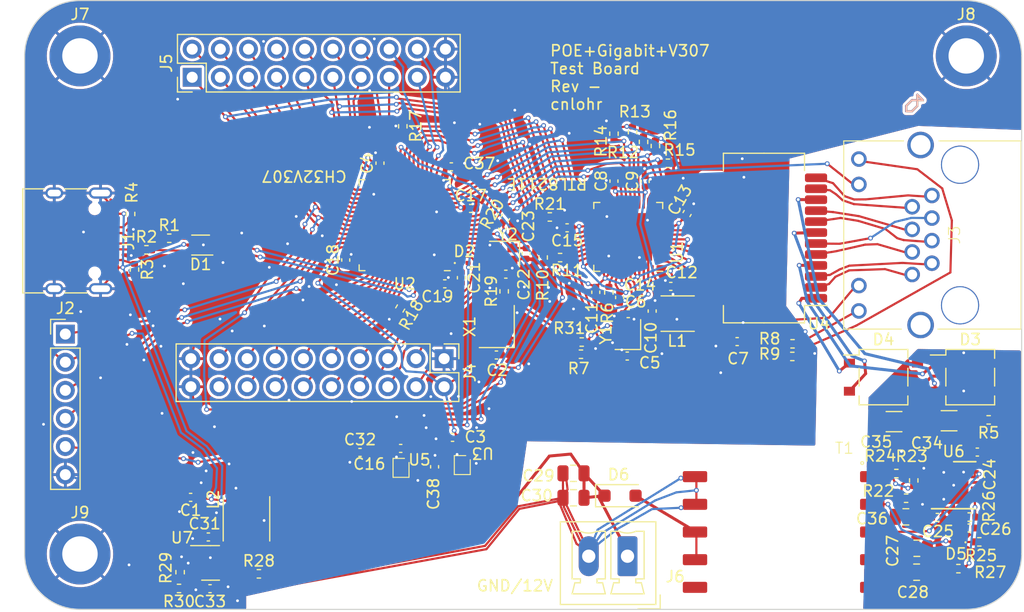
<source format=kicad_pcb>
(kicad_pcb (version 20221018) (generator pcbnew)
  (layers (0 "F.Cu" signal) (31 "B.Cu" signal) (34 "B.Paste" user) (35 "F.Paste" user) (36 "B.SilkS" user "B.Silkscreen") (37 "F.SilkS" user "F.Silkscreen") (38 "B.Mask" user) (39 "F.Mask" user) (44 "Edge.Cuts" user))
  (net 0 "")
  (net 1 "+5V")
  (net 2 "GND")
  (net 3 "+3V3")
  (net 4 "Net-(U1-CKXTAL2)")
  (net 5 "Net-(U1-CKXTAL1)")
  (net 6 "Net-(U4-MCT1)")
  (net 7 "PHY_10")
  (net 8 "+3.3VA")
  (net 9 "Net-(D2-K)")
  (net 10 "OSCI")
  (net 11 "OSCO")
  (net 12 "Net-(U6-BST)")
  (net 13 "Net-(T1-PRI+)")
  (net 14 "Net-(U6-SS)")
  (net 15 "POE-")
  (net 16 "Net-(U6-FB)")
  (net 17 "+12V")
  (net 18 "Net-(U7-BS)")
  (net 19 "Net-(U7-SW)")
  (net 20 "Net-(U7-EN)")
  (net 21 "D+")
  (net 22 "D-")
  (net 23 "CT2")
  (net 24 "CT4")
  (net 25 "POE+")
  (net 26 "CT1")
  (net 27 "CT3")
  (net 28 "Net-(D5-K)")
  (net 29 "Net-(D5-A)")
  (net 30 "Net-(J1-CC1)")
  (net 31 "Net-(J1-D+-PadA6)")
  (net 32 "Net-(J1-D--PadA7)")
  (net 34 "Net-(J1-CC2)")
  (net 36 "EPA9")
  (net 37 "SWIO")
  (net 38 "SWCLK")
  (net 39 "NRST")
  (net 40 "Net-(U4-TD4-)")
  (net 41 "Net-(U4-TD4+)")
  (net 42 "Net-(U4-TD2-)")
  (net 43 "Net-(U4-TD3-)")
  (net 44 "Net-(U4-TD3+)")
  (net 45 "Net-(U4-TD2+)")
  (net 46 "Net-(U4-TD1-)")
  (net 47 "Net-(U4-TD1+)")
  (net 48 "LED0")
  (net 49 "LED1")
  (net 50 "EPC15")
  (net 51 "EPC14")
  (net 52 "EPC13")
  (net 53 "EPE0")
  (net 54 "EPB9")
  (net 55 "EPB8")
  (net 56 "EPB5")
  (net 57 "EPB4")
  (net 58 "EPB3")
  (net 59 "EPD2")
  (net 60 "EPC12")
  (net 61 "EPC11")
  (net 62 "EPC10")
  (net 63 "EPA15")
  (net 64 "EPA12")
  (net 65 "EPA11")
  (net 66 "PHY_RSTB")
  (net 67 "PHY_CKTAL")
  (net 68 "EPC9")
  (net 69 "EPC8")
  (net 70 "EPC7")
  (net 71 "EPC6")
  (net 72 "EPB15")
  (net 73 "EPB14")
  (net 74 "GMII_MDIO")
  (net 75 "GMII_MDC")
  (net 76 "EPD7")
  (net 77 "EPD8")
  (net 78 "EPB11")
  (net 79 "EPB10")
  (net 80 "EPA6")
  (net 81 "EPA5")
  (net 82 "EPA4")
  (net 83 "Net-(U1-REG_OUT)")
  (net 84 "Net-(U1-RSET)")
  (net 85 "Net-(U1-LED1{slash}PHY_AD1)")
  (net 86 "Net-(U1-LED0{slash}PHY_AD0)")
  (net 87 "RXDLY")
  (net 88 "Net-(U1-PEMB)")
  (net 89 "GMII_RXD1")
  (net 90 "GMII_RXD2")
  (net 91 "GMII_RXD3")
  (net 92 "GMII_RXCTL")
  (net 93 "GMII_RXD0")
  (net 94 "Net-(U2-PB2{slash}BOOT1)")
  (net 95 "Net-(U2-BOOT0)")
  (net 96 "TCXOO")
  (net 97 "Net-(U1-INTB)")
  (net 98 "GMII_TXCTL")
  (net 99 "Net-(U1-TXCTL)")
  (net 100 "Net-(U6-RON)")
  (net 101 "Net-(U6-EN{slash}UVLO)")
  (net 102 "Net-(U6-FPWM)")
  (net 103 "Net-(U7-FB)")
  (net 104 "Net-(U1-MDI[0]+)")
  (net 105 "Net-(U1-MDI[0]-)")
  (net 106 "Net-(U1-MDI[1]+)")
  (net 107 "Net-(U1-MDI[1]-)")
  (net 108 "Net-(U1-MDI[2]+)")
  (net 109 "Net-(U1-MDI[2]-)")
  (net 110 "Net-(U1-MDI[3]+)")
  (net 111 "Net-(U1-MDI[3]-)")
  (net 113 "GMII_RXC")
  (net 114 "GMII_TXC")
  (net 115 "GMII_TXD0")
  (net 116 "GMII_TXD1")
  (net 117 "GMII_TXD2")
  (net 118 "GMII_TXD3")
  (net 119 "GMII_CLK125")
  (net 120 "POEPM")
  (net 121 "POE-MO")
  (footprint "Resistor_SMD:R_0402_1005Metric" (layer "F.Cu") (at 138.29 61.27 90)
    (fp_text reference "R19")
    (fp_text value "0")
  )
  (footprint "Inductor_SMD:L_Taiyo-Yuden_MD-3030" (layer "F.Cu") (at 153.95 63.28)
    (fp_text reference "L1")
    (fp_text value "2.2uH 1.6A")
  )
  (footprint "Capacitor_SMD:C_0805_2012Metric" (layer "F.Cu") (at 144.5475 77.71 180)
    (fp_text reference "C29")
    (fp_text value "25v10u")
  )
  (footprint "Resistor_SMD:R_0402_1005Metric" (layer "F.Cu") (at 147.74 61.37 -90)
    (fp_text reference "R6")
    (fp_text value "2.49k 1%")
  )
  (footprint "Package_TO_SOT_SMD:TO-269AA" (layer "F.Cu") (at 180.36 69.02)
    (fp_text reference "D3")
    (fp_text value "RMBF")
  )
  (footprint "Connector_USB:USB_C_Receptacle_HRO_TYPE-C-31-M-12" (layer "F.Cu") (at 98.73 56.71 -90)
    (fp_text reference "J1")
    (fp_text value "USB_C_Receptacle_USB2.0")
  )
  (footprint "Capacitor_SMD:C_0402_1005Metric" (layer "F.Cu") (at 132.01 77.12 90)
    (fp_text reference "C38")
    (fp_text value "0.1u")
  )
  (footprint "Capacitor_SMD:C_0402_1005Metric" (layer "F.Cu") (at 151.65 63.05 90)
    (fp_text reference "C10")
    (fp_text value "0.1u")
  )
  (footprint "Capacitor_SMD:C_0805_2012Metric" (layer "F.Cu") (at 144.5475 79.92 180)
    (fp_text reference "C30")
    (fp_text value "25v10u")
  )
  (footprint "Resistor_SMD:R_0402_1005Metric" (layer "F.Cu") (at 104.92 59.3 -90)
    (fp_text reference "R3")
    (fp_text value "5.1k")
  )
  (footprint "Capacitor_SMD:C_0402_1005Metric" (layer "F.Cu") (at 128.95 75.460001 180)
    (fp_text reference "C16")
    (fp_text value "4.7u")
  )
  (footprint "Resistor_SMD:R_0402_1005Metric" (layer "F.Cu") (at 106 57.52)
    (fp_text reference "R2")
    (fp_text value "22")
  )
  (footprint "Capacitor_SMD:C_0805_2012Metric" (layer "F.Cu") (at 175.52 86.64)
    (fp_text reference "C28")
    (fp_text value "25v10u")
  )
  (footprint "Capacitor_SMD:C_1206_3216Metric" (layer "F.Cu") (at 178.45 72.96)
    (fp_text reference "C34")
    (fp_text value "2.2u100v")
  )
  (footprint "Capacitor_SMD:C_0402_1005Metric" (layer "F.Cu") (at 133.63 74.46 180)
    (fp_text reference "C3")
    (fp_text value "4.7u")
  )
  (footprint "MountingHole:MountingHole_3.2mm_M3_ISO14580_Pad" (layer "F.Cu") (at 180 40)
    (fp_text reference "J8")
    (fp_text value "MH")
  )
  (footprint "Capacitor_SMD:C_0402_1005Metric" (layer "F.Cu") (at 148.2 51.31 90)
    (fp_text reference "C8")
    (fp_text value "4.7u")
  )
  (footprint "Capacitor_SMD:C_0402_1005Metric" (layer "F.Cu") (at 133.52 50.02 180)
    (fp_text reference "C37")
    (fp_text value "0.1u")
  )
  (footprint "Crystal:Crystal_SMD_2016-4Pin_2.0x1.6mm" (layer "F.Cu") (at 149.46 65.175 90)
    (fp_text reference "Y1")
    (fp_text value "25MHz")
  )
  (footprint "Capacitor_SMD:C_0402_1005Metric" (layer "F.Cu") (at 153.33 60.82 180)
    (fp_text reference "C12")
    (fp_text value "4.7u")
  )
  (footprint "Capacitor_SMD:C_0402_1005Metric" (layer "F.Cu") (at 159.32 65.81)
    (fp_text reference "C7")
    (fp_text value "10n")
  )
  (footprint "Diode_SMD:D_0201_0603Metric" (layer "F.Cu") (at 179.0725 83.94 180)
    (fp_text reference "D5")
    (fp_text value "~")
  )
  (footprint "Capacitor_SMD:C_0402_1005Metric" (layer "F.Cu") (at 148.71 61.82 -90)
    (fp_text reference "C14")
    (fp_text value "0.1u")
  )
  (footprint "Connector_PinHeader_2.54mm:PinHeader_2x10_P2.54mm_Vertical" (layer "F.Cu") (at 132.87 67.35 -90)
    (fp_text reference "J4")
    (fp_text value "AUX")
  )
  (footprint "cnhardware:xdfn-reg" (layer "F.Cu") (at 134.51 76.96 180)
    (fp_text reference "U3")
    (fp_text value "3.3vReg")
  )
  (footprint "Package_TO_SOT_SMD:SOT-23-6" (layer "F.Cu") (at 111.79 85.8)
    (fp_text reference "U7")
    (fp_text value "MT2492")
  )
  (footprint "Resistor_SMD:R_0402_1005Metric" (layer "F.Cu") (at 116.15 86.79)
    (fp_text reference "R28")
    (fp_text value "NP")
  )
  (footprint "Resistor_SMD:R_0402_1005Metric" (layer "F.Cu") (at 174.57 79.96)
    (fp_text reference "R22")
    (fp_text value "390k")
  )
  (footprint "Capacitor_SMD:C_0402_1005Metric" (layer "F.Cu") (at 154.8 54.24 60)
    (fp_text reference "C13")
    (fp_text value "0.1u")
  )
  (footprint "cnhardware:QFN-68-0.2mmpads-1EP_8x8mm_P0.4mm_EP6.4x6.4mm" (layer "F.Cu") (at 129.31 55.2925 180)
    (fp_text reference "U2")
    (fp_text value "~")
  )
  (footprint "MountingHole:MountingHole_3.2mm_M3_ISO14580_Pad" (layer "F.Cu") (at 100 40)
    (fp_text reference "J7")
    (fp_text value "MH")
  )
  (footprint "Resistor_SMD:R_0402_1005Metric" (layer "F.Cu") (at 150.87 47.77 90)
    (fp_text reference "R12")
    (fp_text value "4.7k")
  )
  (footprint "Capacitor_SMD:C_1206_3216Metric" (layer "F.Cu") (at 173.48 73.04 180)
    (fp_text reference "C35")
    (fp_text value "2.2u100v")
  )
  (footprint "Resistor_SMD:R_0402_1005Metric" (layer "F.Cu") (at 129.14 46.36 -90)
    (fp_text reference "R17")
    (fp_text value "4.7k")
  )
  (footprint "Connector_Phoenix_MC:PhoenixContact_MCV_1,5_2-G-3.5_1x02_P3.50mm_Vertical" (layer "F.Cu") (at 149.4225 85.1975 180)
    (fp_text reference "J6")
    (fp_text value "12VOut")
  )
  (footprint "Resistor_SMD:R_0402_1005Metric" (layer "F.Cu") (at 143.34 58.22)
    (fp_text reference "R11")
    (fp_text value "NP")
  )
  (footprint "Capacitor_SMD:C_0402_1005Metric" (layer "F.Cu") (at 111.74 88.13 180)
    (fp_text reference "C33")
    (fp_text value "0.1u")
  )
  (footprint "Resistor_SMD:R_0402_1005Metric" (layer "F.Cu") (at 180.31 81.66)
    (fp_text reference "R26")
    (fp_text value "2.49k 1%")
  )
  (footprint "Diode_SMD:D_SOD-123F" (layer "F.Cu") (at 148.75 79.73)
    (fp_text reference "D6")
    (fp_text value "~")
  )
  (footprint "Resistor_SMD:R_0402_1005Metric" (layer "F.Cu") (at 108.94 88.11 180)
    (fp_text reference "R30")
    (fp_text value "18k 1%")
  )
  (footprint "Resistor_SMD:R_0402_1005Metric" (layer "F.Cu") (at 108.06 56.47)
    (fp_text reference "R1")
    (fp_text value "22")
  )
  (footprint "Capacitor_SMD:C_0805_2012Metric" (layer "F.Cu") (at 175.54 84.48)
    (fp_text reference "C27")
    (fp_text value "25v10u")
  )
  (footprint "Resistor_SMD:R_0402_1005Metric" (layer "F.Cu") (at 109.04 86.64 -90)
    (fp_text reference "R29")
    (fp_text value "2.49k 1%")
  )
  (footprint "Capacitor_SMD:C_0402_1005Metric" (layer "F.Cu") (at 138.44 59.72 180)
    (fp_text reference "C22")
    (fp_text value "10p")
  )
  (footprint "Capacitor_SMD:C_0402_1005Metric" (layer "F.Cu") (at 111.59 83.46)
    (fp_text reference "C31")
    (fp_text value "22n")
  )
  (footprint "Package_DFN_QFN:QFN-48-1EP_6x6mm_P0.4mm_EP4.3x4.3mm" (layer "F.Cu") (at 149.49 56.35 180)
    (fp_text reference "U1")
    (fp_text value "RTL8211E-VB-CG")
  )
  (footprint "Package_TO_SOT_SMD:TO-269AA" (layer "F.Cu") (at 172.53 69.02)
    (fp_text reference "D4")
    (fp_text value "RMBF")
  )
  (footprint "Capacitor_SMD:C_0402_1005Metric" (layer "F.Cu") (at 181 75.79 180)
    (fp_text reference "C24")
    (fp_text value "10n")
  )
  (footprint "Resistor_SMD:R_0402_1005Metric" (layer "F.Cu") (at 141.81 58.21 -90)
    (fp_text reference "R10")
    (fp_text value "4.7k")
  )
  (footprint "Resistor_SMD:R_0402_1005Metric" (layer "F.Cu") (at 148.2 47.03 90)
    (fp_text reference "R14")
    (fp_text value "4.7k")
  )
  (footprint "Capacitor_SMD:C_0402_1005Metric" (layer "F.Cu") (at 149.4 67.115)
    (fp_text reference "C5")
    (fp_text value "10p")
  )
  (footprint "Resistor_SMD:R_0402_1005Metric" (layer "F.Cu") (at 181.18 83.9 180)
    (fp_text reference "R25")
    (fp_text value "NP")
  )
  (footprint "Resistor_SMD:R_0402_1005Metric" (layer "F.Cu") (at 138.38 54.64 -120)
    (fp_text reference "R20")
    (fp_text value "NP")
  )
  (footprint "Connector_PinHeader_2.54mm:PinHeader_1x06_P2.54mm_Vertical" (layer "F.Cu") (at 98.68 65.13)
    (fp_text reference "J2")
    (fp_text value "PGM")
  )
  (footprint "Resistor_SMD:R_0402_1005Metric" (layer "F.Cu") (at 145.29 65.85)
    (fp_text reference "R31")
    (fp_text value "NP")
  )
  (footprint "Resistor_SMD:R_0402_1005Metric" (layer "F.Cu") (at 182.02 72.88 180)
    (fp_text reference "R5")
    (fp_text value "25k")
  )
  (footprint "Diode_SMD:D_0201_0603Metric" (layer "F.Cu") (at 134.695 58.71)
    (fp_text reference "D2")
    (fp_text value "~")
  )
  (footprint "Resistor_SMD:R_0402_1005Metric" (layer "F.Cu") (at 149.88 46.89 90)
    (fp_text reference "R13")
    (fp_text value "4.7k")
  )
  (footprint "Resistor_SMD:R_0402_1005Metric" (layer "F.Cu") (at 164.3 67.15 180)
    (fp_text reference "R9")
    (fp_text value "1k")
  )
  (footprint "Capacitor_SMD:C_0402_1005Metric" (layer "F.Cu") (at 135.27 53.78)
    (fp_text reference "C17")
    (fp_text value "0.1u")
  )
  (footprint "Capacitor_SMD:C_0402_1005Metric" (layer "F.Cu") (at 125.28 75.82)
    (fp_text reference "C32")
    (fp_text value "4.7u")
  )
  (footprint "Package_TO_SOT_SMD:SOT-666" (layer "F.Cu") (at 110.89 57.09 180)
    (fp_text reference "D1")
    (fp_text value "USBLC6-2P6-TVS")
  )
  (footprint "cnhardware:xdfn-reg" (layer "F.Cu") (at 128.98 77.21 180)
    (fp_text reference "U5")
    (fp_text value "3.3vReg")
  )
  (footprint "Resistor_SMD:R_0402_1005Metric" (layer "F.Cu") (at 145.22 66.95)
    (fp_text reference "R7")
    (fp_text value "0")
  )
  (footprint "Capacitor_SMD:C_0402_1005Metric" (layer "F.Cu") (at 109.99 79.88 180)
    (fp_text reference "C1")
    (fp_text value "4.7u")
  )
  (footprint "Capacitor_SMD:C_0402_1005Metric" (layer "F.Cu") (at 132.93 60.59)
    (fp_text reference "C19")
    (fp_text value "0.1u")
  )
  (footprint "Capacitor_SMD:C_0402_1005Metric" (layer "F.Cu") (at 137.59 67.02)
    (fp_text reference "C2")
    (fp_text value "1u")
  )
  (footprint "Capacitor_SMD:C_0402_1005Metric" (layer "F.Cu") (at 140.27 57.85 90)
    (fp_text reference "C23")
    (fp_text value "10p")
  )
  (footprint "Resistor_SMD:R_0402_1005Metric" (layer "F.Cu") (at 164.32 66.01 180)
    (fp_text reference "R8")
    (fp_text value "1k")
  )
  (footprint "Resistor_SMD:R_0402_1005Metric" (layer "F.Cu") (at 175.26 78.35 -90)
    (fp_text reference "R23")
    (fp_text value "390k")
  )
  (footprint "Capacitor_SMD:C_0402_1005Metric" (layer "F.Cu") (at 123.99 58.44 90)
    (fp_text reference "C18")
    (fp_text value "0.1u")
  )
  (footprint "Capacitor_SMD:C_0402_1005Metric" (layer "F.Cu") (at 151.02 51.33 90)
    (fp_text reference "C9")
    (fp_text value "0.1u")
  )
  (footprint "Resistor_SMD:R_0402_1005Metric" (layer "F.Cu") (at 153.07 49.7)
    (fp_text reference "R15")
    (fp_text value "4.7k")
  )
  (footprint "Package_DFN_QFN:DFN-12-1EP_4x4mm_P0.5mm_EP2.66x3.38mm" (layer "F.Cu") (at 178.865 78.7825)
    (fp_text reference "U6")
    (fp_text value "LM5160ADNTR")
  )
  (footprint "Capacitor_SMD:C_0402_1005Metric" (layer "F.Cu") (at 177.39 81.69)
    (fp_text reference "C25")
    (fp_text value "0.1u")
  )
  (footprint "Resistor_SMD:R_0402_1005Metric" (layer "F.Cu") (at 142.41 54.55)
    (fp_text reference "R21")
    (fp_text value "0")
  )
  (footprint "Capacitor_SMD:C_0402_1005Metric" (layer "F.Cu") (at 149.49 63.285 180)
    (fp_text reference "C6")
    (fp_text value "10p")
  )
  (footprint "Capacitor_SMD:C_0805_2012Metric" (layer "F.Cu") (at 174.55 81.64)
    (fp_text reference "C36")
    (fp_text value "100v470n")
  )
  (footprint "Capacitor_SMD:C_0402_1005Metric" (layer "F.Cu") (at 134.43 60.04 -90)
    (fp_text reference "C21")
    (fp_text value "4.7u")
  )
  (footprint "Resistor_SMD:R_0402_1005Metric" (layer "F.Cu") (at 128.905 62.818327 -120)
    (fp_text reference "R18")
    (fp_text value "4.7k")
  )
  (footprint "MountingHole:MountingHole_3.2mm_M3_ISO14580_Pad" (layer "F.Cu") (at 100 85)
    (fp_text reference "J9")
    (fp_text value "MH")
  )
  (footprint "cnhardware:R-RJ45R08P-C000" (layer "F.Cu") (at 179.44 56.18 90)
    (fp_text reference "J3")
    (fp_text value "R-RJ45R08P-C000")
  )
  (footprint "Capacitor_SMD:C_0402_1005Metric" (layer "F.Cu") (at 180.27 82.65 180)
    (fp_text reference "C26")
    (fp_text value "1u")
  )
  (footprint "Oscillator:Oscillator_SMD_Abracon_ASE-4Pin_3.2x2.5mm" (layer "F.Cu") (at 137.625 64.45 90)
    (fp_text reference "X1")
    (fp_text value "25MHz TCXO")
  )
  (footprint "cnhardware:TNK-TSA021-POE-TRANSFORMER" (layer "F.Cu") (at 163.515 83.01)
    (fp_text reference "T1")
    (fp_text value "~")
  )
  (footprint "Capacitor_SMD:C_0402_1005Metric" (layer "F.Cu") (at 143.97 55.53 180)
    (fp_text reference "C15")
    (fp_text value "0.1u")
  )
  (footprint "Resistor_SMD:R_0402_1005Metric" (layer "F.Cu") (at 173.69 77.73)
    (fp_text reference "R24")
    (fp_text value "25k")
  )
  (footprint "Resistor_SMD:R_0402_1005Metric" (layer "F.Cu") (at 179.29 86.32)
    (fp_text reference "R27")
    (fp_text value "10k")
  )
  (footprint "Crystal:Crystal_SMD_2016-4Pin_2.0x1.6mm" (layer "F.Cu") (at 138.33 57.9 180)
    (fp_text reference "Y2")
    (fp_text value "24MHz")
  )
  (footprint "Connector_PinHeader_2.54mm:PinHeader_2x10_P2.54mm_Vertical" (layer "F.Cu") (at 110.13 41.93 90)
    (fp_text reference "J5")
    (fp_text value "AUX")
  )
  (footprint "Capacitor_SMD:C_0402_1005Metric" (layer "F.Cu") (at 146.56 61.35 -90)
    (fp_text reference "C11")
    (fp_text value "0.1u")
  )
  (footprint "Capacitor_SMD:C_0402_1005Metric" (layer "F.Cu") (at 127.08 49.69 90)
    (fp_text reference "C4")
    (fp_text value "0.1u")
  )
  (footprint "Resistor_SMD:R_0402_1005Metric" (layer "F.Cu") (at 104.57 54.28 90)
    (fp_text reference "R4")
    (fp_text value "5.1k")
  )
  (footprint "Inductor_SMD:L_Taiyo-Yuden_MD-4040" (layer "F.Cu") (at 115.03 81.82 90)
    (fp_text reference "L2")
    (fp_text value "4.7uH 2A")
  )
  (footprint "Resistor_SMD:R_0402_1005Metric" (layer "F.Cu") (at 151.94 48.14 90)
    (fp_text reference "R16")
    (fp_text value "4.7k")
  )
  (footprint "Transformer_SMD:Transformer_Ethernet_YDS_30F-51NL_SO-24_7.1x15.1mm" (layer "F.Cu") (at 161.74 56.455 180)
    (fp_text reference "U4")
    (fp_text value "~")
  )
  (gr_line (start 174.59 45.01) (end 174.59 44.51) (stroke (width 0.15)) (layer "B.SilkS"))
  (gr_line (start 175.09 45.01) (end 174.59 45.01) (stroke (width 0.15)) (layer "B.SilkS"))
  (gr_line (start 176.09 44.01) (end 175.59 43.51) (stroke (width 0.15)) (layer "B.SilkS"))
  (gr_line (start 174.59 44.51) (end 175.09 44.01) (stroke (width 0.15)) (layer "B.SilkS"))
  (gr_line (start 175.09 44.01) (end 176.09 44.01) (stroke (width 0.15)) (layer "B.SilkS"))
  (gr_line (start 175.59 44.51) (end 175.09 45.01) (stroke (width 0.15)) (layer "B.SilkS"))
  (gr_line (start 175.59 43.51) (end 175.59 44.51) (stroke (width 0.15)) (layer "B.SilkS"))
  (gr_line (start 176.09 44.01) (end 175.59 43.51) (stroke (width 0.15)) (layer "F.SilkS"))
  (gr_line (start 176.09 44.01) (end 175.59 44.01) (stroke (width 0.15)) (layer "F.SilkS"))
  (gr_line (start 174.59 44.51) (end 175.09 44.01) (stroke (width 0.15)) (layer "F.SilkS"))
  (gr_line (start 175.09 45.01) (end 174.59 45.01) (stroke (width 0.15)) (layer "F.SilkS"))
  (gr_line (start 175.09 44.01) (end 176.09 44.01) (stroke (width 0.15)) (layer "F.SilkS"))
  (gr_line (start 175.59 43.51) (end 175.59 44.51) (stroke (width 0.15)) (layer "F.SilkS"))
  (gr_line (start 174.59 45.01) (end 174.59 44.51) (stroke (width 0.15)) (layer "F.SilkS"))
  (gr_line (start 175.59 44.51) (end 175.09 45.01) (stroke (width 0.15)) (layer "F.SilkS"))
  (gr_line (start 100 35) (end 180 35) (stroke (width 0.1)) (layer "Edge.Cuts"))
  (gr_arc (start 100 90) (mid 96.464466 88.535534) (end 95 85) (stroke (width 0.1)) (layer "Edge.Cuts"))
  (gr_arc (start 95 40) (mid 96.464466 36.464466) (end 100 35) (stroke (width 0.1)) (layer "Edge.Cuts"))
  (gr_arc (start 185 85) (mid 183.535534 88.535534) (end 180 90) (stroke (width 0.1)) (layer "Edge.Cuts"))
  (gr_line (start 95 85) (end 95 40) (stroke (width 0.1)) (layer "Edge.Cuts"))
  (gr_line (start 185 40) (end 185 85) (stroke (width 0.1)) (layer "Edge.Cuts"))
  (gr_line (start 180 90) (end 100 90) (stroke (width 0.1)) (layer "Edge.Cuts"))
  (gr_arc (start 180 35) (mid 183.535534 36.464466) (end 185 40) (stroke (width 0.1)) (layer "Edge.Cuts"))
  (gr_text "GND/12V" (at 135.73 88.45) (layer "F.SilkS") (effects (font (size 1 1)) (justify left bottom)))
  (gr_text "CH32V307" (at 124.17 50.27 180) (layer "F.SilkS") (effects (font (size 1 1)) (justify left bottom)))
  (gr_text "POE+Gigabit+V307\nTest Board\nRev -\ncnlohr" (at 142.35 44.95) (layer "F.SilkS") (effects (font (size 1 1)) (justify left bottom)))
  (gr_text "RTL8211E" (at 145.88 50.97 180) (layer "F.SilkS") (effects (font (size 1 1)) (justify left bottom)))
  (segment (start 176.09 44.01) (end 175.59 43.51) (width 0.195) (layer "F.Cu") (net 0))
  (segment (start 174.59 45.01) (end 174.59 44.51) (width 0.195) (layer "F.Cu") (net 0))
  (segment (start 175.59 44.51) (end 175.09 45.01) (width 0.195) (layer "F.Cu") (net 0))
  (segment (start 175.09 44.01) (end 176.09 44.01) (width 0.195) (layer "F.Cu") (net 0))
  (segment (start 174.59 44.51) (end 175.09 44.01) (width 0.195) (layer "F.Cu") (net 0))
  (segment (start 175.59 43.51) (end 175.59 44.51) (width 0.195) (layer "F.Cu") (net 0))
  (segment (start 175.09 45.01) (end 174.59 45.01) (width 0.195) (layer "F.Cu") (net 0))
  (segment (start 175.09 44.01) (end 174.59 44.51) (width 0.195) (layer "B.Cu") (net 0))
  (segment (start 175.09 45.01) (end 175.59 44.51) (width 0.195) (layer "B.Cu") (net 0))
  (segment (start 175.59 44.51) (end 175.59 43.51) (width 0.195) (layer "B.Cu") (net 0))
  (segment (start 174.59 44.51) (end 174.59 45.01) (width 0.195) (layer "B.Cu") (net 0))
  (segment (start 176.09 44.01) (end 175.09 44.01) (width 0.195) (layer "B.Cu") (net 0))
  (segment (start 174.59 45.01) (end 175.09 45.01) (width 0.195) (layer "B.Cu") (net 0))
  (segment (start 175.59 43.51) (end 176.09 44.01) (width 0.195) (layer "B.Cu") (net 0))
  (segment (start 134.34 77.64) (end 134.16 77.46) (width 0.195) (layer "F.Cu") (net 1))
  (segment (start 104.7 65.06) (end 98.68 67.67) (width 0.195) (layer "F.Cu") (net 1))
  (segment (start 103.96 54.26) (end 102.775 54.26) (width 0.195) (layer "F.Cu") (net 1))
  (segment (start 107.71 87) (end 110.47 79.88) (width 0.195) (layer "F.Cu") (net 1))
  (segment (start 99.86 61.08) (end 100.37 58.99) (width 0.195) (layer "F.Cu") (net 1))
  (segment (start 110.47 79.88) (end 112.76 80.151184) (width 0.195) (layer "F.Cu") (net 1))
  (segment (start 134.34 77.64) (end 129.33 77.71) (width 0.195) (layer "F.Cu") (net 1))
  (segment (start 97.45 66.69) (end 98.68 67.67) (width 0.195) (layer "F.Cu") (net 1))
  (segment (start 108.43 88.14) (end 107.71 87) (width 0.195) (layer "F.Cu") (net 1))
  (segment (start 97.2 63.58) (end 97.45 66.69) (width 0.195) (layer "F.Cu") (net 1))
  (segment (start 102.775 59.16) (end 103.87 59.11) (width 0.195) (layer "F.Cu") (net 1))
  (segment (start 129.13 77.91) (end 128.84 78.02) (width 0.195) (layer "F.Cu") (net 1))
  (segment (start 129.33 77.71) (end 129.13 77.91) (width 0.195) (layer "F.Cu") (net 1))
  (segment (start 109.965 57.09) (end 109.37 57.03) (width 0.195) (layer "F.Cu") (net 1))
  (segment (start 134.58 77.88) (end 134.34 77.64) (width 0.195) (layer "F.Cu") (net 1))
  (segment (start 102.775 59.16) (end 101.15 58.8) (width 0.195) (layer "F.Cu") (net 1))
  (segment (start 125.22 76.86) (end 124.8 75.82) (width 0.195) (layer "F.Cu") (net 1))
  (segment (start 128.84 78.02) (end 128.63 77.71) (width 0.195) (layer "F.Cu") (net 1))
  (segment (start 112.76 80.151184) (end 115.03 80.42) (width 0.195) (layer "F.Cu") (net 1))
  (segment (start 128.63 77.71) (end 125.22 76.86) (width 0.195) (layer "F.Cu") (net 1))
  (segment (start 101.15 58.8) (end 100.37 58.99) (width 0.195) (layer "F.Cu") (net 1))
  (segment (start 124.8 75.82) (end 115.03 80.42) (width 0.195) (layer "F.Cu") (net 1))
  (segment (start 99.86 61.08) (end 97.2 63.58) (width 0.195) (layer "F.Cu") (net 1))
  (segment (start 134.86 77.46) (end 134.58 77.88) (width 0.195) (layer "F.Cu") (net 1))
  (via (at 103.87 59.11) (size 0.43) (drill 0.25) (layers "F.Cu" "B.Cu") (net 1))
  (via (at 109.37 57.03) (size 0.43) (drill 0.25) (layers "F.Cu" "B.Cu") (net 1))
  (via (at 104.7 65.06) (size 0.43) (drill 0.25) (layers "F.Cu" "B.Cu") (net 1))
  (via (at 112.76 80.151184) (size 0.43) (drill 0.25) (layers "F.Cu" "B.Cu") (net 1))
  (via (at 103.96 54.26) (size 0.43) (drill 0.25) (layers "F.Cu" "B.Cu") (net 1))
  (via (at 111.86 80.05) (size 0.43) (drill 0.25) (layers "F.Cu" "B.Cu") (net 1))
  (segment (start 105.66 65.09) (end 104.7 65.06) (width 0.195) (layer "B.Cu") (net 1))
  (segment (start 109.37 57.03) (end 103.87 59.11) (width 0.195) (layer "B.Cu") (net 1))
  (segment (start 112.28 78.99) (end 112.37 77.25) (width 0.195) (layer "B.Cu") (net 1))
  (segment (start 109.12 74.03) (end 105.66 65.09) (width 0.195) (layer "B.Cu") (net 1))
  (segment (start 111.15 75.55) (end 109.12 74.03) (width 0.195) (layer "B.Cu") (net 1))
  (segment (start 111.44 75.27) (end 112.84 77.03) (width 0.195) (layer "B.Cu") (net 1))
  (segment (start 112.37 77.25) (end 111.15 75.55) (width 0.195) (layer "B.Cu") (net 1))
  (segment (start 103.87 59.11) (end 109.62 73.89) (width 0.195) (layer "B.Cu") (net 1))
  (segment (start 103.87 59.11) (end 103.96 54.26) (width 0.195) (layer "B.Cu") (net 1))
  (segment (start 109.62 73.89) (end 111.44 75.27) (width 0.195) (layer "B.Cu") (net 1))
  (segment (start 111.86 80.05) (end 112.28 78.99) (width 0.195) (layer "B.Cu") (net 1))
  (segment (start 112.84 77.03) (end 112.76 80.151184) (width 0.195) (layer "B.Cu") (net 1))
  (segment (start 110.97 63.53) (end 109.33 60.58) (width 0.195) (layer "F.Cu") (net 2))
  (segment (start 140.99 58.512338) (end 141.01 56.7) (width 0.195) (layer "F.Cu") (net 2))
  (segment (start 146.56 61.83) (end 147.74 61.88) (width 0.195) (layer "F.Cu") (net 2))
  (segment (start 142.3 60.92) (end 140.11 60.87) (width 0.195) (layer "F.Cu") (net 2))
  (segment (start 132.01 76.64) (end 132.05 76.083653) (width 0.195) (layer "F.Cu") (net 2))
  (segment (start 143.5975 79.92) (end 144.01 79.17) (width 0.195) (layer "F.Cu") (net 2))
  (segment (start 142.36 52.39) (end 141.83 51.45) (width 0.195) (layer "F.Cu") (net 2))
  (segment (start 143.02 80.26) (end 139.66 80.92) (width 0.195) (layer "F.Cu") (net 2))
  (segment (start 104.57 53.77) (end 102.775 53.46) (width 0.195) (layer "F.Cu") (net 2))
  (segment (start 154.536709 48.31) (end 154.45 51.05) (width 0.195) (layer "F.Cu") (net 2))
  (segment (start 144.7 50.87) (end 144.307933 47.68) (width 0.195) (layer "F.Cu") (net 2))
  (segment (start 138.45 65.5) (end 138.07 67.02) (width 0.195) (layer "F.Cu") (net 2))
  (segment (start 133.1975 54.0925) (end 131.89 54.09) (width 0.195) (layer "F.Cu") (net 2))
  (segment (start 150.87 47.26) (end 151.5 46.71) (width 0.195) (layer "F.Cu") (net 2))
  (segment (start 135.46 53.37) (end 136.71 52.28) (width 0.195) (layer "F.Cu") (net 2))
  (segment (start 109.33 60.58) (end 104.67 59.81) (width 0.195) (layer "F.Cu") (net 2))
  (segment (start 110.6525 85.8) (end 109.77 85.82) (width 0.195) (layer "F.Cu") (net 2))
  (segment (start 151.84 61.56) (end 151.62 60.69) (width 0.195) (layer "F.Cu") (net 2))
  (segment (start 136.57 84.26) (end 112.44 88.76) (width 0.195) (layer "F.Cu") (net 2))
  (segment (start 109.04 86.13) (end 109.77 85.82) (width 0.195) (layer "F.Cu") (net 2))
  (segment (start 111.74 86.27) (end 111.49 85.8) (width 0.195) (layer "F.Cu") (net 2))
  (segment (start 139.54 80.69) (end 136.57 84.26) (width 0.195) (layer "F.Cu") (net 2))
  (segment (start 155.01 53.81) (end 155.4 53.36) (width 0.195) (layer "F.Cu") (net 2))
  (segment (start 151.65 62.57) (end 151.84 61.56) (width 0.195) (layer "F.Cu") (net 2))
  (segment (start 159.86 64.09) (end 159.76 64.91) (width 0.195) (layer "F.Cu") (net 2))
  (segment (start 143.75 53.94) (end 142.36 52.39) (width 0.195) (layer "F.Cu") (net 2))
  (segment (start 125.76 75.82) (end 128.47 75.460001) (width 0.195) (layer "F.Cu") (net 2))
  (segment (start 150.9 50.85) (end 151.490714 51.14) (width 0.195) (layer "F.Cu") (net 2))
  (segment (start 128.65 63.26) (end 127.92 63.79) (width 0.195) (layer "F.Cu") (net 2))
  (segment (start 136.09 46.17) (end 133.8 46.04) (width 0.195) (layer "F.Cu") (net 2))
  (segment (start 148.91 67.105) (end 148.92 67.115) (width 0.195) (layer "F.Cu") (net 2))
  (segment (start 136.52 46.41) (end 136.09 46.17) (width 0.195) (layer "F.Cu") (net 2))
  (segment (start 151.29 59.3) (end 151.295204 60.036653) (width 0.195) (layer "F.Cu") (net 2))
  (segment (start 146.43 51.27) (end 145.24 51.48) (width 0.195) (layer "F.Cu") (net 2))
  (segment (start 144.82 84.07) (end 145.1 84.27) (width 0.195) (layer "F.Cu") (net 2))
  (segment (start 140.99 58.512338) (end 142.3 60.92) (width 0.195) (layer "F.Cu") (net 2))
  (segment (start 148.91 65.875) (end 148.91 65.705) (width 0.195) (layer "F.Cu") (net 2))
  (segment (start 111.49 85.8) (end 110.6525 85.8) (width 0.195) (layer "F.Cu") (net 2))
  (segment (start 109.51 79.88) (end 110.2 75.83) (width 0.195) (layer "F.Cu") (net 2))
  (segment (start 111.26 88.13) (end 111.69 87.29) (width 0.195) (layer "F.Cu") (net 2))
  (segment (start 123.99 57.96) (end 124.48 57.93) (width 0.195) (layer "F.Cu") (net 2))
  (segment (start 107.66 88.73) (end 107.08 86.18) (width 0.195) (layer "F.Cu") (net 2))
  (segment (start 102.775 59.96) (end 101.86 61.03) (width 0.195) (layer "F.Cu") (net 2))
  (segment (start 127.08 49.21) (end 126.68 48.75) (width 0.195) (layer "F.Cu") (net 2))
  (segment (start 150.01 63.24) (end 149.97 63.2) (width 0.195) (layer "F.Cu") (net 2))
  (segment (start 111.26 88.13) (end 111.452538 88.72) (width 0.195) (layer "F.Cu") (net 2))
  (segment (start 137.709481 49.469481) (end 136.52 46.41) (width 0.195) (layer "F.Cu") (net 2))
  (segment (start 143.5975 79.92) (end 143.02 80.26) (width 0.195) (layer "F.Cu") (net 2))
  (segment (start 133.15 74.46) (end 134.04 76) (width 0.195) (layer "F.Cu") (net 2))
  (segment (start 111.815 57.09) (end 111.14 57.07) (width 0.195) (layer "F.Cu") (net 2))
  (segment (start 138.45 65.5) (end 138.45 63.4) (width 0.195) (layer "F.Cu") (net 2))
  (segment (start 159.86 64.09) (end 167.61 63.65) (width 0.195) (layer "F.Cu") (net 2))
  (segment (start 139.43 51.96) (end 137.709481 49.469481) (width 0.195) (layer "F.Cu") (net 2))
  (segment (start 123.99 57.96) (end 124.83 57.7) (width 0.195) (layer "F.Cu") (net 2))
  (segment (start 128.47 75.460001) (end 128.56856 76.23) (width 0.195) (layer "F.Cu") (net 2))
  (segment (start 140.97 49.29) (end 139.96 45.9) (width 0.195) (layer "F.Cu") (net 2))
  (segment (start 138.07 67.02) (end 140.51 67.82) (width 0.195) (layer "F.Cu") (net 2))
  (segment (start 111.452538 88.72) (end 107.66 88.73) (width 0.195) (layer "F.Cu") (net 2))
  (segment (start 151.23 54.84) (end 147.56 54.51) (width 0.195) (layer "F.Cu") (net 2))
  (segment (start 134.16 49.33) (end 133.59 49.17) (width 0.195) (layer "F.Cu") (net 2))
  (segment (start 107.08 86.18) (end 108.98 81.17) (width 0.195) (layer "F.Cu") (net 2))
  (segment (start 147.74 61.88) (end 148.71 62.3) (width 0.195) (layer "F.Cu") (net 2))
  (segment (start 134.71 49.7) (end 134.16 49.33) (width 0.195) (layer "F.Cu") (net 2))
  (segment (start 144.01 79.17) (end 143.88 78.09) (width 0.195) (layer "F.Cu") (net 2))
  (segment (start 133.1975 54.0925) (end 132.19 54.09) (width 0.195) (layer "F.Cu") (net 2))
  (segment (start 147.51 51.25) (end 146.43 51.27) (width 0.195) (layer "F.Cu") (net 2))
  (segment (start 124.83 57.7) (end 125.4225 57.6925) (width 0.195) (layer "F.Cu") (net 2))
  (segment (start 143.5975 79.92) (end 139.54 80.69) (width 0.195) (layer "F.Cu") (net 2))
  (segment (start 155.64 80.51) (end 155.64 78.01) (width 0.195) (layer "F.Cu") (net 2))
  (segment (start 151.29 58.15) (end 149.49 56.35) (width 0.195) (layer "F.Cu") (net 2))
  (segment (start 139.66 80.92) (end 136.69 84.56) (width 0.195) (layer "F.Cu") (net 2))
  (segment (start 152.85 60.82) (end 152.84 60.29) (width 0.195) (layer "F.Cu") (net 2))
  (segment (start 111.69 87.29) (end 111.74 86.27) (width 0.195) (layer "F.Cu") (net 2))
  (segment (start 152.96 46.9) (end 154.536709 48.31) (width 0.195) (layer "F.Cu") (net 2))
  (segment (start 139.88 54.35) (end 140.06 53.68) (width 0.195) (layer "F.Cu") (net 2))
  (segment (start 141.83 51.45) (end 140.97 49.29) (width 0.195) (layer "F.Cu") (net 2))
  (segment (start 143.5975 79.92) (end 143.69 80.77) (width 0.195) (layer "F.Cu") (net 2))
  (segment (start 112.44 88.76) (end 111.452538 88.72) (width 0.195) (layer "F.Cu") (net 2))
  (segment (start 143.38 80.66) (end 144.82 84.07) (width 0.195) (layer "F.Cu") (net 2))
  (segment (start 145.9375 84.8075) (end 143.5975 79.92) (width 0.195) (layer "F.Cu") (net 2))
  (segment (start 134.16 76.46) (end 134.51 76.96) (width 0.195) (layer "F.Cu") (net 2))
  (segment (start 149.49 56.35) (end 151.23 54.84) (width 0.195) (layer "F.Cu") (net 2))
  (segment (start 143.5975 78.79) (end 143.5975 77.71) (width 0.195) (layer "F.Cu") (net 2))
  (segment (start 138.98 59.139999) (end 138.92 59.72) (width 0.195) (layer "F.Cu") (net 2))
  (segment (start 144.16 46.99) (end 144.307933 47.68) (width 0.195) (layer "F.Cu") (net 2))
  (segment (start 110.2 75.83) (end 110.8 73.6) (width 0.195) (layer "F.Cu") (net 2))
  (segment (start 145.24 51.48) (end 144.7 50.87) (width 0.195) (layer "F.Cu") (net 2))
  (segment (start 128.98 77.21) (end 128.63 76.71) (width 0.195) (layer "F.Cu") (net 2))
  (segment (start 148.22 50.84) (end 147.51 51.25) (width 0.195) (layer "F.Cu") (net 2))
  (segment (start 110.8 73.6) (end 110.01 69.89) (width 0.195) (layer "F.Cu") (net 2))
  (segment (start 140.22 55.73) (end 139.88 54.35) (width 0.195) (layer "F.Cu") (net 2))
  (segment (start 110.01 67.35) (end 110.01 69.89) (width 0.195) (layer "F.Cu") (net 2))
  (segment (start 151.295204 60.036653) (end 151.62 60.69) (width 0.195) (layer "F.Cu") (net 2))
  (segment (start 159.76 64.91) (end 159.8 65.81) (width 0.195) (layer "F.Cu") (net 2))
  (segment (start 125.4225 57.6925) (end 127.28 57.7) (width 0.195) (layer "F.Cu") (net 2))
  (segment (start 142.61 59.09) (end 142.84 59.78) (width 0.195) (layer "F.Cu") (net 2))
  (segment (start 128.51 46.33) (end 129.14 45.85) (width 0.195) (layer "F.Cu") (net 2))
  (segment (start 141.81 58.72) (end 140.99 58.512338) (width 0.195) (layer "F.Cu") (net 2))
  (segment (start 136.69 84.56) (end 112.31 89.02) (width 0.195) (layer "F.Cu") (net 2))
  (segment (start 133.41 60.59) (end 133.25 60.02) (width 0.195) (layer "F.Cu") (net 2))
  (segment (start 140.06 53.68) (end 139.43 51.96) (width 0.195) (layer "F.Cu") (net 2))
  (segment (start 150.01 64.475) (end 150.01 64.665) (width 0.195) (layer "F.Cu") (net 2))
  (segment (start 104.92 59.81) (end 102.775 59.96) (width 0.195) (layer "F.Cu") (net 2))
  (segment (start 128.56856 76.23) (end 128.63 76.71) (width 0.195) (layer "F.Cu") (net 2))
  (segment (start 141.81 58.72) (end 142.61 59.09) (width 0.195) (layer "F.Cu") (net 2))
  (segment (start 132.08 45.79) (end 129.14 45.85) (width 0.195) (layer "F.Cu") (net 2))
  (segment (start 140.99 58.512338) (end 140.27 58.33) (width 0.195) (layer "F.Cu") (net 2))
  (segment (start 132.95 50.01) (end 132.51 51.405) (width 0.195) (layer "F.Cu") (net 2))
  (segment (start 133.59 49.17) (end 132.95 50.01) (width 0.195) (layer "F.Cu") (net 2))
  (segment (start 143.69 80.77) (end 145.41 84.35) (width 0.195) (layer "F.Cu") (net 2))
  (segment (start 148.91 65.875) (end 148.91 67.105) (width 0.195) (layer "F.Cu") (net 2))
  (segment (start 150.01 64.475) (end 150.01 63.325) (width 0.195) (layer "F.Cu") (net 2))
  (segment (start 133.8 46.04) (end 132.08 45.79) (width 0.195) (layer "F.Cu") (net 2))
  (segment (start 143.5975 79.92) (end 143.5975 78.79) (width 0.195) (layer "F.Cu") (net 2))
  (segment (start 132.51 51.405) (end 132.82 51.24) (width 0.195) (layer "F.Cu") (net 2))
  (segment (start 167.61 63.65) (end 169.95 60.86) (width 0.195) (layer "F.Cu") (net 2))
  (segment (start 151.29 59.3) (end 151.29 58.15) (width 0.195) (layer "F.Cu") (net 2))
  (segment (start 154.26 80.82) (end 155.64 80.51) (width 0.195) (layer "F.Cu") (net 2))
  (segment (start 141.01 56.7) (end 140.22 55.73) (width 0.195) (layer "F.Cu") (net 2))
  (segment (start 104.63 58.03) (end 106.11 58.27) (width 0.195) (layer "F.Cu") (net 2))
  (segment (start 143.5975 79.92) (end 143.38 80.66) (width 0.195) (layer "F.Cu") (net 2))
  (segment (start 102.775 53.46) (end 101.86 52.39) (width 0.195) (layer "F.Cu") (net 2))
  (segment (start 140.27 58.33) (end 139.03 58.45) (width 0.195) (layer "F.Cu") (net 2))
  (segment (start 134.04 76) (end 134.16 76.46) (width 0.195) (layer "F.Cu") (net 2))
  (segment (start 106.11 58.27) (end 107.62 58.99) (width 0.195) (layer "F.Cu") (net 2))
  (segment (start 138.98 59.139999) (end 139.03 58.45) (width 0.195) (layer "F.Cu") (net 2))
  (segment (start 153.58 49.7) (end 154.536709 48.31) (width 0.195) (layer "F.Cu") (net 2))
  (segment (start 151.5 46.71) (end 152.96 46.9) (width 0.195) (layer "F.Cu") (net 2))
  (segment (start 135.75 53.78) (end 135.46 53.37) (width 0.195) (layer "F.Cu") (net 2))
  (segment (start 109.51 79.88) (end 108.98 81.17) (width 0.195) (layer "F.Cu") (net 2))
  (segment (start 138.45 63.4) (end 139.46 63.2) (width 0.195) (layer "F.Cu") (net 2))
  (segment (start 137.63 57.35) (end 137 57.09) (width 0.195) (layer "F.Cu") (net 2))
  (segment (start 112.31 89.02) (end 107.61 88.98) (width 0.195) (layer "F.Cu") (net 2))
  (segment (start 154.24 78.14) (end 155.64 78.01) (width 0.195) (layer "F.Cu") (net 2))
  (segment (start 107.61 88.98) (end 107.66 88.73) (width 0.195) (layer "F.Cu") (net 2))
  (segment (start 143.49 55.53) (end 143.06 55.53) (width 0.195) (layer "F.Cu") (net 2))
  (segment (start 110.01 67.35) (end 110.97 63.53) (width 0.195) (layer "F.Cu") (net 2))
  (via (at 120.68 60.83) (size 0.43) (drill 0.25) (layers "F.Cu" "B.Cu") (net 2))
  (via (at 150.5 58.21) (size 0.43) (drill 0.25) (layers "F.Cu" "B.Cu") (net 2))
  (via (at 148.91 66.555) (size 0.43) (drill 0.25) (layers "F.Cu" "B.Cu") (net 2))
  (via (at 139.25 44.9) (size 0.43) (drill 0.25) (layers "F.Cu" "B.Cu") (net 2))
  (via (at 111.39 77.49) (size 0.43) (drill 0.25) (layers "F.Cu" "B.Cu") (net 2))
  (via (at 124.36 76.71) (size 0.43) (drill 0.25) (layers "F.Cu" "B.Cu") (net 2))
  (via (at 118.87 71.1) (size 0.43) (drill 0.25) (layers "F.Cu" "B.Cu") (net 2))
  (via (at 152.53 66.9) (size 0.43) (drill 0.25) (layers "F.Cu" "B.Cu") (net 2))
  (via (at 150.96 50.18) (size 0.43) (drill 0.25) (layers "F.Cu" "B.Cu") (net 2))
  (via (at 139.46 63.2) (size 0.43) (drill 0.25) (layers "F.Cu" "B.Cu") (net 2))
  (via (at 104.63 58.03) (size 0.43) (drill 0.25) (layers "F.Cu" "B.Cu") (net 2))
  (via (at 151.23 54.84) (size 0.43) (drill 0.25) (layers "F.Cu" "B.Cu") (net 2))
  (via (at 139.51 54.9) (size 0.43) (drill 0.25) (layers "F.Cu" "B.Cu") (net 2))
  (via (at 108.98 81.17) (size 0.43) (drill 0.25) (layers "F.Cu" "B.Cu") (net 2))
  (via (at 140.11 60.87) (size 0.43) (drill 0.25) (layers "F.Cu" "B.Cu") (net 2))
  (via (at 159.86 64.09) (size 0.43) (drill 0.25) (layers "F.Cu" "B.Cu") (net 2))
  (via (at 116.57 38.69) (size 0.43) (drill 0.25) (layers "F.Cu" "B.Cu") (net 2))
  (via (at 110.2 75.83) (size 0.43) (drill 0.25) (layers "F.Cu" "B.Cu") (net 2))
  (via (at 113.74 64.85) (size 0.43) (drill 0.25) (layers "F.Cu" "B.Cu") (net 2))
  (via (at 126.13 46.45) (size 0.43) (drill 0.25) (layers "F.Cu" "B.Cu") (net 2))
  (via (at 153.88 63.79) (size 0.43) (drill 0.25) (layers "F.Cu" "B.Cu") (net 2))
  (via (at 154.45 51.05) (size 0.43) (drill 0.25) (layers "F.Cu" "B.Cu") (net 2))
  (via (at 132.82 51.24) (size 0.43) (drill 0.25) (layers "F.Cu" "B.Cu") (net 2))
  (via (at 100.07 63.1) (size 0.43) (drill 0.25) (layers "F.Cu" "B.Cu") (net 2))
  (via (at 152.8 48.74) (size 0.43) (drill 0.25) (layers "F.Cu" "B.Cu") (net 2))
  (via (at 135.46 53.37) (size 0.43) (drill 0.25) (layers "F.Cu" "B.Cu") (net 2))
  (via (at 110.17 83.6) (size 0.43) (drill 0.25) (layers "F.Cu" "B.Cu") (net 2))
  (via (at 116.64 64.4) (size 0.43) (drill 0.25) (layers "F.Cu" "B.Cu") (net 2))
  (via (at 109.33 60.58) (size 0.43) (drill 0.25) (layers "F.Cu" "B.Cu") (net 2))
  (via (at 112.32 81.27) (size 0.43) (drill 0.25) (layers "F.Cu" "B.Cu") (net 2))
  (via (at 134.16 70.76) (size 0.43) (drill 0.25) (layers "F.Cu" "B.Cu") (net 2))
  (via (at 142.4 62.18) (size 0.43) (drill 0.25) (layers "F.Cu" "B.Cu") (net 2))
  (via (at 152.84 60.29) (size 0.43) (drill 0.25) (layers "F.Cu" "B.Cu") (net 2))
  (via (at 120.13 62.05) (size 0.43) (drill 0.25) (layers "F.Cu" "B.Cu") (net 2))
  (via (at 151.91 62.1) (size 0.43) (drill 0.25) (layers "F.Cu" "B.Cu") (net 2))
  (via (at 116.62 81.97) (size 0.43) (drill 0.25) (layers "F.Cu" "B.Cu") (net 2))
  (via (at 131.67 70.78) (size 0.43) (drill 0.25) (layers "F.Cu" "B.Cu") (net 2))
  (via (at 134.04 76) (size 0.43) (drill 0.25) (layers "F.Cu" "B.Cu") (net 2))
  (via (at 112.91 58.67) (size 0.43) (drill 0.25) (layers "F.Cu" "B.Cu") (net 2))
  (via (at 151.62 60.69) (size 0.43) (drill 0.25) (layers "F.Cu" "B.Cu") (net 2))
  (via (at 119.52 54.5) (size 0.43) (drill 0.25) (layers "F.Cu" "B.Cu") (net 2))
  (via (at 137 60.96) (size 0.43) (drill 0.25) (layers "F.Cu" "B.Cu") (net 2))
  (via (at 127.92 63.79) (size 0.43) (drill 0.25) (layers "F.Cu" "B.Cu") (net 2))
  (via (at 123.15 60.67) (size 0.43) (drill 0.25) (layers "F.Cu" "B.Cu") (net 2))
  (via (at 133.5 65.09) (size 0.43) (drill 0.25) (layers "F.Cu" "B.Cu") (net 2))
  (via (at 132.84 62) (size 0.43) (drill 0.25) (layers "F.Cu" "B.Cu") (net 2))
  (via (at 157.84 68.62) (size 0.43) (drill 0.25) (layers "F.Cu" "B.Cu") (net 2))
  (via (at 128.59 72.6) (size 0.43) (drill 0.25) (layers "F.Cu" "B.Cu") (net 2))
  (via (at 144.16 46.99) (size 0.43) (drill 0.25) (layers "F.Cu" "B.Cu") (net 2))
  (via (at 144.17 60.54) (size 0.43) (drill 0.25) (layers "F.Cu" "B.Cu") (net 2))
  (via (at 159.93 50.96) (size 0.43) (drill 0.25) (layers "F.Cu" "B.Cu") (net 2))
  (via (at 148.07 65.91) (size 0.43) (drill 0.25) (layers "F.Cu" "B.Cu") (net 2))
  (via (at 126.57 38.46) (size 0.43) (drill 0.25) (layers "F.Cu" "B.Cu") (net 2))
  (via (at 126.52 52.5) (size 0.43) (drill 0.25) (layers "F.Cu" "B.Cu") (net 2))
  (via (at 131.06 72.48) (size 0.43) (drill 0.25) (layers "F.Cu" "B.Cu") (net 2))
  (via (at 137.709481 49.469481) (size 0.43) (drill 0.25) (layers "F.Cu" "B.Cu") (net 2))
  (via (at 146.54 66.44) (size 0.43) (drill 0.25) (layers "F.Cu" "B.Cu") (net 2))
  (via (at 107.31 66.23) (size 0.43) (drill 0.25) (layers "F.Cu" "B.Cu") (net 2))
  (via (at 135.77 76.81) (size 0.43) (drill 0.25) (layers "F.Cu" "B.Cu") (net 2))
  (via (at 154.24 78.14) (size 0.43) (drill 0.25) (layers "F.Cu" "B.Cu") (net 2))
  (via (at 112.14 73.5) (size 0.43) (drill 0.25) (layers "F.Cu" "B.Cu") (net 2))
  (via (at 108.82 43.91) (size 0.43) (drill 0.25) (layers "F.Cu" "B.Cu") (net 2))
  (via (at 133.8 46.04) (size 0.43) (drill 0.25) (layers "F.Cu" "B.Cu") (net 2))
  (via (at 151.490714 51.14) (size 0.43) (drill 0.25) (layers "F.Cu" "B.Cu") (net 2))
  (via (at 136.92 71.87) (size 0.43) (drill 0.25) (layers "F.Cu" "B.Cu") (net 2))
  (via (at 166.32 66.88) (size 0.43) (drill 0.25) (layers "F.Cu" "B.Cu") (net 2))
  (via (at 126.15 43.14) (size 0.43) (drill 0.25) (layers "F.Cu" "B.Cu") (net 2))
  (via (at 136.71 52.28) (size 0.43) (drill 0.25) (layers "F.Cu" "B.Cu") (net 2))
  (via (at 133.25 60.02) (size 0.43) (drill 0.25) (layers "F.Cu" "B.Cu") (net 2))
  (via (at 144.55 62.86) (size 0.43) (drill 0.25) (layers "F.Cu" "B.Cu") (net 2))
  (via (at 143.75 53.94) (size 0.43) (drill 0.25) (layers "F.Cu" "B.Cu") (net 2))
  (via (at 135.8 73.58) (size 0.43) (drill 0.25) (layers "F.Cu" "B.Cu") (net 2))
  (via (at 128.56856 76.23) (size 0.43) (drill 0.25) (layers "F.Cu" "B.Cu") (net 2))
  (via (at 165.46 64.91) (size 0.43) (drill 0.25) (layers "F.Cu" "B.Cu") (net 2))
  (via (at 143.85 59.06) (size 0.43) (drill 0.25) (layers "F.Cu" "B.Cu") (net 2))
  (via (at 114.08 79.05) (size 0.43) (drill 0.25) (layers "F.Cu" "B.Cu") (net 2))
  (via (at 107.41 72.29) (size 0.43) (drill 0.25) (layers "F.Cu" "B.Cu") (net 2))
  (via (at 155.64 79.24) (size 0.43) (drill 0.25) (layers "F.Cu" "B.Cu") (net 2))
  (via (at 132.14 74.59) (size 0.43) (drill 0.25) (layers "F.Cu" "B.Cu") (net 2))
  (via (at 157.4 66.21) (size 0.43) (drill 0.25) (layers "F.Cu" "B.Cu") (net 2))
  (via (at 147.51 51.25) (size 0.43) (drill 0.25) (layers "F.Cu" "B.Cu") (net 2))
  (via (at 117.09 59.1) (size 0.43) (drill 0.25) (layers "F.Cu" "B.Cu") (net 2))
  (via (at 139.02 59.17) (size 0.43) (drill 0.25) (layers "F.Cu" "B.Cu") (net 2))
  (via (at 140.51 67.82) (size 0.43) (drill 0.25) (layers "F.Cu" "B.Cu") (net 2))
  (via (at 132.19 54.09) (size 0.43) (drill 0.25) (layers "F.Cu" "B.Cu") (net 2))
  (via (at 142.3 60.92) (size 0.43) (drill 0.25) (layers "F.Cu" "B.Cu") (net 2))
  (via (at 136.09 46.17) (size 0.43) (drill 0.25) (layers "F.Cu" "B.Cu") (net 2))
  (via (at 113.37 87.96) (size 0.43) (drill 0.25) (layers "F.Cu" "B.Cu") (net 2))
  (via (at 111.14 57.07) (size 0.43) (drill 0.25) (layers "F.Cu" "B.Cu") (net 2))
  (via (at 106.6 64.38) (size 0.43) (drill 0.25) (layers "F.Cu" "B.Cu") (net 2))
  (via (at 118.74 56.97) (size 0.43) (drill 0.25) (layers "F.Cu" "B.Cu") (net 2))
  (via (at 109.17 85.25) (size 0.43) (drill 0.25) (layers "F.Cu" "B.Cu") (net 2))
  (via (at 109.77 85.82) (size 0.43) (drill 0.25) (layers "F.Cu" "B.Cu") (net 2))
  (via (at 130.5 78.35) (size 0.43) (drill 0.25) (layers "F.Cu" "B.Cu") (net 2))
  (via (at 106.25 63.08) (size 0.43) (drill 0.25) (layers "F.Cu" "B.Cu") (net 2))
  (via (at 100.32 55.91) (size 0.43) (drill 0.25) (layers "F.Cu" "B.Cu") (net 2))
  (via (at 113.46 76.86) (size 0.43) (drill 0.25) (layers "F.Cu" "B.Cu") (net 2))
  (via (at 137 57.09) (size 0.43) (drill 0.25) (layers "F.Cu" "B.Cu") (net 2))
  (via (at 122.17 58.58) (size 0.43) (drill 0.25) (layers "F.Cu" "B.Cu") (net 2))
  (via (at 143.06 55.53) (size 0.43) (drill 0.25) (layers "F.Cu" "B.Cu") (net 2))
  (via (at 126.68 48.75) (size 0.43) (drill 0.25) (layers "F.Cu" "B.Cu") (net 2))
  (via (at 140.6 47.99) (size 0.43) (drill 0.25) (layers "F.Cu" "B.Cu") (net 2))
  (via (at 147.52 45.87) (size 0.43) (drill 0.25) (layers "F.Cu" "B.Cu") (net 2))
  (via (at 134.71 49.7) (size 0.43) (drill 0.25) (layers "F.Cu" "B.Cu") (net 2))
  (via (at 112.64 63.77) (size 0.43) (drill 0.25) (layers "F.Cu" "B.Cu") (net 2))
  (via (at 142.61 59.09) (size 0.43) (drill 0.25) (layers "F.Cu" "B.Cu") (net 2))
  (via (at 148.23 63.5) (size 0.43) (drill 0.25) (layers "F.Cu" "B.Cu") (net 2))
  (via (at 124.48 57.93) (size 0.43) (drill 0.25) (layers "F.Cu" "B.Cu") (net 2))
  (via (at 154.26 80.82) (size 0.43) (drill 0.25) (layers "F.Cu" "B.Cu") (net 2))
  (via (at 104.43 85.98) (size 0.43) (drill 0.25) (layers "F.Cu" "B.Cu") (net 2))
  (via (at 155.4 53.36) (size 0.43) (drill 0.25) (layers "F.Cu" "B.Cu") (net 2))
  (via (at 104.82 55.67) (size 0.43) (drill 0.25) (layers "F.Cu" "B.Cu") (net 2))
  (via (at 111.77 85.33) (size 0.43) (drill 0.25) (layers "F.Cu" "B.Cu") (net 2))
  (via (at 145.04 64.71) (size 0.43) (drill 0.25) (layers "F.Cu" "B.Cu") (net 2))
  (via (at 153.53 61.53) (size 0.43) (drill 0.25) (layers "F.Cu" "B.Cu") (net 2))
  (via (at 114.6 56) (size 0.43) (drill 0.25) (layers "F.Cu" "B.Cu") (net 2))
  (via (at 110.94 78.56) (size 0.43) (drill 0.25) (layers "F.Cu" "B.Cu") (net 2))
  (via (at 124.53 71.22) (size 0.43) (drill 0.25) (layers "F.Cu" "B.Cu") (net 2))
  (via (at 96.71 73.28) (size 0.43) (drill 0.25) (layers "F.Cu" "B.Cu") (net 2))
  (via (at 114.22 89.22) (size 0.43) (drill 0.25) (layers "F.Cu" "B.Cu") (net 2))
  (via (at 149.18 62.09) (size 0.43) (drill 0.25) (layers "F.Cu" "B.Cu") (net 2))
  (via (at 110.46 88.23) (size 0.43) (drill 0.25) (layers "F.Cu" "B.Cu") (net 2))
  (via (at 132.05 76.083653) (size 0.43) (drill 0.25) (layers "F.Cu" "B.Cu") (net 2))
  (via (at 105.77 67.47) (size 0.43) (drill 0.25) (layers "F.Cu" "B.Cu") (net 2))
  (via (at 159.78 49.29) (size 0.43) (drill 0.25) (layers "F.Cu" "B.Cu") (net 2))
  (via (at 121.87 56.25) (size 0.43) (drill 0.25) (layers "F.Cu" "B.Cu") (net 2))
  (via (at 128.51 46.33) (size 0.43) (drill 0.25) (layers "F.Cu" "B.Cu") (net 2))
  (via (at 101.86 69.08) (size 0.43) (drill 0.25) (layers "F.Cu" "B.Cu") (net 2))
  (via (at 104.55 63.39) (size 0.43) (drill 0.25) (layers "F.Cu" "B.Cu") (net 2))
  (via (at 147.56 54.51) (size 0.43) (drill 0.25) (layers "F.Cu" "B.Cu") (net 2))
  (via (at 150.01 63.785) (size 0.43) (drill 0.25) (layers "F.Cu" "B.Cu") (net 2))
  (via (at 136.01 69.45) (size 0.43) (drill 0.25) (layers "F.Cu" "B.Cu") (net 2))
  (via (at 131.98 57.97) (size 0.43) (drill 0.25) (layers "F.Cu" "B.Cu") (net 2))
  (via (at 147.73 58.08) (size 0.43) (drill 0.25) (layers "F.Cu" "B.Cu") (net 2))
  (via (at 107.62 58.99) (size 0.43) (drill 0.25) (layers "F.Cu" "B.Cu") (net 2))
  (via (at 131.25 73.59) (size 0.43) (drill 0.25) (layers "F.Cu" "B.Cu") (net 2))
  (via (at 104.24 66.06) (size 0.43) (drill 0.25) (layers "F.Cu" "B.Cu") (net 2))
  (segment (start 135.59 50.73) (end 134.94 51.08) (width 0.195) (layer "B.Cu") (net 2))
  (segment (start 135.18 49.16) (end 132.99 41.93) (width 0.195) (layer "B.Cu") (net 2))
  (segment (start 122.17 58.58) (end 114.68 56.48) (width 0.195) (layer "B.Cu") (net 2))
  (segment (start 155.4 53.36) (end 151.23 54.84) (width 0.195) (layer "B.Cu") (net 2))
  (segment (start 153.83 79.43) (end 155.64 79.24) (width 0.195) (layer "B.Cu") (net 2))
  (segment (start 97.68 61.03) (end 101.86 61.03) (width 0.195) (layer "B.Cu") (net 2))
  (segment (start 114.68 56.48) (end 111.14 57.07) (width 0.195) (layer "B.Cu") (net 2))
  (segment (start 152.84 60.29) (end 151.62 60.69) (width 0.195) (layer "B.Cu") (net 2))
  (segment (start 144.17 60.54) (end 142.901938 59.801884) (width 0.195) (layer "B.Cu") (net 2))
  (segment (start 134.94 51.08) (end 134.33 50.92) (width 0.195) (layer "B.Cu") (net 2))
  (segment (start 108.98 81.17) (end 109.77 85.82) (width 0.195) (layer "B.Cu") (net 2))
  (segment (start 134.658857 54.118857) (end 134.43 54.24) (width 0.195) (layer "B.Cu") (net 2))
  (segment (start 127.92 63.79) (end 132.87 67.35) (width 0.195) (layer "B.Cu") (net 2))
  (segment (start 122.19 58.63) (end 122.17 58.58) (width 0.195) (layer "B.Cu") (net 2))
  (segment (start 154.45 51.05) (end 155.4 53.36) (width 0.195) (layer "B.Cu") (net 2))
  (segment (start 151.64 80.94) (end 154.26 80.82) (width 0.195) (layer "B.Cu") (net 2))
  (segment (start 142.61 59.09) (end 143.06 55.53) (width 0.195) (layer "B.Cu") (net 2))
  (segment (start 146.73 82.8) (end 154.24 78.14) (width 0.195) (layer "B.Cu") (net 2))
  (segment (start 140.97 47.72) (end 143.07 46.96) (width 0.195) (layer "B.Cu") (net 2))
  (segment (start 126.68 48.75) (end 128.9 47.57) (width 0.195) (layer "B.Cu") (net 2))
  (segment (start 134.71 49.7) (end 135.18 49.16) (width 0.195) (layer "B.Cu") (net 2))
  (segment (start 139.46 63.2) (end 140.11 60.87) (width 0.195) (layer "B.Cu") (net 2))
  (segment (start 134.27 69.97) (end 134.16 70.76) (width 0.195) (layer "B.Cu") (net 2))
  (segment (start 150.06 61.72) (end 151.62 60.69) (width 0.195) (layer "B.Cu") (net 2))
  (segment (start 151.92 80.16) (end 147.12 83.11) (width 0.195) (layer "B.Cu") (net 2))
  (segment (start 155.71 58.55) (end 155.4 53.36) (width 0.195) (layer "B.Cu") (net 2))
  (segment (start 133.97 71.44) (end 134.2175 72.37) (width 0.195) (layer "B.Cu") (net 2))
  (segment (start 140.11 60.87) (end 139.193955 59.176045) (width 0.195) (layer "B.Cu") (net 2))
  (segment (start 131.84 49.55) (end 128.9 47.57) (width 0.195) (layer "B.Cu") (net 2))
  (segment (start 126.68 48.75) (end 126.52 52.5) (width 0.195) (layer "B.Cu") (net 2))
  (segment (start 148.91 64.885) (end 150.01 63.785) (width 0.195) (layer "B.Cu") (net 2))
  (segment (start 139.193955 59.176045) (end 138.85 58.54) (width 0.195) (layer "B.Cu") (net 2))
  (segment (start 133.25 60.02) (end 131.98 57.97) (width 0.195) (layer "B.Cu") (net 2))
  (segment (start 134.43 54.24) (end 132.45 54.2) (width 0.195) (layer "B.Cu") (net 2))
  (segment (start 139.193955 59.176045) (end 139.02 59.17) (width 0.195) (layer "B.Cu") (net 2))
  (segment (start 148.533288 82.723288) (end 151.64 80.94) (width 0.195) (layer "B.Cu") (net 2))
  (segment (start 147.56 54.51) (end 147.51 51.25) (width 0.195) (layer "B.Cu") (net 2))
  (segment (start 134.2175 72.37) (end 134.52 72.66) (width 0.195) (layer "B.Cu") (net 2))
  (segment (start 153.83 79.43) (end 151.92 80.16) (width 0.195) (layer "B.Cu") (net 2))
  (segment (start 134.33 50.92) (end 133.03 50) (width 0.195) (layer "B.Cu") (net 2))
  (segment (start 150.01 63.785) (end 151.91 62.185) (width 0.195) (layer "B.Cu") (net 2))
  (segment (start 142.901938 59.801884) (end 142.56 59.28) (width 0.195) (layer "B.Cu") (net 2))
  (segment (start 154.69 59.48) (end 155.71 58.55) (width 0.195) (layer "B.Cu") (net 2))
  (segment (start 132.82 51.24) (end 132.29 52.63) (width 0.195) (layer "B.Cu") (net 2))
  (segment (start 128.9 47.57) (end 128.51 46.33) (width 0.195) (layer "B.Cu") (net 2))
  (segment (start 135.38267 50.48733) (end 135.59 50.73) (width 0.195) (layer "B.Cu") (net 2))
  (segment (start 98.68 77.83) (end 108.98 81.17) (width 0.195) (layer "B.Cu") (net 2))
  (segment (start 149.18 62.09) (end 150.06 61.72) (width 0.195) (layer "B.Cu") (net 2))
  (segment (start 134.52 72.66) (end 134.04 76) (width 0.195) (layer "B.Cu") (net 2))
  (segment (start 135.38267 50.48733) (end 137.709481 49.469481) (width 0.195) (layer "B.Cu") (net 2))
  (segment (start 124.48 57.93) (end 123.27 58.91) (width 0.195) (layer "B.Cu") (net 2))
  (segment (start 128.56856 76.23) (end 132.05 76.083653) (width 0.195) (layer "B.Cu") (net 2))
  (segment (start 142.61 59.09) (end 142.56 59.28) (width 0.195) (layer "B.Cu") (net 2))
  (segment (start 122.95 58.91) (end 122.19 58.63) (width 0.195) (layer "B.Cu") (net 2))
  (segment (start 135.46 53.37) (end 134.658857 54.118857) (width 0.195) (layer "B.Cu") (net 2))
  (segment (start 143.06 55.53) (end 143.75 53.94) (width 0.195) (layer "B.Cu") (net 2))
  (segment (start 152.84 60.29) (end 154.69 59.48) (width 0.195) (layer "B.Cu") (net 2))
  (segment (start 151.490714 51.14) (end 151.72 52.21) (width 0.195) (layer "B.Cu") (net 2))
  (segment (start 155.71 58.55) (end 159.86 64.09) (width 0.195) (layer "B.Cu") (net 2))
  (segment (start 134.16 70.76) (end 133.97 71.44) (width 0.195) (layer "B.Cu") (net 2))
  (segment (start 111.14 57.07) (end 109.33 60.58) (width 0.195) (layer "B.Cu") (net 2))
  (segment (start 147.11 83.82) (end 148.533288 82.723288) (width 0.195) (layer "B.Cu") (net 2))
  (segment (start 134.71 49.7) (end 135.38267 50.48733) (width 0.195) (layer "B.Cu") (net 2))
  (segment (start 132.99 39.39) (end 132.99 41.93) (width 0.195) (layer "B.Cu") (net 2))
  (segment (start 137.709481 49.469481) (end 139.88 48.52) (width 0.195) (layer "B.Cu") (net 2))
  (segment (start 133.03 50) (end 131.84 49.55) (width 0.195) (layer "B.Cu") (net 2))
  (segment (start 133.25 60.02) (end 128.99 63.49) (width 0.195) (layer "B.Cu") (net 2))
  (segment (start 137 57.09) (end 138.85 58.54) (width 0.195) (layer "B.Cu") (net 2))
  (segment (start 132.05 76.083653) (end 134.04 76) (width 0.195) (layer "B.Cu") (net 2))
  (segment (start 132.45 54.2) (end 132.19 54.09) (width 0.195) (layer "B.Cu") (net 2))
  (segment (start 147.12 83.11) (end 145.9375 84.8075) (width 0.195) (layer "B.Cu") (net 2))
  (segment (start 151.72 52.21) (end 151.23 54.84) (width 0.195) (layer "B.Cu") (net 2))
  (segment (start 128.99 63.49) (end 127.92 63.79) (width 0.195) (layer "B.Cu") (net 2))
  (segment (start 123.27 58.91) (end 122.95 58.91) (width 0.195) (layer "B.Cu") (net 2))
  (segment (start 145.9375 84.8075) (end 146.73 82.8) (width 0.195) (layer "B.Cu") (net 2))
  (segment (start 132.29 52.63) (end 132.19 54.09) (width 0.195) (layer "B.Cu") (net 2))
  (segment (start 133.98 69.06) (end 134.27 69.97) (width 0.195) (layer "B.Cu") (net 2))
  (segment (start 145.9375 84.8075) (end 147.11 83.82) (width 0.195) (layer "B.Cu") (net 2))
  (segment (start 132.87 67.35) (end 133.98 69.06) (width 0.195) (layer "B.Cu") (net 2))
  (segment (start 140.525926 48.045926) (end 140.6 47.99) (width 0.195) (layer "B.Cu") (net 2))
  (segment (start 139.88 48.52) (end 140.525926 48.045926) (width 0.195) (layer "B.Cu") (net 2))
  (segment (start 148.91 66.555) (end 148.91 64.885) (width 0.195) (layer "B.Cu") (net 2))
  (segment (start 140.525926 48.045926) (end 140.97 47.72) (width 0.195) (layer "B.Cu") (net 2))
  (segment (start 143.07 46.96) (end 144.16 46.99) (width 0.195) (layer "B.Cu") (net 2))
  (segment (start 151.1 63.01) (end 151.65 63.53) (width 0.195) (layer "F.Cu") (net 3))
  (segment (start 136.8 65.5) (end 137.11 67.02) (width 0.195) (layer "F.Cu") (net 3))
  (segment (start 127.08 50.17) (end 125.98 49.21) (width 0.195) (layer "F.Cu") (net 3))
  (segment (start 142.83 58.22) (end 143.25081 59.34) (width 0.195) (layer "F.Cu") (net 3))
  (segment (start 147.29 59.7) (end 147.4 60.09) (width 0.195) (layer "F.Cu") (net 3))
  (segment (start 147.68 59.77) (end 147.4 60.09) (width 0.195) (layer "F.Cu") (net 3))
  (segment (start 148.49 53.4) (end 148.49 52.47) (width 0.195) (layer "F.Cu") (net 3))
  (segment (start 147.29 59.3) (end 147.29 59.7) (width 0.195) (layer "F.Cu") (net 3))
  (segment (start 148.336866 52.09) (end 148.33 52.23) (width 0.195) (layer "F.Cu") (net 3))
  (segment (start 125.4225 58.4925) (end 123.99 58.92) (width 0.195) (layer "F.Cu") (net 3))
  (segment (start 125.4225 58.0925) (end 125.4225 58.4925) (width 0.195) (layer "F.Cu") (net 3))
  (segment (start 123.02 58.32) (end 121.47 60.53) (width 0.195) (layer "F.Cu") (net 3))
  (segment (start 152.44 56.55) (end 154.84 56.58) (width 0.195) (layer "F.Cu") (net 3))
  (segment (start 150.09 59.3) (end 150.09 59.7) (width 0.195) (layer "F.Cu") (net 3))
  (segment (start 150.86 62.29) (end 151.1 63.01) (width 0.195) (layer "F.Cu") (net 3))
  (segment (start 126.91 51.405) (end 127.13 51.405) (width 0.195) (layer "F.Cu") (net 3))
  (segment (start 148.49 52.47) (end 148.336866 52.09) (width 0.195) (layer "F.Cu") (net 3))
  (segment (start 150.61 61.11) (end 150.86 62.29) (width 0.195) (layer "F.Cu") (net 3))
  (segment (start 150.9 52.33) (end 150.9 51.81) (width 0.195) (layer "F.Cu") (net 3))
  (segment (start 137.11 67.02) (end 137.56 67.92) (width 0.195) (layer "F.Cu") (net 3))
  (segment (start 146.56 60.87) (end 147.4 60.09) (width 0.195) (layer "F.Cu") (net 3))
  (segment (start 147.69 59.3) (end 147.68 59.77) (width 0.195) (layer "F.Cu") (net 3))
  (segment (start 128.99 66.12) (end 129.65 65.31) (width 0.195) (layer "F.Cu") (net 3))
  (segment (start 169.95 51.72) (end 167.45 49.74) (width 0.195) (layer "F.Cu") (net 3))
  (segment (start 131.82 63.19) (end 132.23 62.54) (width 0.195) (layer "F.Cu") (net 3))
  (segment (start 132.11 59.18) (end 132.51 59.18) (width 0.195) (layer "F.Cu") (net 3))
  (segment (start 145.87 60.58) (end 146.56 60.87) (width 0.195) (layer "F.Cu") (net 3))
  (segment (start 150.33 59.94) (end 150.61 61.11) (width 0.195) (layer "F.Cu") (net 3))
  (segment (start 151.94 47.63) (end 152.44 47.47) (width 0.195) (layer "F.Cu") (net 3))
  (segment (start 132.11 59.18) (end 132.1 59.72) (width 0.195) (layer "F.Cu") (net 3))
  (segment (start 148.336866 52.09) (end 148.22 51.8) (width 0.195) (layer "F.Cu") (net 3))
  (segment (start 134.86 76.46) (end 133.78 73.84) (width 0.195) (layer "F.Cu") (net 3))
  (segment (start 148.89 59.3) (end 148.89 60.33) (width 0.195) (layer "F.Cu") (net 3))
  (segment (start 129.65 65.31) (end 131.82 63.19) (width 0.195) (layer "F.Cu") (net 3))
  (segment (start 132.51 59.18) (end 132.45 60.59) (width 0.195) (layer "F.Cu") (net 3))
  (segment (start 127.13 51.405) (end 127.08 50.17) (width 0.195) (layer "F.Cu") (net 3))
  (segment (start 148.89 60.33) (end 148.92 60.62) (width 0.195) (layer "F.Cu") (net 3))
  (segment (start 123.02 58.32) (end 123.99 58.92) (width 0.195) (layer "F.Cu") (net 3))
  (segment (start 132.23 62.54) (end 132.45 60.59) (width 0.195) (layer "F.Cu") (net 3))
  (segment (start 149.36 46.37) (end 148.2 46.52) (width 0.195) (layer "F.Cu") (net 3))
  (segment (start 150.9 52.33) (end 150.89 53.4) (width 0.195) (layer "F.Cu") (net 3))
  (segment (start 137.11 67.02) (end 132.87 69.89) (width 0.195) (layer "F.Cu") (net 3))
  (segment (start 150.49 59.78) (end 150.33 59.94) (width 0.195) (layer "F.Cu") (net 3))
  (segment (start 138.97 68.18) (end 139.57 68.15) (width 0.195) (layer "F.Cu") (net 3))
  (segment (start 127.13 51.405) (end 127.31 51.405) (width 0.195) (layer "F.Cu") (net 3))
  (segment (start 143.55 61.83) (end 143.25081 59.34) (width 0.195) (layer "F.Cu") (net 3))
  (segment (start 150.09 59.7) (end 150.33 59.94) (width 0.195) (layer "F.Cu") (net 3))
  (segment (start 149.88 46.38) (end 149.36 46.37) (width 0.195) (layer "F.Cu") (net 3))
  (segment (start 150.49 59.3) (end 150.49 59.78) (width 0.195) (layer "F.Cu") (net 3))
  (segment (start 137.56 67.92) (end 138.97 68.18) (width 0.195) (layer "F.Cu") (net 3))
  (segment (start 150.9 52.33) (end 151.03 52.32) (width 0.195) (layer "F.Cu") (net 3))
  (segment (start 132.45 60.59) (end 132.1 59.72) (width 0.195) (layer "F.Cu") (net 3))
  (via (at 148.92 60.62) (size 0.43) (drill 0.25) (layers "F.Cu" "B.Cu") (net 3))
  (via (at 150.33 59.94) (size 0.43) (drill 0.25) (layers "F.Cu" "B.Cu") (net 3))
  (via (at 152.44 47.47) (size 0.43) (drill 0.25) (layers "F.Cu" "B.Cu") (net 3))
  (via (at 125.98 49.21) (size 0.43) (drill 0.25) (layers "F.Cu" "B.Cu") (net 3))
  (via (at 154.84 56.58) (size 0.43) (drill 0.25) (layers "F.Cu" "B.Cu") (net 3))
  (via (at 128.99 66.12) (size 0.43) (drill 0.25) (layers "F.Cu" "B.Cu") (net 3))
  (via (at 139.57 68.15) (size 0.43) (drill 0.25) (layers "F.Cu" "B.Cu") (net 3))
  (via (at 133.78 73.84) (size 0.43) (drill 0.25) (layers "F.Cu" "B.Cu") (net 3))
  (via (at 143.25081 59.34) (size 0.43) (drill 0.25) (layers "F.Cu" "B.Cu") (net 3))
  (via (at 149.36 46.37) (size 0.43) (drill 0.25) (layers "F.Cu" "B.Cu") (net 3))
  (via (at 151.03 52.32) (size 0.43) (drill 0.25) (layers "F.Cu" "B.Cu") (net 3))
  (via (at 123.02 58.32) (size 0.43) (drill 0.25) (layers "F.Cu" "B.Cu") (net 3))
  (via (at 167.45 49.74) (size 0.43) (drill 0.25) (layers "F.Cu" "B.Cu") (net 3))
  (via (at 121.47 60.53) (size 0.43) (drill 0.25) (layers "F.Cu" "B.Cu") (net 3))
  (via (at 147.4 60.09) (size 0.43) (drill 0.25) (layers "F.Cu" "B.Cu") (net 3))
  (via (at 148.33 52.23) (size 0.43) (drill 0.25) (layers "F.Cu" "B.Cu") (net 3))
  (via (at 145.87 60.58) (size 0.43) (drill 0.25) (layers "F.Cu" "B.Cu") (net 3))
  (via (at 143.55 61.83) (size 0.43) (drill 0.25) (layers "F.Cu" "B.Cu") (net 3))
  (segment (start 148.33 52.23) (end 151.03 52.32) (width 0.195) (layer "B.Cu") (net 3))
  (segment (start 129.09 68.06) (end 129.46 68.49) (width 0.195) (layer "B.Cu") (net 3))
  (segment (start 143.25081 59.34) (end 145.87 60.58) (width 0.195) (layer "B.Cu") (net 3))
  (segment (start 151.71 59.406818) (end 154.29 58.41) (width 0.195) (layer "B.Cu") (net 3))
  (segment (start 151.71 59.406818) (end 150.57 55.19) (width 0.195) (layer "B.Cu") (net 3))
  (segment (start 133.78 73.84) (end 132.87 69.89) (width 0.195) (layer "B.Cu") (net 3))
  (segment (start 152.44 47.47) (end 149.36 46.37) (width 0.195) (layer "B.Cu") (net 3))
  (segment (start 128.871688 66.478312) (end 129.04 66.85) (width 0.195) (layer "B.Cu") (net 3))
  (segment (start 153.5 48.25) (end 154.08 50.322795) (width 0.195) (layer "B.Cu") (net 3))
  (segment (start 129.04 66.85) (end 129.09 68.06) (width 0.195) (layer "B.Cu") (net 3))
  (segment (start 150.72 51.15) (end 151.23 50.66) (width 0.195) (layer "B.Cu") (net 3))
  (segment (start 121.47 60.53) (end 128.56 65.79) (width 0.195) (layer "B.Cu") (net 3))
  (segment (start 150.33 59.94) (end 151.71 59.406818) (width 0.195) (layer "B.Cu") (net 3))
  (segment (start 151.03 52.32) (end 150.72 51.15) (width 0.195) (layer "B.Cu") (net 3))
  (segment (start 154.08 50.322795) (end 167.45 49.74) (width 0.195) (layer "B.Cu") (net 3))
  (segment (start 151.23 50.66) (end 151.6 50.55) (width 0.195) (layer "B.Cu") (net 3))
  (segment (start 147.4 60.09) (end 148.92 60.62) (width 0.195) (layer "B.Cu") (net 3))
  (segment (start 152.44 47.47) (end 153.5 48.25) (width 0.195) (layer "B.Cu") (net 3))
  (segment (start 150.57 55.19) (end 151.03 52.32) (width 0.195) (layer "B.Cu") (net 3))
  (segment (start 129.46 68.49) (end 131.04 68.61) (width 0.195) (layer "B.Cu") (net 3))
  (segment (start 128.56 65.79) (end 128.871688 66.478312) (width 0.195) (layer "B.Cu") (net 3))
  (segment (start 154.29 58.41) (end 154.84 56.58) (width 0.195) (layer "B.Cu") (net 3))
  (segment (start 148.92 60.62) (end 150.33 59.94) (width 0.195) (layer "B.Cu") (net 3))
  (segment (start 151.6 50.55) (end 154.08 50.322795) (width 0.195) (layer "B.Cu") (net 3))
  (segment (start 131.04 68.61) (end 132.87 69.89) (width 0.195) (layer "B.Cu") (net 3))
  (segment (start 125.98 49.21) (end 123.02 58.32) (width 0.195) (layer "B.Cu") (net 3))
  (segment (start 128.871688 66.478312) (end 128.99 66.12) (width 0.195) (layer "B.Cu") (net 3))
  (segment (start 139.57 68.15) (end 143.55 61.83) (width 0.195) (layer "B.Cu") (net 3))
  (segment (start 150.03 60.49) (end 150.35 61.96) (width 0.195) (layer "F.Cu") (net 4))
  (segment (start 149.88 67.115) (end 149.88 66.005) (width 0.195) (layer "F.Cu") (net 4))
  (segment (start 149.88 66.005) (end 150.01 65.875) (width 0.195) (layer "F.Cu") (net 4))
  (segment (start 150.75 64.04) (end 150.7025 65.0975) (width 0.195) (layer "F.Cu") (net 4))
  (segment (start 150.7025 65.1825) (end 150.01 65.875) (width 0.195) (layer "F.Cu") (net 4))
  (segment (start 150.35 61.96) (end 150.51 62.65) (width 0.195) (layer "F.Cu") (net 4))
  (segment (start 150.51 62.65) (end 150.58 63.16) (width 0.195) (layer "F.Cu") (net 4))
  (segment (start 149.69 60.04) (end 150.03 60.49) (width 0.195) (layer "F.Cu") (net 4))
  (segment (start 149.69 59.3) (end 149.69 60.04) (width 0.195) (layer "F.Cu") (net 4))
  (segment (start 150.58 63.16) (end 150.75 64.04) (width 0.195) (layer "F.Cu") (net 4))
  (segment (start 145.8 65.85) (end 146.12 65.25) (width 0.195) (layer "F.Cu") (net 5))
  (segment (start 149.01 64.375) (end 148.91 64.475) (width 0.195) (layer "F.Cu") (net 5))
  (segment (start 149.01 63.285) (end 149.01 64.375) (width 0.195) (layer "F.Cu") (net 5))
  (segment (start 147.6 64.37) (end 148.91 64.475) (width 0.195) (layer "F.Cu") (net 5))
  (segment (start 145.73 66.95) (end 145.8 65.85) (width 0.195) (layer "F.Cu") (net 5))
  (segment (start 149.91 61.95) (end 149.01 63.2) (width 0.195) (layer "F.Cu") (net 5))
  (segment (start 149.29 59.3) (end 149.29 60.24) (width 0.195) (layer "F.Cu") (net 5))
  (segment (start 149.67 60.69) (end 149.91 61.95) (width 0.195) (layer "F.Cu") (net 5))
  (segment (start 149.29 60.24) (end 149.67 60.69) (width 0.195) (layer "F.Cu") (net 5))
  (segment (start 148.91 64.475) (end 148.91 64.305) (width 0.195) (layer "F.Cu") (net 5))
  (via (at 146.12 65.25) (size 0.43) (drill 0.25) (layers "F.Cu" "B.Cu") (net 5))
  (via (at 147.6 64.37) (size 0.43) (drill 0.25) (layers "F.Cu" "B.Cu") (net 5))
  (segment (start 146.12 65.25) (end 147.6 64.37) (width 0.195) (layer "B.Cu") (net 5))
  (segment (start 158.8 56.27) (end 158.8 53.21) (width 0.195) (layer "F.Cu") (net 6))
  (segment (start 158.51 61.9) (end 157.04 61.9) (width 0.195) (layer "F.Cu") (net 6))
  (segment (start 158.8 56.27) (end 158.49 55.96) (width 0.195) (layer "F.Cu") (net 6))
  (segment (start 158.8 64.91) (end 158.8 62.19) (width 0.195) (layer "F.Cu") (net 6))
  (segment (start 158.8 64.91) (end 158.84 65.81) (width 0.195) (layer "F.Cu") (net 6))
  (segment (start 158.8 59.16) (end 158.57 58.93) (width 0.195) (layer "F.Cu") (net 6))
  (segment (start 158.8 62.19) (end 158.51 61.9) (width 0.195) (layer "F.Cu") (net 6))
  (segment (start 158.8 62.19) (end 158.8 59.16) (width 0.195) (layer "F.Cu") (net 6))
  (segment (start 158.58 52.99) (end 157.04 52.99) (width 0.195) (layer "F.Cu") (net 6))
  (segment (start 158.8 53.21) (end 158.58 52.99) (width 0.195) (layer "F.Cu") (net 6))
  (segment (start 158.57 58.93) (end 157.04 58.93) (width 0.195) (layer "F.Cu") (net 6))
  (segment (start 158.8 59.16) (end 158.8 56.27) (width 0.195) (layer "F.Cu") (net 6))
  (segment (start 158.49 55.96) (end 157.04 55.96) (width 0.195) (layer "F.Cu") (net 6))
  (segment (start 153.26 57.75) (end 153.67 57.87) (width 0.195) (layer "F.Cu") (net 7))
  (segment (start 148.45 60.05) (end 148.49 59.83) (width 0.195) (layer "F.Cu") (net 7))
  (segment (start 154.95 58.48) (end 153.67 57.87) (width 0.195) (layer "F.Cu") (net 7))
  (segment (start 153.81 60.82) (end 153.3 59.43) (width 0.195) (layer "F.Cu") (net 7))
  (segment (start 145.79 55.35) (end 146.54 55.35) (width 0.195) (layer "F.Cu") (net 7))
  (segment (start 146.12 58.55) (end 146.54 58.55) (width 0.195) (layer "F.Cu") (net 7))
  (segment (start 148.76 61.42) (end 148.36 60.67) (width 0.195) (layer "F.Cu") (net 7))
  (segment (start 152.44 57.75) (end 153.26 57.75) (width 0.195) (layer "F.Cu") (net 7))
  (segment (start 152.44 55.35) (end 153.71 55.35) (width 0.195) (layer "F.Cu") (net 7))
  (segment (start 144.45 55.53) (end 145.05 55.41) (width 0.195) (layer "F.Cu") (net 7))
  (segment (start 153.71 55.35) (end 154.06 55.12) (width 0.195) (layer "F.Cu") (net 7))
  (segment (start 148.36 60.67) (end 148.36 60.28) (width 0.195) (layer "F.Cu") (net 7))
  (segment (start 153.81 60.82) (end 155.05 63.28) (width 0.195) (layer "F.Cu") (net 7))
  (segment (start 148.49 59.83) (end 148.49 59.3) (width 0.195) (layer "F.Cu") (net 7))
  (segment (start 154.06 55.12) (end 154.53 54.641384) (width 0.195) (layer "F.Cu") (net 7))
  (segment (start 144.45 55.53) (end 145.79 55.35) (width 0.195) (layer "F.Cu") (net 7))
  (segment (start 149.27 61.38026) (end 148.76 61.42) (width 0.195) (layer "F.Cu") (net 7))
  (segment (start 145.439348 59.030652) (end 146.12 58.55) (width 0.195) (layer "F.Cu") (net 7))
  (segment (start 148.36 60.28) (end 148.45 60.05) (width 0.195) (layer "F.Cu") (net 7))
  (via (at 145.439348 59.030652) (size 0.43) (drill 0.25) (layers "F.Cu" "B.Cu") (net 7))
  (via (at 145.05 55.41) (size 0.43) (drill 0.25) (layers "F.Cu" "B.Cu") (net 7))
  (via (at 153.3 59.43) (size 0.43) (drill 0.25) (layers "F.Cu" "B.Cu") (net 7))
  (via (at 149.27 61.38026) (size 0.43) (drill 0.25) (layers "F.Cu" "B.Cu") (net 7))
  (via (at 154.06 55.12) (size 0.43) (drill 0.25) (layers "F.Cu" "B.Cu") (net 7))
  (via (at 154.95 58.48) (size 0.43) (drill 0.25) (layers "F.Cu" "B.Cu") (net 7))
  (via (at 153.67 57.87) (size 0.43) (drill 0.25) (layers "F.Cu" "B.Cu") (net 7))
  (segment (start 154.06 55.12) (end 153.67 57.87) (width 0.195) (layer "B.Cu") (net 7))
  (segment (start 154.54 58.78) (end 154.95 58.48) (width 0.195) (layer "B.Cu") (net 7))
  (segment (start 150.83 60.32) (end 153.388133 59.258133) (width 0.195) (layer "B.Cu") (net 7))
  (segment (start 153.388133 59.258133) (end 154.54 58.78) (width 0.195) (layer "B.Cu") (net 7))
  (segment (start 145.439348 59.030652) (end 147.15 60.76) (width 0.195) (layer "B.Cu") (net 7))
  (segment (start 153.3 59.43) (end 153.388133 59.258133) (width 0.195) (layer "B.Cu") (net 7))
  (segment (start 147.15 60.76) (end 149.27 61.38026) (width 0.195) (layer "B.Cu") (net 7))
  (segment (start 145.439348 59.030652) (end 145.05 55.41) (width 0.195) (layer "B.Cu") (net 7))
  (segment (start 149.27 61.38026) (end 150.83 60.32) (width 0.195) (layer "B.Cu") (net 7))
  (segment (start 133.1975 52.0925) (end 133.39 51.79) (width 0.195) (layer "F.Cu") (net 8))
  (segment (start 133.1975 53.6925) (end 134.19 53.68) (width 0.195) (layer "F.Cu") (net 8))
  (segment (start 129.43 75.460001) (end 129.33 76.71) (width 0.195) (layer "F.Cu") (net 8))
  (segment (start 134.95 73.34) (end 133.31 73.33) (width 0.195) (layer "F.Cu") (net 8))
  (segment (start 133.31 73.33) (end 129.43 75.460001) (width 0.195) (layer "F.Cu") (net 8))
  (segment (start 135.015 58.71) (end 135.06 59.11) (width 0.195) (layer "F.Cu") (net 8))
  (segment (start 133.39 51.79) (end 133.91 50.01) (width 0.195) (layer "F.Cu") (net 8))
  (segment (start 134.79 53.78) (end 134.19 53.68) (width 0.195) (layer "F.Cu") (net 8))
  (via (at 133.39 51.79) (size 0.43) (drill 0.25) (layers "F.Cu" "B.Cu") (net 8))
  (via (at 135.06 59.11) (size 0.43) (drill 0.25) (layers "F.Cu" "B.Cu") (net 8))
  (via (at 134.95 73.34) (size 0.43) (drill 0.25) (layers "F.Cu" "B.Cu") (net 8))
  (via (at 134.36 53.7) (size 0.43) (drill 0.25) (layers "F.Cu" "B.Cu") (net 8))
  (segment (start 135.78 54.1) (end 135.98 53.46) (width 0.195) (layer "B.Cu") (net 8))
  (segment (start 135.45 52.64) (end 133.39 51.79) (width 0.195) (layer "B.Cu") (net 8))
  (segment (start 135.98 53.46) (end 135.99 52.98) (width 0.195) (layer "B.Cu") (net 8))
  (segment (start 135.06 59.11) (end 135.78 54.1) (width 0.195) (layer "B.Cu") (net 8))
  (segment (start 134.95 73.34) (end 135.06 59.11) (width 0.195) (layer "B.Cu") (net 8))
  (segment (start 133.39 51.79) (end 134.36 53.7) (width 0.195) (layer "B.Cu") (net 8))
  (segment (start 135.99 52.98) (end 135.45 52.64) (width 0.195) (layer "B.Cu") (net 8))
  (segment (start 133.76 58.5) (end 133.1975 58.4925) (width 0.195) (layer "F.Cu") (net 9))
  (segment (start 134.375 58.71) (end 134.43 59.56) (width 0.195) (layer "F.Cu") (net 9))
  (segment (start 134.375 58.71) (end 133.76 58.5) (width 0.195) (layer "F.Cu") (net 9))
  (segment (start 137.63 58.45) (end 137.96 59.72) (width 0.195) (layer "F.Cu") (net 10))
  (segment (start 136.87 58) (end 136.63 57.48) (width 0.195) (layer "F.Cu") (net 10))
  (segment (start 135.8 56.92) (end 133.1975 56.8925) (width 0.195) (layer "F.Cu") (net 10))
  (segment (start 136.13 57.07) (end 135.8 56.92) (width 0.195) (layer "F.Cu") (net 10))
  (segment (start 137.96 59.72) (end 138.280001 60.4) (width 0.195) (layer "F.Cu") (net 10))
  (segment (start 137.63 58.45) (end 136.87 58) (width 0.195) (layer "F.Cu") (net 10))
  (segment (start 136.63 57.48) (end 136.13 57.07) (width 0.195) (layer "F.Cu") (net 10))
  (segment (start 137.41 56.59) (end 138.28 56.6) (width 0.195) (layer "F.Cu") (net 11))
  (segment (start 138.28 56.6) (end 139.03 57.35) (width 0.195) (layer "F.Cu") (net 11))
  (segment (start 139.03 57.35) (end 140.27 57.37) (width 0.195) (layer "F.Cu") (net 11))
  (segment (start 133.1975 56.4925) (end 136.15 56.53) (width 0.195) (layer "F.Cu") (net 11))
  (segment (start 136.15 56.53) (end 137.41 56.59) (width 0.195) (layer "F.Cu") (net 11))
  (segment (start 181.3 78.54) (end 180.765 78.5325) (width 0.195) (layer "F.Cu") (net 12))
  (segment (start 181.71 77.72) (end 181.55 78.35) (width 0.195) (layer "F.Cu") (net 12))
  (segment (start 181.55 78.35) (end 181.3 78.54) (width 0.195) (layer "F.Cu") (net 12))
  (segment (start 181.48 75.79) (end 181.71 77.72) (width 0.195) (layer "F.Cu") (net 12))
  (segment (start 176.67 82.91) (end 175.74 82.983913) (width 0.195) (layer "F.Cu") (net 13))
  (segment (start 175.74 82.983913) (end 171.39 83.01) (width 0.195) (layer "F.Cu") (net 13))
  (segment (start 180.765 77.5325) (end 181.16 77.77) (width 0.195) (layer "F.Cu") (net 13))
  (segment (start 180.765 77.5325) (end 180.52 75.79) (width 0.195) (layer "F.Cu") (net 13))
  (segment (start 180.765 78.0325) (end 180.765 77.5325) (width 0.195) (layer "F.Cu") (net 13))
  (via (at 181.16 77.77) (size 0.43) (drill 0.25) (layers "F.Cu" "B.Cu") (net 13))
  (via (at 176.67 82.91) (size 0.43) (drill 0.25) (layers "F.Cu" "B.Cu") (net 13))
  (segment (start 181.16 77.77) (end 176.67 82.91) (width 0.195) (layer "B.Cu") (net 13))
  (segment (start 176.91 81.69) (end 176.965 80.0325) (width 0.195) (layer "F.Cu") (net 14))
  (segment (start 176.965 77.5325) (end 176.17 77.25) (width 0.2) (layer "F.Cu") (net 15))
  (segment (start 176.72 66.82) (end 179.77 66.82) (width 0.27) (layer "F.Cu") (net 15))
  (segment (start 178.865 78.7825) (end 177.97 77.62) (width 0.2) (layer "F.Cu") (net 15))
  (segment (start 177.55 82.41) (end 177.87 81.69) (width 0.2) (layer "F.Cu") (net 15))
  (segment (start 177.87 81.69) (end 179.8 81.66) (width 0.2) (layer "F.Cu") (net 15))
  (segment (start 182.56 66.82) (end 183.435 67.75) (width 0.27) (layer "F.Cu") (net 15))
  (segment (start 178.865 78.7825) (end 177.97 80.05) (width 0.2) (layer "F.Cu") (net 15))
  (segment (start 175.36 81.64) (end 176.38 82.27) (width 0.2) (layer "F.Cu") (net 15))
  (segment (start 176.49 84.48) (end 176.47 86.64) (width 0.2) (layer "F.Cu") (net 15))
  (segment (start 176.49 84.48) (end 177.84 83.25) (width 0.2) (layer "F.Cu") (net 15))
  (segment (start 176.965 77.5325) (end 178.31 77.54) (width 0.2) (layer "F.Cu") (net 15))
  (segment (start 172.005 73.04) (end 174.15 75.74) (width 0.2) (layer "F.Cu") (net 15))
  (segment (start 175.605 67.75) (end 176.72 66.82) (width 0.27) (layer "F.Cu") (net 15))
  (segment (start 179.77 66.82) (end 182.56 66.82) (width 0.27) (layer "F.Cu") (net 15))
  (segment (start 179.79 82.65) (end 179.8 81.66) (width 0.2) (layer "F.Cu") (net 15))
  (segment (start 177.97 77.62) (end 179.76 77.6) (width 0.2) (layer "F.Cu") (net 15))
  (segment (start 176.38 82.27) (end 176.81 82.38) (width 0.2) (layer "F.Cu") (net 15))
  (segment (start 174.2 77.73) (end 174.15 75.74) (width 0.2) (layer "F.Cu") (net 15))
  (segment (start 176.81 82.38) (end 177.55 82.41) (width 0.2) (layer "F.Cu") (net 15))
  (segment (start 177.84 83.25) (end 179.79 82.65) (width 0.2) (layer "F.Cu") (net 15))
  (segment (start 179.925 72.96) (end 179.77 70.27) (width 0.27) (layer "F.Cu") (net 15))
  (segment (start 175.36 81.64) (end 176.05 80.51) (width 0.2) (layer "F.Cu") (net 15))
  (segment (start 178.865 78.7825) (end 178.31 77.54) (width 0.2) (layer "F.Cu") (net 15))
  (segment (start 181.51 72.88) (end 179.925 72.96) (width 0.27) (layer "F.Cu") (net 15))
  (segment (start 171.39 78.01) (end 174.15 75.74) (width 0.2) (layer "F.Cu") (net 15))
  (segment (start 176.965 78.0325) (end 178.6 78.02) (width 0.2) (layer "F.Cu") (net 15))
  (segment (start 179.925 72.96) (end 178.865 78.7825) (width 0.27) (layer "F.Cu") (net 15))
  (segment (start 179.8 81.66) (end 178.865 78.7825) (width 0.2) (layer "F.Cu") (net 15))
  (segment (start 176.965 78.0325) (end 176.965 77.5325) (width 0.2) (layer "F.Cu") (net 15))
  (via (at 179.77 66.82) (size 0.43) (drill 0.25) (layers "F.Cu" "B.Cu") (net 15))
  (via (at 177.97 77.62) (size 0.43) (drill 0.25) (layers "F.Cu" "B.Cu") (net 15))
  (via (at 174.15 75.74) (size 0.43) (drill 0.25) (layers "F.Cu" "B.Cu") (net 15))
  (via (at 176.05 80.51) (size 0.43) (drill 0.25) (layers "F.Cu" "B.Cu") (net 15))
  (via (at 177.97 80.05) (size 0.43) (drill 0.25) (layers "F.Cu" "B.Cu") (net 15))
  (via (at 179.76 77.6) (size 0.43) (drill 0.25) (layers "F.Cu" "B.Cu") (net 15))
  (via (at 179.77 70.27) (size 0.43) (drill 0.25) (layers "F.Cu" "B.Cu") (net 15))
  (via (at 176.17 77.25) (size 0.43) (drill 0.25) (layers "F.Cu" "B.Cu") (net 15))
  (via (at 178.865 78.7825) (size 0.43) (drill 0.25) (layers "F.Cu" "B.Cu") (net 15))
  (segment (start 174.15 75.74) (end 179.77 70.27) (width 0.2) (layer "B.Cu") (net 15))
  (segment (start 179.77 70.27) (end 179.77 66.82) (width 0.27) (layer "B.Cu") (net 15))
  (segment (start 176.05 80.51) (end 176.17 77.25) (width 0.2) (layer "B.Cu") (net 15))
  (segment (start 176.05 80.51) (end 178.865 78.7825) (width 0.2) (layer "B.Cu") (net 15))
  (segment (start 176.17 77.25) (end 174.15 75.74) (width 0.2) (layer "B.Cu") (net 15))
  (segment (start 180.75 82.65) (end 181.66 83.19) (width 0.195) (layer "F.Cu") (net 16))
  (segment (start 180.765 79.5325) (end 180.765 79.0325) (width 0.195) (layer "F.Cu") (net 16))
  (segment (start 180.765 79.5325) (end 181.49 79.58) (width 0.195) (layer "F.Cu") (net 16))
  (segment (start 181.49 79.58) (end 181.78 80.29) (width 0.195) (layer "F.Cu") (net 16))
  (segment (start 181.78 80.29) (end 181.66 83.19) (width 0.195) (layer "F.Cu") (net 16))
  (segment (start 181.66 83.19) (end 181.69 83.9) (width 0.195) (layer "F.Cu") (net 16))
  (segment (start 145.4975 79.92) (end 145.4975 77.71) (width 0.27) (layer "F.Cu") (net 17))
  (segment (start 136.39 83.71) (end 116.66 86.79) (width 0.27) (layer "F.Cu") (net 17))
  (segment (start 145.4975 77.71) (end 144.3 75.97) (width 0.27) (layer "F.Cu") (net 17))
  (segment (start 144.3 75.97) (end 142.37 76.15) (width 0.27) (layer "F.Cu") (net 17))
  (segment (start 142.37 76.15) (end 136.39 83.71) (width 0.27) (layer "F.Cu") (net 17))
  (segment (start 145.4975 77.71) (end 147.35 79.73) (width 0.27) (layer "F.Cu") (net 17))
  (segment (start 146.79 79.787436) (end 149.4375 84.8075) (width 0.27) (layer "F.Cu") (net 17))
  (segment (start 146.79 79.787436) (end 147.35 79.73) (width 0.27) (layer "F.Cu") (net 17))
  (segment (start 145.4975 79.92) (end 146.79 79.787436) (width 0.27) (layer "F.Cu") (net 17))
  (segment (start 110.6525 84.85) (end 111.11 83.46) (width 0.195) (layer "F.Cu") (net 18))
  (segment (start 112.9275 84.85) (end 115.03 83.22) (width 0.195) (layer "F.Cu") (net 19))
  (segment (start 112.07 83.46) (end 112.9275 84.85) (width 0.195) (layer "F.Cu") (net 19))
  (segment (start 112.9275 86.75) (end 115.64 86.79) (width 0.195) (layer "F.Cu") (net 20))
  (segment (start 112.9275 86.75) (end 112.9275 85.8) (width 0.195) (layer "F.Cu") (net 20))
  (segment (start 112.22 88.13) (end 112.9275 86.75) (width 0.195) (layer "F.Cu") (net 20))
  (segment (start 130.11 60.13) (end 130.31 61.19) (width 0.195) (layer "F.Cu") (net 21))
  (segment (start 130.11 59.18) (end 130.11 60.13) (width 0.195) (layer "F.Cu") (net 21))
  (segment (start 114.09 57.6) (end 113.07 57.59) (width 0.195) (layer "F.Cu") (net 21))
  (segment (start 114.4 57.69) (end 114.09 57.6) (width 0.195) (layer "F.Cu") (net 21))
  (segment (start 130.31 61.19) (end 130.1 61.64) (width 0.195) (layer "F.Cu") (net 21))
  (segment (start 106.51 57.52) (end 110.04 57.6275) (width 0.195) (layer "F.Cu") (net 21))
  (segment (start 110.04 57.6275) (end 111.74 57.6275) (width 0.195) (layer "F.Cu") (net 21))
  (segment (start 113.07 57.59) (end 111.74 57.6275) (width 0.195) (layer "F.Cu") (net 21))
  (segment (start 116.27 58.17) (end 114.4 57.69) (width 0.195) (layer "F.Cu") (net 21))
  (via (at 116.27 58.17) (size 0.43) (drill 0.25) (layers "F.Cu" "B.Cu") (net 21))
  (via (at 130.1 61.64) (size 0.43) (drill 0.25) (layers "F.Cu" "B.Cu") (net 21))
  (segment (start 116.27 58.17) (end 118.82 58.69) (width 0.195) (layer "B.Cu") (net 21))
  (segment (start 118.82 58.69) (end 126.31 60.65) (width 0.195) (layer "B.Cu") (net 21))
  (segment (start 129.16 61.43) (end 129.56 61.75) (width 0.195) (layer "B.Cu") (net 21))
  (segment (start 129.56 61.75) (end 130.1 61.64) (width 0.195) (layer "B.Cu") (net 21))
  (segment (start 126.31 60.65) (end 129.16 61.43) (width 0.195) (layer "B.Cu") (net 21))
  (segment (start 110.04 56.5525) (end 108.57 56.47) (width 0.195) (layer "F.Cu") (net 22))
  (segment (start 115.99 57.55) (end 113.28 56.61) (width 0.195) (layer "F.Cu") (net 22))
  (segment (start 111.74 56.5525) (end 110.04 56.5525) (width 0.195) (layer "F.Cu") (net 22))
  (segment (start 113.28 56.61) (end 111.74 56.5525) (width 0.195) (layer "F.Cu") (net 22))
  (segment (start 129.71 59.77) (end 129.71 59.18) (width 0.195) (layer "F.Cu") (net 22))
  (segment (start 129.71 61.11) (end 129.71 59.77) (width 0.195) (layer "F.Cu") (net 22))
  (via (at 129.71 61.11) (size 0.43) (drill 0.25) (layers "F.Cu" "B.Cu") (net 22))
  (via (at 115.99 57.55) (size 0.43) (drill 0.25) (layers "F.Cu" "B.Cu") (net 22))
  (segment (start 115.99 57.55) (end 129.71 61.11) (width 0.195) (layer "B.Cu") (net 22))
  (segment (start 177.285 67.75) (end 176.05 68.73) (width 0.27) (layer "F.Cu") (net 23))
  (segment (start 166.44 58.93) (end 164.92 58.92) (width 0.27) (layer "F.Cu") (net 23))
  (via (at 176.05 68.73) (size 0.43) (drill 0.25) (layers "F.Cu" "B.Cu") (net 23))
  (via (at 164.92 58.92) (size 0.43) (drill 0.25) (layers "F.Cu" "B.Cu") (net 23))
  (segment (start 165.65 62.2) (end 164.92 58.92) (width 0.27) (layer "B.Cu") (net 23))
  (segment (start 176.05 68.73) (end 169.51 68) (width 0.27) (layer "B.Cu") (net 23))
  (segment (start 169.51 68) (end 165.65 62.2) (width 0.27) (layer "B.Cu") (net 23))
  (segment (start 177.285 70.29) (end 177.13 69.58) (width 0.27) (layer "F.Cu") (net 24))
  (segment (start 166.44 52.99) (end 164.83 52.98) (width 0.27) (layer "F.Cu") (net 24))
  (via (at 177.13 69.58) (size 0.43) (drill 0.25) (layers "F.Cu" "B.Cu") (net 24))
  (via (at 164.83 52.98) (size 0.43) (drill 0.25) (layers "F.Cu" "B.Cu") (net 24))
  (segment (start 177.13 69.58) (end 176.48 68.25) (width 0.27) (layer "B.Cu") (net 24))
  (segment (start 166.66 61.9) (end 164.83 52.98) (width 0.27) (layer "B.Cu") (net 24))
  (segment (start 170.85 66.9) (end 166.66 61.9) (width 0.27) (layer "B.Cu") (net 24))
  (segment (start 176.48 68.25) (end 170.85 66.9) (width 0.27) (layer "B.Cu") (net 24))
  (segment (start 182.53 72.88) (end 183.435 70.29) (width 0.27) (layer "F.Cu") (net 25))
  (segment (start 174.955 73.04) (end 176.975 72.96) (width 0.2) (layer "F.Cu") (net 25))
  (segment (start 176.89 68.93) (end 181.9 68.96) (width 0.27) (layer "F.Cu") (net 25))
  (segment (start 174.21 78.71) (end 175.26 77.84) (width 0.2) (layer "F.Cu") (net 25))
  (segment (start 181.9 68.96) (end 183.435 70.29) (width 0.27) (layer "F.Cu") (net 25))
  (segment (start 176.975 72.96) (end 175.605 70.29) (width 0.2) (layer "F.Cu") (net 25))
  (segment (start 176.21 78.53) (end 175.26 77.84) (width 0.2) (layer "F.Cu") (net 25))
  (segment (start 175.605 70.29) (end 176.89 68.93) (width 0.27) (layer "F.Cu") (net 25))
  (segment (start 174.06 79.96) (end 174.21 78.71) (width 0.2) (layer "F.Cu") (net 25))
  (segment (start 176.965 78.5325) (end 176.21 78.53) (width 0.2) (layer "F.Cu") (net 25))
  (segment (start 175.26 77.84) (end 176.975 72.96) (width 0.2) (layer "F.Cu") (net 25))
  (segment (start 173.46 81.64) (end 174.06 79.96) (width 0.2) (layer "F.Cu") (net 25))
  (segment (start 168.54 68.47) (end 169.455 67.75) (width 0.27) (layer "F.Cu") (net 26))
  (segment (start 164.885495 62.344505) (end 165.16 61.9) (width 0.27) (layer "F.Cu") (net 26))
  (segment (start 165.16 61.9) (end 166.44 61.9) (width 0.27) (layer "F.Cu") (net 26))
  (via (at 168.54 68.47) (size 0.43) (drill 0.25) (layers "F.Cu" "B.Cu") (net 26))
  (via (at 164.885495 62.344505) (size 0.43) (drill 0.25) (layers "F.Cu" "B.Cu") (net 26))
  (segment (start 164.885495 62.344505) (end 168.54 68.47) (width 0.27) (layer "B.Cu") (net 26))
  (segment (start 164.47 56.01) (end 166.44 55.96) (width 0.27) (layer "F.Cu") (net 27))
  (segment (start 170.81 67.56) (end 170.92 68.7) (width 0.27) (layer "F.Cu") (net 27))
  (segment (start 170.92 68.7) (end 169.455 70.29) (width 0.27) (layer "F.Cu") (net 27))
  (via (at 164.47 56.01) (size 0.43) (drill 0.25) (layers "F.Cu" "B.Cu") (net 27))
  (via (at 170.81 67.56) (size 0.43) (drill 0.25) (layers "F.Cu" "B.Cu") (net 27))
  (segment (start 170.81 67.56) (end 169.69 67.11) (width 0.27) (layer "B.Cu") (net 27))
  (segment (start 165.45 58.62) (end 164.47 56.01) (width 0.27) (layer "B.Cu") (net 27))
  (segment (start 169.69 67.11) (end 166.11 61.98) (width 0.27) (layer "B.Cu") (net 27))
  (segment (start 166.11 61.98) (end 165.45 58.62) (width 0.27) (layer "B.Cu") (net 27))
  (segment (start 179.3925 83.94) (end 180.67 83.9) (width 0.195) (layer "F.Cu") (net 28))
  (segment (start 172.93 80.5) (end 171.39 80.51) (width 0.195) (layer "F.Cu") (net 29))
  (segment (start 178.7525 83.94) (end 178.16 83.82) (width 0.195) (layer "F.Cu") (net 29))
  (via (at 172.93 80.5) (size 0.43) (drill 0.25) (layers "F.Cu" "B.Cu") (net 29))
  (via (at 178.16 83.82) (size 0.43) (drill 0.25) (layers "F.Cu" "B.Cu") (net 29))
  (segment (start 174.16 82.79) (end 176.97 84.05) (width 0.195) (layer "B.Cu") (net 29))
  (segment (start 176.97 84.05) (end 178.16 83.82) (width 0.195) (layer "B.Cu") (net 29))
  (segment (start 172.93 80.5) (end 174.16 82.79) (width 0.195) (layer "B.Cu") (net 29))
  (segment (start 103.87 55.48) (end 104.57 54.79) (width 0.195) (layer "F.Cu") (net 30))
  (segment (start 102.775 55.46) (end 103.87 55.48) (width 0.195) (layer "F.Cu") (net 30))
  (segment (start 102.775 56.46) (end 101.75 56.53) (width 0.195) (layer "F.Cu") (net 31))
  (segment (start 101.86 57.41) (end 102.775 57.46) (width 0.195) (layer "F.Cu") (net 31))
  (segment (start 101.62 57.05) (end 101.86 57.41) (width 0.195) (layer "F.Cu") (net 31))
  (segment (start 101.75 56.53) (end 101.62 57.05) (width 0.195) (layer "F.Cu") (net 31))
  (segment (start 105.74 57.52) (end 102.775 57.46) (width 0.195) (layer "F.Cu") (net 31))
  (segment (start 105.43 56.53) (end 107.55 56.47) (width 0.195) (layer "F.Cu") (net 32))
  (segment (start 104.7 56.724351) (end 105.43 56.53) (width 0.195) (layer "F.Cu") (net 32))
  (segment (start 102.775 55.96) (end 103.77 56.01) (width 0.195) (layer "F.Cu") (net 32))
  (segment (start 102.775 56.96) (end 104.14 56.94) (width 0.195) (layer "F.Cu") (net 32))
  (segment (start 104.14 56.94) (end 104.95 56.724351) (width 0.195) (layer "F.Cu") (net 32))
  (segment (start 103.77 56.01) (end 104.95 56.724351) (width 0.195) (layer "F.Cu") (net 32))
  (segment (start 104.92 58.79) (end 103.76 58.44) (width 0.195) (layer "F.Cu") (net 34))
  (segment (start 103.76 58.44) (end 102.775 58.46) (width 0.195) (layer "F.Cu") (net 34))
  (segment (start 118.1 50.79) (end 111.41 42.58) (width 0.195) (layer "F.Cu") (net 36))
  (segment (start 120.972143 55.68) (end 120.29 57.59) (width 0.195) (layer "F.Cu") (net 36))
  (segment (start 121.106777 54.372236) (end 118.1 50.79) (width 0.195) (layer "F.Cu") (net 36))
  (segment (start 120.29 57.59) (end 117.71 60.38) (width 0.195) (layer "F.Cu") (net 36))
  (segment (start 111.42 40.67) (end 111.41 42.58) (width 0.195) (layer "F.Cu") (net 36))
  (segment (start 121.52 54.62) (end 121.106777 54.372236) (width 0.195) (layer "F.Cu") (net 36))
  (segment (start 125.4225 55.6925) (end 123.8 55.68) (width 0.195) (layer "F.Cu") (net 36))
  (segment (start 107.81 63.57) (end 109.07 62.96) (width 0.195) (layer "F.Cu") (net 36))
  (segment (start 107.81 63.57) (end 107.712032 63.632032) (width 0.195) (layer "F.Cu") (net 36))
  (segment (start 121.51 54.47) (end 121.52 54.62) (width 0.195) (layer "F.Cu") (net 36))
  (segment (start 110.13 39.39) (end 111.42 40.67) (width 0.195) (layer "F.Cu") (net 36))
  (segment (start 109.07 62.96) (end 109.46 62.94) (width 0.195) (layer "F.Cu") (net 36))
  (segment (start 98.68 65.13) (end 107.712032 63.632032) (width 0.195) (layer "F.Cu") (net 36))
  (segment (start 123.8 55.68) (end 121.51 54.47) (width 0.195) (layer "F.Cu") (net 36))
  (via (at 117.71 60.38) (size 0.43) (drill 0.25) (layers "F.Cu" "B.Cu") (net 36))
  (via (at 109.46 62.94) (size 0.43) (drill 0.25) (layers "F.Cu" "B.Cu") (net 36))
  (via (at 121.52 54.62) (size 0.43) (drill 0.25) (layers "F.Cu" "B.Cu") (net 36))
  (via (at 120.972143 55.68) (size 0.43) (drill 0.25) (layers "F.Cu" "B.Cu") (net 36))
  (segment (start 120.972143 55.68) (end 121.52 54.62) (width 0.195) (layer "B.Cu") (net 36))
  (segment (start 109.46 62.94) (end 117.71 60.38) (width 0.195) (layer "B.Cu") (net 36))
  (segment (start 121.42 58.33) (end 122.437374 57.766408) (width 0.195) (layer "F.Cu") (net 37))
  (segment (start 105.21 66.37) (end 107.83 64.13) (width 0.195) (layer "F.Cu") (net 37))
  (segment (start 119.87 60.361971) (end 121.42 58.33) (width 0.195) (layer "F.Cu") (net 37))
  (segment (start 122.437374 57.766408) (end 123.600024 57.28794) (width 0.195) (layer "F.Cu") (net 37))
  (segment (start 109.18 63.63) (end 107.83 64.13) (width 0.195) (layer "F.Cu") (net 37))
  (segment (start 123.600024 57.28794) (end 125.4225 57.2925) (width 0.195) (layer "F.Cu") (net 37))
  (segment (start 105.21 66.37) (end 98.68 70.21) (width 0.195) (layer "F.Cu") (net 37))
  (via (at 109.18 63.63) (size 0.43) (drill 0.25) (layers "F.Cu" "B.Cu") (net 37))
  (via (at 119.87 60.361971) (size 0.43) (drill 0.25) (layers "F.Cu" "B.Cu") (net 37))
  (segment (start 119.87 60.361971) (end 109.18 63.63) (width 0.195) (layer "B.Cu") (net 37))
  (segment (start 120.88 61.61) (end 121.86 62.08) (width 0.195) (layer "F.Cu") (net 38))
  (segment (start 107.92 64.67) (end 105.51 66.84) (width 0.195) (layer "F.Cu") (net 38))
  (segment (start 125.81 59.99) (end 126.11 59.73) (width 0.195) (layer "F.Cu") (net 38))
  (segment (start 119.52 61.013594) (end 120.88 61.61) (width 0.195) (layer "F.Cu") (net 38))
  (segment (start 105.51 66.84) (end 98.68 72.75) (width 0.195) (layer "F.Cu") (net 38))
  (segment (start 121.86 62.08) (end 125.81 59.99) (width 0.195) (layer "F.Cu") (net 38))
  (segment (start 126.11 59.73) (end 126.11 59.18) (width 0.195) (layer "F.Cu") (net 38))
  (segment (start 109.69 64.01) (end 107.92 64.67) (width 0.195) (layer "F.Cu") (net 38))
  (via (at 119.52 61.013594) (size 0.43) (drill 0.25) (layers "F.Cu" "B.Cu") (net 38))
  (via (at 109.69 64.01) (size 0.43) (drill 0.25) (layers "F.Cu" "B.Cu") (net 38))
  (segment (start 109.69 64.01) (end 119.52 61.013594) (width 0.195) (layer "B.Cu") (net 38))
  (segment (start 109.34 76.39) (end 98.68 75.29) (width 0.195) (layer "F.Cu") (net 39))
  (segment (start 136.21 72.81) (end 132.42 72.85) (width 0.195) (layer "F.Cu") (net 39))
  (segment (start 137.67 56.08) (end 134.12 56.09) (width 0.195) (layer "F.Cu") (net 39))
  (segment (start 132.42 72.85) (end 110.66 76.71) (width 0.195) (layer "F.Cu") (net 39))
  (segment (start 134.12 56.09) (end 133.1975 56.0925) (width 0.195) (layer "F.Cu") (net 39))
  (via (at 137.67 56.08) (size 0.43) (drill 0.25) (layers "F.Cu" "B.Cu") (net 39))
  (via (at 136.21 72.81) (size 0.43) (drill 0.25) (layers "F.Cu" "B.Cu") (net 39))
  (via (at 109.34 76.39) (size 0.43) (drill 0.25) (layers "F.Cu" "B.Cu") (net 39))
  (via (at 110.66 76.71) (size 0.43) (drill 0.25) (layers "F.Cu" "B.Cu") (net 39))
  (segment (start 136.21 72.81) (end 136.08 71.29) (width 0.195) (layer "B.Cu") (net 39))
  (segment (start 139.04 57.65) (end 137.67 56.08) (width 0.195) (layer "B.Cu") (net 39))
  (segment (start 141.07 60.48) (end 139.04 57.65) (width 0.195) (layer "B.Cu") (net 39))
  (segment (start 136.08 71.29) (end 141.09 62.16) (width 0.195) (layer "B.Cu") (net 39))
  (segment (start 110.66 76.71) (end 109.34 76.39) (width 0.195) (layer "B.Cu") (net 39))
  (segment (start 141.09 62.16) (end 141.07 60.48) (width 0.195) (layer "B.Cu") (net 39))
  (segment (start 166.44 51.01) (end 167.98 51.5) (width 0.195) (layer "F.Cu") (net 40))
  (segment (start 169.02 52.67) (end 169.88 52.97) (width 0.195) (layer "F.Cu") (net 40))
  (segment (start 174.75 52.6) (end 176.54 52.72) (width 0.195) (layer "F.Cu") (net 40))
  (segment (start 167.98 51.5) (end 169.02 52.67) (width 0.195) (layer "F.Cu") (net 40))
  (segment (start 169.88 52.97) (end 170.93 52.96) (width 0.195) (layer "F.Cu") (net 40))
  (segment (start 170.93 52.96) (end 174.75 52.6) (width 0.195) (layer "F.Cu") (net 40))
  (segment (start 168.26 52.51) (end 167.7 52.14) (width 0.195) (layer "F.Cu") (net 41))
  (segment (start 169.86 53.39) (end 168.84 53.04) (width 0.195) (layer "F.Cu") (net 41))
  (segment (start 168.84 53.04) (end 168.26 52.51) (width 0.195) (layer "F.Cu") (net 41))
  (segment (start 174.76 53.74) (end 169.86 53.39) (width 0.195) (layer "F.Cu") (net 41))
  (segment (start 167.7 52.14) (end 166.44 52) (width 0.195) (layer "F.Cu") (net 41))
  (segment (start 166.44 56.95) (end 168.58 56.97) (width 0.195) (layer "F.Cu") (net 42))
  (segment (start 168.58 56.97) (end 171.36 56.46) (width 0.195) (layer "F.Cu") (net 42))
  (via (at 171.36 56.46) (size 0.43) (drill 0.25) (layers "F.Cu" "B.Cu") (net 42))
  (segment (start 174.63 54.74) (end 175.05 54.63) (width 0.195) (layer "B.Cu") (net 42))
  (segment (start 175.05 54.63) (end 176.9 54.65) (width 0.195) (layer "B.Cu") (net 42))
  (segment (start 173.55 55) (end 174.63 54.74) (width 0.195) (layer "B.Cu") (net 42))
  (segment (start 171.36 56.46) (end 173.55 55) (width 0.195) (layer "B.Cu") (net 42))
  (segment (start 167.99 54.11) (end 170.33 54.48) (width 0.195) (layer "F.Cu") (net 43))
  (segment (start 170.33 54.48) (end 174.76 55.78) (width 0.195) (layer "F.Cu") (net 43))
  (segment (start 166.44 53.98) (end 167.99 54.11) (width 0.195) (layer "F.Cu") (net 43))
  (segment (start 166.44 54.97) (end 168.66 54.64) (width 0.195) (layer "F.Cu") (net 44))
  (segment (start 168.66 54.64) (end 170.24 54.9) (width 0.195) (layer "F.Cu") (net 44))
  (segment (start 172.71 55.64) (end 173.78 56.473077) (width 0.195) (layer "F.Cu") (net 44))
  (segment (start 173.78 56.473077) (end 174.35 56.64) (width 0.195) (layer "F.Cu") (net 44))
  (segment (start 174.35 56.64) (end 176.54 56.8) (width 0.195) (layer "F.Cu") (net 44))
  (segment (start 170.24 54.9) (end 172.71 55.64) (width 0.195) (layer "F.Cu") (net 44))
  (segment (start 166.44 57.94) (end 168.23 57.65) (width 0.195) (layer "F.Cu") (net 45))
  (segment (start 168.23 57.65) (end 170.87 57.05) (width 0.195) (layer "F.Cu") (net 45))
  (segment (start 171.99 57.01) (end 174.76 57.82) (width 0.195) (layer "F.Cu") (net 45))
  (segment (start 170.87 57.05) (end 171.99 57.01) (width 0.195) (layer "F.Cu") (net 45))
  (segment (start 169.45 58.95) (end 168.59 59.28) (width 0.195) (layer "F.Cu") (net 46))
  (segment (start 167.7 59.78) (end 166.44 59.92) (width 0.195) (layer "F.Cu") (net 46))
  (segment (start 174.24 58.7) (end 169.45 58.95) (width 0.195) (layer "F.Cu") (net 46))
  (segment (start 168.59 59.28) (end 167.7 59.78) (width 0.195) (layer "F.Cu") (net 46))
  (segment (start 176.54 58.84) (end 174.24 58.7) (width 0.195) (layer "F.Cu") (net 46))
  (segment (start 169.431807 59.374708) (end 172.670791 59.263093) (width 0.195) (layer "F.Cu") (net 47))
  (segment (start 168.187544 59.953429) (end 169.431807 59.374708) (width 0.195) (layer "F.Cu") (net 47))
  (segment (start 172.670791 59.263093) (end 174.76 59.86) (width 0.195) (layer "F.Cu") (net 47))
  (segment (start 166.44 60.91) (end 167.61 60.61) (width 0.195) (layer "F.Cu") (net 47))
  (segment (start 167.61 60.61) (end 168.187544 59.953429) (width 0.195) (layer "F.Cu") (net 47))
  (segment (start 166.27 66.03) (end 165.46 66.886192) (width 0.195) (layer "F.Cu") (net 48))
  (segment (start 175.58 50.24) (end 169.95 49.43) (width 0.195) (layer "F.Cu") (net 48))
  (segment (start 177.83 51.97) (end 175.58 50.24) (width 0.195) (layer "F.Cu") (net 48))
  (segment (start 170.08 64.36) (end 178.57 59.56) (width 0.195) (layer "F.Cu") (net 48))
  (segment (start 178.57 59.56) (end 178.7 54.86) (width 0.195) (layer "F.Cu") (net 48))
  (segment (start 164.81 67.15) (end 165.46 66.886192) (width 0.195) (layer "F.Cu") (net 48))
  (segment (start 170.08 64.36) (end 166.27 66.03) (width 0.195) (layer "F.Cu") (net 48))
  (segment (start 178.7 54.86) (end 177.83 51.97) (width 0.195) (layer "F.Cu") (net 48))
  (segment (start 164.83 66.01) (end 169.95 63.15) (width 0.195) (layer "F.Cu") (net 49))
  (segment (start 135.229324 57.303991) (end 135.833754 57.363742) (width 0.195) (layer "F.Cu") (net 50))
  (segment (start 135.724027 61.459901) (end 132.71 64.13) (width 0.195) (layer "F.Cu") (net 50))
  (segment (start 136.13 61.04) (end 135.724027 61.459901) (width 0.195) (layer "F.Cu") (net 50))
  (segment (start 133.1975 57.2925) (end 135.229324 57.303991) (width 0.195) (layer "F.Cu") (net 50))
  (segment (start 131.56 65.89) (end 131.52 68.12) (width 0.195) (layer "F.Cu") (net 50))
  (segment (start 132.71 64.13) (end 131.56 65.89) (width 0.195) (layer "F.Cu") (net 50))
  (segment (start 136.52 58.6) (end 136.51 59.08) (width 0.195) (layer "F.Cu") (net 50))
  (segment (start 136.51 59.08) (end 136.13 61.04) (width 0.195) (layer "F.Cu") (net 50))
  (segment (start 136.33 57.99) (end 136.52 58.6) (width 0.195) (layer "F.Cu") (net 50))
  (segment (start 135.833754 57.363742) (end 136.33 57.99) (width 0.195) (layer "F.Cu") (net 50))
  (segment (start 131.52 68.12) (end 130.33 69.89) (width 0.195) (layer "F.Cu") (net 50))
  (segment (start 135.9 58.09) (end 136.09 58.63) (width 0.195) (layer "F.Cu") (net 51))
  (segment (start 134.18 57.69) (end 135.38 57.75) (width 0.195) (layer "F.Cu") (net 51))
  (segment (start 135.38 57.75) (end 135.9 58.09) (width 0.195) (layer "F.Cu") (net 51))
  (segment (start 133.1975 57.6925) (end 134.18 57.69) (width 0.195) (layer "F.Cu") (net 51))
  (segment (start 135.97 59.33) (end 135.43 61.19) (width 0.195) (layer "F.Cu") (net 51))
  (segment (start 135.43 61.19) (end 131.9 64.3) (width 0.195) (layer "F.Cu") (net 51))
  (segment (start 131.9 64.3) (end 130.33 67.35) (width 0.195) (layer "F.Cu") (net 51))
  (segment (start 136.09 58.63) (end 135.97 59.33) (width 0.195) (layer "F.Cu") (net 51))
  (segment (start 134.93 58.13) (end 133.85 58.1) (width 0.195) (layer "F.Cu") (net 52))
  (segment (start 128.99 68.04) (end 129.28 66.66) (width 0.195) (layer "F.Cu") (net 52))
  (segment (start 135.11 60.88) (end 135.61 59.05) (width 0.195) (layer "F.Cu") (net 52))
  (segment (start 135.53 58.41) (end 135.31 58.18) (width 0.195) (layer "F.Cu") (net 52))
  (segment (start 135.64 58.6) (end 135.53 58.41) (width 0.195) (layer "F.Cu") (net 52))
  (segment (start 131.53 64.08) (end 135.11 60.88) (width 0.195) (layer "F.Cu") (net 52))
  (segment (start 133.85 58.1) (end 133.1975 58.0925) (width 0.195) (layer "F.Cu") (net 52))
  (segment (start 127.79 69.89) (end 128.99 68.04) (width 0.195) (layer "F.Cu") (net 52))
  (segment (start 129.28 66.66) (end 131.53 64.08) (width 0.195) (layer "F.Cu") (net 52))
  (segment (start 135.61 59.05) (end 135.64 58.6) (width 0.195) (layer "F.Cu") (net 52))
  (segment (start 135.31 58.18) (end 134.93 58.13) (width 0.195) (layer "F.Cu") (net 52))
  (segment (start 128.22 71.46) (end 126.51 70.84) (width 0.195) (layer "F.Cu") (net 53))
  (segment (start 126.45 69.81) (end 127.79 67.35) (width 0.195) (layer "F.Cu") (net 53))
  (segment (start 128.95 65.04) (end 127.79 67.35) (width 0.195) (layer "F.Cu") (net 53))
  (segment (start 137.98 69.49) (end 134.62 71.4) (width 0.195) (layer "F.Cu") (net 53))
  (segment (start 131.51 62.79) (end 128.95 65.04) (width 0.195) (layer "F.Cu") (net 53))
  (segment (start 134.62 71.4) (end 128.22 71.46) (width 0.195) (layer "F.Cu") (net 53))
  (segment (start 131.88 61.94) (end 131.51 62.79) (width 0.195) (layer "F.Cu") (net 53))
  (segment (start 131.912891 61.017307) (end 131.88 61.94) (width 0.195) (layer "F.Cu") (net 53))
  (segment (start 126.51 70.84) (end 126.45 69.81) (width 0.195) (layer "F.Cu") (net 53))
  (segment (start 131.71 59.18) (end 131.7 59.91) (width 0.195) (layer "F.Cu") (net 53))
  (segment (start 131.7 59.91) (end 131.912891 61.017307) (width 0.195) (layer "F.Cu") (net 53))
  (segment (start 138.125 55.081673) (end 138.29 55.8) (width 0.195) (layer "F.Cu") (net 53))
  (via (at 137.98 69.49) (size 0.43) (drill 0.25) (layers "F.Cu" "B.Cu") (net 53))
  (via (at 138.29 55.8) (size 0.43) (drill 0.25) (layers "F.Cu" "B.Cu") (net 53))
  (segment (start 141.5 62.53) (end 138.11 68.86) (width 0.195) (layer "B.Cu") (net 53))
  (segment (start 138.11 68.86) (end 137.98 69.49) (width 0.195) (layer "B.Cu") (net 53))
  (segment (start 138.29 55.8) (end 140.49 58.98) (width 0.195) (layer "B.Cu") (net 53))
  (segment (start 140.49 58.98) (end 141.467299 60.364764) (width 0.195) (layer "B.Cu") (net 53))
  (segment (start 141.467299 60.364764) (end 141.5 62.53) (width 0.195) (layer "B.Cu") (net 53))
  (segment (start 131.300652 59.993813) (end 131.31 59.18) (width 0.195) (layer "F.Cu") (net 54))
  (segment (start 125.25 69.89) (end 126.55 67.67) (width 0.195) (layer "F.Cu") (net 54))
  (segment (start 126.55 67.67) (end 126.64 66.44) (width 0.195) (layer "F.Cu") (net 54))
  (segment (start 126.64 66.44) (end 131.13455 62.592486) (width 0.195) (layer "F.Cu") (net 54))
  (segment (start 131.513281 61.01161) (end 131.300652 59.993813) (width 0.195) (layer "F.Cu") (net 54))
  (segment (start 131.13455 62.592486) (end 131.49 61.76) (width 0.195) (layer "F.Cu") (net 54))
  (segment (start 131.49 61.76) (end 131.513281 61.01161) (width 0.195) (layer "F.Cu") (net 54))
  (segment (start 130.9 59.98) (end 131.12 61.07) (width 0.195) (layer "F.Cu") (net 55))
  (segment (start 131.12 61.07) (end 131.09 61.69) (width 0.195) (layer "F.Cu") (net 55))
  (segment (start 126.4 65.94) (end 125.25 67.35) (width 0.195) (layer "F.Cu") (net 55))
  (segment (start 130.79 62.37) (end 126.4 65.94) (width 0.195) (layer "F.Cu") (net 55))
  (segment (start 130.91 59.18) (end 130.9 59.98) (width 0.195) (layer "F.Cu") (net 55))
  (segment (start 131.09 61.69) (end 130.79 62.37) (width 0.195) (layer "F.Cu") (net 55))
  (segment (start 123.97 68.39) (end 122.71 69.89) (width 0.195) (layer "F.Cu") (net 56))
  (segment (start 128.33 62.4) (end 124.31 65.93) (width 0.195) (layer "F.Cu") (net 56))
  (segment (start 129.29 60.68) (end 128.33 62.4) (width 0.195) (layer "F.Cu") (net 56))
  (segment (start 129.3 60.37) (end 129.29 60.68) (width 0.195) (layer "F.Cu") (net 56))
  (segment (start 124.31 65.93) (end 124.06 67.16) (width 0.195) (layer "F.Cu") (net 56))
  (segment (start 124.06 67.16) (end 123.97 68.39) (width 0.195) (layer "F.Cu") (net 56))
  (segment (start 129.31 59.18) (end 129.3 60.37) (width 0.195) (layer "F.Cu") (net 56))
  (segment (start 127.99 62.11) (end 128.89 60.53) (width 0.195) (layer "F.Cu") (net 57))
  (segment (start 122.71 67.35) (end 123.51 65.67) (width 0.195) (layer "F.Cu") (net 57))
  (segment (start 128.89 60.53) (end 128.91 59.18) (width 0.195) (layer "F.Cu") (net 57))
  (segment (start 123.51 65.67) (end 127.99 62.11) (width 0.195) (layer "F.Cu") (net 57))
  (segment (start 128.5 60.38) (end 127.67 61.85) (width 0.195) (layer "F.Cu") (net 58))
  (segment (start 127.67 61.85) (end 121.8 66.17) (width 0.195) (layer "F.Cu") (net 58))
  (segment (start 121.13 68.69) (end 120.17 69.89) (width 0.195) (layer "F.Cu") (net 58))
  (segment (start 128.51 59.18) (end 128.5 60.38) (width 0.195) (layer "F.Cu") (net 58))
  (segment (start 121.8 66.17) (end 121.55 67.08) (width 0.195) (layer "F.Cu") (net 58))
  (segment (start 121.55 67.08) (end 121.13 68.69) (width 0.195) (layer "F.Cu") (net 58))
  (segment (start 128.098903 60.286412) (end 128.11 59.18) (width 0.195) (layer "F.Cu") (net 59))
  (segment (start 120.81 66.23) (end 127.38 61.53) (width 0.195) (layer "F.Cu") (net 59))
  (segment (start 127.38 61.53) (end 128.098903 60.286412) (width 0.195) (layer "F.Cu") (net 59))
  (segment (start 120.17 67.35) (end 120.81 66.23) (width 0.195) (layer "F.Cu") (net 59))
  (segment (start 127.71 59.18) (end 127.7 60.19) (width 0.195) (layer "F.Cu") (net 60))
  (segment (start 119.66 65.55) (end 118.93 66.97) (width 0.195) (layer "F.Cu") (net 60))
  (segment (start 118.93 66.97) (end 118.68 68.62) (width 0.195) (layer "F.Cu") (net 60))
  (segment (start 118.68 68.62) (end 117.63 69.89) (width 0.195) (layer "F.Cu") (net 60))
  (segment (start 127.7 60.19) (end 127.02 61.29) (width 0.195) (layer "F.Cu") (net 60))
  (segment (start 127.02 61.29) (end 119.66 65.55) (width 0.195) (layer "F.Cu") (net 60))
  (segment (start 117.63 67.35) (end 117.85 65.88) (width 0.195) (layer "F.Cu") (net 61))
  (segment (start 126.75 60.98) (end 127.307667 60.082415) (width 0.195) (layer "F.Cu") (net 61))
  (segment (start 117.85 65.88) (end 126.75 60.98) (width 0.195) (layer "F.Cu") (net 61))
  (segment (start 127.307667 60.082415) (end 127.31 59.18) (width 0.195) (layer "F.Cu") (net 61))
  (segment (start 116.46 66.86) (end 116.29 68.16) (width 0.195) (layer "F.Cu") (net 62))
  (segment (start 116.29 68.16) (end 115.09 69.89) (width 0.195) (layer "F.Cu") (net 62))
  (segment (start 126.91 59.97) (end 126.39 60.71) (width 0.195) (layer "F.Cu") (net 62))
  (segment (start 116.87 65.74) (end 116.46 66.86) (width 0.195) (layer "F.Cu") (net 62))
  (segment (start 126.39 60.71) (end 116.87 65.74) (width 0.195) (layer "F.Cu") (net 62))
  (segment (start 126.91 59.18) (end 126.91 59.97) (width 0.195) (layer "F.Cu") (net 62))
  (segment (start 115.09 67.35) (end 116.33 65.4) (width 0.195) (layer "F.Cu") (net 63))
  (segment (start 126.14 60.37) (end 126.51 59.86) (width 0.195) (layer "F.Cu") (net 63))
  (segment (start 116.33 65.4) (end 126.14 60.37) (width 0.195) (layer "F.Cu") (net 63))
  (segment (start 126.51 59.18) (end 126.51 59.86) (width 0.195) (layer "F.Cu") (net 63))
  (segment (start 123.350146 56.898684) (end 121.21 57.92) (width 0.195) (layer "F.Cu") (net 64))
  (segment (start 125.4225 56.8925) (end 123.350146 56.898684) (width 0.195) (layer "F.Cu") (net 64))
  (segment (start 113.84 66.76) (end 113.66 68.29) (width 0.195) (layer "F.Cu") (net 64))
  (segment (start 113.66 68.29) (end 112.55 69.89) (width 0.195) (layer "F.Cu") (net 64))
  (segment (start 121.21 57.92) (end 113.84 66.76) (width 0.195) (layer "F.Cu") (net 64))
  (segment (start 120.93 57.62) (end 123.18 56.51) (width 0.195) (layer "F.Cu") (net 65))
  (segment (start 112.55 67.35) (end 120.93 57.62) (width 0.195) (layer "F.Cu") (net 65))
  (segment (start 125.4225 56.4925) (end 123.18 56.51) (width 0.195) (layer "F.Cu") (net 65))
  (segment (start 144.69 56.1325) (end 143.44 56.15) (width 0.195) (layer "F.Cu") (net 66))
  (segment (start 128.63 43.85) (end 128.56 43.73) (width 0.195) (layer "F.Cu") (net 66))
  (segment (start 141.09727 52.344037) (end 140.69 51.8) (width 0.195) (layer "F.Cu") (net 66))
  (segment (start 138.74 45.62) (end 138.34 45.08) (width 0.195) (layer "F.Cu") (net 66))
  (segment (start 141.31 54.94) (end 141.36 53.62) (width 0.195) (layer "F.Cu") (net 66))
  (segment (start 123.72 56.1) (end 125.4225 56.0925) (width 0.195) (layer "F.Cu") (net 66))
  (segment (start 113.131787 45.498213) (end 121.1 54.97) (width 0.195) (layer "F.Cu") (net 66))
  (segment (start 142.33 56.1) (end 141.46 55.25) (width 0.195) (layer "F.Cu") (net 66))
  (segment (start 141.46 55.25) (end 141.31 54.94) (width 0.195) (layer "F.Cu") (net 66))
  (segment (start 145.780639 55.74476) (end 144.69 56.1325) (width 0.195) (layer "F.Cu") (net 66))
  (segment (start 143.44 56.15) (end 142.33 56.1) (width 0.195) (layer "F.Cu") (net 66))
  (segment (start 138.34 45.08) (end 128.63 43.85) (width 0.195) (layer "F.Cu") (net 66))
  (segment (start 121.56 55.34) (end 123.72 56.1) (width 0.195) (layer "F.Cu") (net 66))
  (segment (start 110.13 41.93) (end 113.131787 45.498213) (width 0.195) (layer "F.Cu") (net 66))
  (segment (start 139.48 48.34) (end 138.74 45.62) (width 0.195) (layer "F.Cu") (net 66))
  (segment (start 121.1 54.97) (end 121.56 55.34) (width 0.195) (layer "F.Cu") (net 66))
  (segment (start 146.54 55.75) (end 145.780639 55.74476) (width 0.195) (layer "F.Cu") (net 66))
  (segment (start 140.69 51.8) (end 139.48 48.34) (width 0.195) (layer "F.Cu") (net 66))
  (segment (start 141.36 53.62) (end 141.09727 52.344037) (width 0.195) (layer "F.Cu") (net 66))
  (via (at 113.131787 45.498213) (size 0.43) (drill 0.25) (layers "F.Cu" "B.Cu") (net 66))
  (via (at 128.56 43.73) (size 0.43) (drill 0.25) (layers "F.Cu" "B.Cu") (net 66))
  (segment (start 128.56 43.73) (end 122.47 43.96) (width 0.195) (layer "B.Cu") (net 66))
  (segment (start 122.47 43.96) (end 113.131787 45.498213) (width 0.195) (layer "B.Cu") (net 66))
  (segment (start 113.63 43.18) (end 121.475421 53.694579) (width 0.195) (layer "F.Cu") (net 67))
  (segment (start 134.47 71.84) (end 126.44 71.94) (width 0.195) (layer "F.Cu") (net 67))
  (segment (start 117.61 59.8) (end 119.81 57.15) (width 0.195) (layer "F.Cu") (net 67))
  (segment (start 119.81 57.15) (end 120.31 55.2) (width 0.195) (layer "F.Cu") (net 67))
  (segment (start 117.02 59.98) (end 117.61 59.8) (width 0.195) (layer "F.Cu") (net 67))
  (segment (start 121.86 54.21) (end 123.97 55.29) (width 0.195) (layer "F.Cu") (net 67))
  (segment (start 121.475421 53.694579) (end 121.86 54.21) (width 0.195) (layer "F.Cu") (net 67))
  (segment (start 114.86 63.2) (end 117.02 59.98) (width 0.195) (layer "F.Cu") (net 67))
  (segment (start 134.756162 71.771207) (end 134.47 71.84) (width 0.195) (layer "F.Cu") (net 67))
  (segment (start 121.475421 53.694579) (end 121.24 53.65) (width 0.195) (layer "F.Cu") (net 67))
  (segment (start 126.44 71.94) (end 111.43 71.94) (width 0.195) (layer "F.Cu") (net 67))
  (segment (start 144.71 66.95) (end 134.756162 71.771207) (width 0.195) (layer "F.Cu") (net 67))
  (segment (start 112.67 41.93) (end 113.63 43.18) (width 0.195) (layer "F.Cu") (net 67))
  (segment (start 123.97 55.29) (end 125.4225 55.2925) (width 0.195) (layer "F.Cu") (net 67))
  (via (at 121.24 53.65) (size 0.43) (drill 0.25) (layers "F.Cu" "B.Cu") (net 67))
  (via (at 111.43 71.94) (size 0.43) (drill 0.25) (layers "F.Cu" "B.Cu") (net 67))
  (via (at 120.31 55.2) (size 0.43) (drill 0.25) (layers "F.Cu" "B.Cu") (net 67))
  (via (at 114.86 63.2) (size 0.43) (drill 0.25) (layers "F.Cu" "B.Cu") (net 67))
  (segment (start 111.25 65.69) (end 114.86 63.2) (width 0.195) (layer "B.Cu") (net 67))
  (segment (start 111.21 68.91) (end 111.25 65.69) (width 0.195) (layer "B.Cu") (net 67))
  (segment (start 111.43 71.94) (end 111.21 68.91) (width 0.195) (layer "B.Cu") (net 67))
  (segment (start 121.24 53.65) (end 120.31 55.2) (width 0.195) (layer "B.Cu") (net 67))
  (segment (start 113.8 41.03) (end 112.67 39.39) (width 0.195) (layer "F.Cu") (net 68))
  (segment (start 122.09 53.82) (end 114.11 42.94) (width 0.195) (layer "F.Cu") (net 68))
  (segment (start 124.10998 54.879749) (end 122.09 53.82) (width 0.195) (layer "F.Cu") (net 68))
  (segment (start 114.11 42.94) (end 113.8 41.03) (width 0.195) (layer "F.Cu") (net 68))
  (segment (start 125.4225 54.8925) (end 124.10998 54.879749) (width 0.195) (layer "F.Cu") (net 68))
  (segment (start 125.4225 54.4925) (end 124.23 54.49) (width 0.195) (layer "F.Cu") (net 69))
  (segment (start 124.23 54.49) (end 122.5 53.58) (width 0.195) (layer "F.Cu") (net 69))
  (segment (start 122.37 53.45) (end 115.21 41.93) (width 0.195) (layer "F.Cu") (net 69))
  (segment (start 122.5 53.58) (end 122.37 53.45) (width 0.195) (layer "F.Cu") (net 69))
  (segment (start 122.74814 53.253618) (end 124.370838 54.087822) (width 0.195) (layer "F.Cu") (net 70))
  (segment (start 115.21 39.39) (end 116.27 41.19) (width 0.195) (layer "F.Cu") (net 70))
  (segment (start 124.370838 54.087822) (end 125.4225 54.0925) (width 0.195) (layer "F.Cu") (net 70))
  (segment (start 116.27 41.19) (end 116.52 42.38) (width 0.195) (layer "F.Cu") (net 70))
  (segment (start 116.52 42.38) (end 122.74814 53.253618) (width 0.195) (layer "F.Cu") (net 70))
  (segment (start 125.4225 53.6925) (end 124.45 53.69) (width 0.195) (layer "F.Cu") (net 71))
  (segment (start 123.03 52.96) (end 117.75 41.93) (width 0.195) (layer "F.Cu") (net 71))
  (segment (start 124.45 53.69) (end 123.03 52.96) (width 0.195) (layer "F.Cu") (net 71))
  (segment (start 124.532486 53.290162) (end 125.4225 53.2925) (width 0.195) (layer "F.Cu") (net 72))
  (segment (start 119.1 42.99) (end 123.38 52.68) (width 0.195) (layer "F.Cu") (net 72))
  (segment (start 117.75 39.39) (end 118.91 40.96) (width 0.195) (layer "F.Cu") (net 72))
  (segment (start 123.38 52.68) (end 124.532486 53.290162) (width 0.195) (layer "F.Cu") (net 72))
  (segment (start 118.91 40.96) (end 119.1 42.99) (width 0.195) (layer "F.Cu") (net 72))
  (segment (start 124.62 52.89) (end 123.69 52.35) (width 0.195) (layer "F.Cu") (net 73))
  (segment (start 125.4225 52.8925) (end 124.62 52.89) (width 0.195) (layer "F.Cu") (net 73))
  (segment (start 123.69 52.35) (end 120.29 41.93) (width 0.195) (layer "F.Cu") (net 73))
  (segment (start 129.008197 44.684074) (end 128.61 45) (width 0.195) (layer "F.Cu") (net 74))
  (segment (start 122.819003 44.7) (end 122.72 45.11) (width 0.195) (layer "F.Cu") (net 74))
  (segment (start 140.47 55.07) (end 140.48 53.71) (width 0.195) (layer "F.Cu") (net 74))
  (segment (start 121.47 43.06) (end 122.73 44.17) (width 0.195) (layer "F.Cu") (net 74))
  (segment (start 144.72 56.95) (end 143 56.97) (width 0.195) (layer "F.Cu") (net 74))
  (segment (start 141.928627 56.858152) (end 140.73 55.7) (width 0.195) (layer "F.Cu") (net 74))
  (segment (start 137.72 45.8) (end 129.008197 44.684074) (width 0.195) (layer "F.Cu") (net 74))
  (segment (start 143 56.97) (end 141.928627 56.858152) (width 0.195) (layer "F.Cu") (net 74))
  (segment (start 146.54 56.55) (end 145.88 56.55) (width 0.195) (layer "F.Cu") (net 74))
  (segment (start 140.3 52.86) (end 139.92 52.07) (width 0.195) (layer "F.Cu") (net 74))
  (segment (start 140.73 55.7) (end 140.47 55.07) (width 0.195) (layer "F.Cu") (net 74))
  (segment (start 121.47 40.96) (end 121.47 43.06) (width 0.195) (layer "F.Cu") (net 74))
  (segment (start 122.73 44.17) (end 122.819003 44.7) (width 0.195) (layer "F.Cu") (net 74))
  (segment (start 120.29 39.39) (end 121.47 40.96) (width 0.195) (layer "F.Cu") (net 74))
  (segment (start 139.92 52.07) (end 138.63 48.62) (width 0.195) (layer "F.Cu") (net 74))
  (segment (start 138.090229 46.224852) (end 137.72 45.8) (width 0.195) (layer "F.Cu") (net 74))
  (segment (start 122.819003 44.7) (end 124.06 52.09) (width 0.195) (layer "F.Cu") (net 74))
  (segment (start 145.88 56.55) (end 144.72 56.95) (width 0.195) (layer "F.Cu") (net 74))
  (segment (start 124.748466 52.489377) (end 125.4225 52.4925) (width 0.195) (layer "F.Cu") (net 74))
  (segment (start 124.06 52.09) (end 124.748466 52.489377) (width 0.195) (layer "F.Cu") (net 74))
  (segment (start 140.48 53.71) (end 140.3 52.86) (width 0.195) (layer "F.Cu") (net 74))
  (segment (start 138.63 48.62) (end 138.090229 46.224852) (width 0.195) (layer "F.Cu") (net 74))
  (via (at 122.72 45.11) (size 0.43) (drill 0.25) (layers "F.Cu" "B.Cu") (net 74))
  (via (at 128.61 45) (size 0.43) (drill 0.25) (layers "F.Cu" "B.Cu") (net 74))
  (segment (start 128.61 45) (end 122.72 45.11) (width 0.195) (layer "B.Cu") (net 74))
  (segment (start 125.4225 52.0925) (end 124.84 52.09) (width 0.195) (layer "F.Cu") (net 75))
  (segment (start 137.98 45.44) (end 129.104524 44.303226) (width 0.195) (layer "F.Cu") (net 75))
  (segment (start 142.1 56.48) (end 141.05 55.44) (width 0.195) (layer "F.Cu") (net 75))
  (segment (start 143.29 56.57) (end 142.1 56.48) (width 0.195) (layer "F.Cu") (net 75))
  (segment (start 144.683146 56.54885) (end 143.29 56.57) (width 0.195) (layer "F.Cu") (net 75))
  (segment (start 140.88 53.67) (end 140.7 52.62) (width 0.195) (layer "F.Cu") (net 75))
  (segment (start 123.211857 44.31) (end 123.43 44.57) (width 0.195) (layer "F.Cu") (net 75))
  (segment (start 139.06 48.54) (end 138.412775 45.902848) (width 0.195) (layer "F.Cu") (net 75))
  (segment (start 138.412775 45.902848) (end 137.98 45.44) (width 0.195) (layer "F.Cu") (net 75))
  (segment (start 140.88 54.94) (end 140.88 53.67) (width 0.195) (layer "F.Cu") (net 75))
  (segment (start 123.211857 44.31) (end 122.83 41.93) (width 0.195) (layer "F.Cu") (net 75))
  (segment (start 146.54 56.15) (end 145.84 56.14) (width 0.195) (layer "F.Cu") (net 75))
  (segment (start 140.7 52.62) (end 140.306069 51.937915) (width 0.195) (layer "F.Cu") (net 75))
  (segment (start 141.05 55.44) (end 140.88 54.94) (width 0.195) (layer "F.Cu") (net 75))
  (segment (start 145.84 56.14) (end 144.683146 56.54885) (width 0.195) (layer "F.Cu") (net 75))
  (segment (start 124.42 51.84) (end 123.211857 44.31) (width 0.195) (layer "F.Cu") (net 75))
  (segment (start 128.812871 44.266281) (end 128.55 44.37) (width 0.195) (layer "F.Cu") (net 75))
  (segment (start 124.84 52.09) (end 124.42 51.84) (width 0.195) (layer "F.Cu") (net 75))
  (segment (start 129.104524 44.303226) (end 128.812871 44.266281) (width 0.195) (layer "F.Cu") (net 75))
  (segment (start 140.306069 51.937915) (end 139.06 48.54) (width 0.195) (layer "F.Cu") (net 75))
  (via (at 128.55 44.37) (size 0.43) (drill 0.25) (layers "F.Cu" "B.Cu") (net 75))
  (via (at 123.43 44.57) (size 0.43) (drill 0.25) (layers "F.Cu" "B.Cu") (net 75))
  (segment (start 128.55 44.37) (end 123.43 44.57) (width 0.195) (layer "B.Cu") (net 75))
  (segment (start 124.8 49.51) (end 126.11 50.65) (width 0.195) (layer "F.Cu") (net 76))
  (segment (start 124.8 49.51) (end 124.1 42.46) (width 0.195) (layer "F.Cu") (net 76))
  (segment (start 124.1 42.46) (end 124.11 41.35) (width 0.195) (layer "F.Cu") (net 76))
  (segment (start 124.11 41.35) (end 122.83 39.39) (width 0.195) (layer "F.Cu") (net 76))
  (segment (start 126.11 51.405) (end 126.11 50.65) (width 0.195) (layer "F.Cu") (net 76))
  (segment (start 126.51 50.53) (end 126.34 50.25) (width 0.195) (layer "F.Cu") (net 77))
  (segment (start 126.34 50.25) (end 125.22 49.32) (width 0.195) (layer "F.Cu") (net 77))
  (segment (start 124.69 44.1) (end 125.37 41.93) (width 0.195) (layer "F.Cu") (net 77))
  (segment (start 126.51 51.405) (end 126.51 50.53) (width 0.195) (layer "F.Cu") (net 77))
  (segment (start 125.22 49.32) (end 124.69 44.1) (width 0.195) (layer "F.Cu") (net 77))
  (segment (start 126.55 41) (end 126.68 42.61) (width 0.195) (layer "F.Cu") (net 78))
  (segment (start 126.68 42.61) (end 127.5 47.99) (width 0.195) (layer "F.Cu") (net 78))
  (segment (start 127.5 47.99) (end 127.710715 48.53003) (width 0.195) (layer "F.Cu") (net 78))
  (segment (start 125.37 39.39) (end 126.55 41) (width 0.195) (layer "F.Cu") (net 78))
  (segment (start 127.710715 48.53003) (end 127.71 51.405) (width 0.195) (layer "F.Cu") (net 78))
  (segment (start 127.9 47.42) (end 127.91 41.93) (width 0.195) (layer "F.Cu") (net 79))
  (segment (start 128.11 51.405) (end 128.100524 48.470262) (width 0.195) (layer "F.Cu") (net 79))
  (segment (start 128.100524 48.470262) (end 127.9 47.42) (width 0.195) (layer "F.Cu") (net 79))
  (segment (start 130.917157 50.060601) (end 130.93 49.19) (width 0.195) (layer "F.Cu") (net 80))
  (segment (start 130.91 51.405) (end 130.91 50.7) (width 0.195) (layer "F.Cu") (net 80))
  (segment (start 130.93 49.19) (end 131.56 48.2) (width 0.195) (layer "F.Cu") (net 80))
  (segment (start 130.91 50.7) (end 130.917157 50.060601) (width 0.195) (layer "F.Cu") (net 80))
  (via (at 131.56 48.2) (size 0.43) (drill 0.25) (layers "F.Cu" "B.Cu") (net 80))
  (segment (start 129.17 43.11) (end 129.17 41.02) (width 0.195) (layer "B.Cu") (net 80))
  (segment (start 131.56 48.2) (end 129.17 43.11) (width 0.195) (layer "B.Cu") (net 80))
  (segment (start 129.17 41.02) (end 127.91 39.39) (width 0.195) (layer "B.Cu") (net 80))
  (segment (start 131.31 51.405) (end 131.307186 50.060192) (width 0.195) (layer "F.Cu") (net 81))
  (segment (start 131.307186 50.060192) (end 131.316354 49.440094) (width 0.195) (layer "F.Cu") (net 81))
  (segment (start 131.59 49.01) (end 132.07 48.39) (width 0.195) (layer "F.Cu") (net 81))
  (segment (start 132.07 48.39) (end 132.06 48.4) (width 0.195) (layer "F.Cu") (net 81))
  (segment (start 132.07 48.39) (end 132.24 48.25) (width 0.195) (layer "F.Cu") (net 81))
  (segment (start 131.316354 49.440094) (end 131.59 49.01) (width 0.195) (layer "F.Cu") (net 81))
  (via (at 132.24 48.25) (size 0.43) (drill 0.25) (layers "F.Cu" "B.Cu") (net 81))
  (segment (start 132.24 48.25) (end 131.93 47.8) (width 0.195) (layer "B.Cu") (net 81))
  (segment (start 131.93 47.8) (end 130.45 41.93) (width 0.195) (layer "B.Cu") (net 81))
  (segment (start 132.343763 49.013763) (end 131.7 50.2) (width 0.195) (layer "F.Cu") (net 82))
  (segment (start 131.7 50.2) (end 131.71 51.405) (width 0.195) (layer "F.Cu") (net 82))
  (via (at 132.343763 49.013763) (size 0.43) (drill 0.25) (layers "F.Cu" "B.Cu") (net 82))
  (segment (start 132.71 47.71) (end 132.16 46.64) (width 0.195) (layer "B.Cu") (net 82))
  (segment (start 132.78 48.52) (end 132.71 47.71) (width 0.195) (layer "B.Cu") (net 82))
  (segment (start 131.67 41.4) (end 130.45 39.39) (width 0.195) (layer "B.Cu") (net 82))
  (segment (start 132.343763 49.013763) (end 132.78 48.52) (width 0.195) (layer "B.Cu") (net 82))
  (segment (start 132.16 46.64) (end 131.67 41.4) (width 0.195) (layer "B.Cu") (net 82))
  (segment (start 152.2 61.23) (end 152.15 60.53) (width 0.195) (layer "F.Cu") (net 83))
  (segment (start 151.69 59.61) (end 151.69 59.3) (width 0.195) (layer "F.Cu") (net 83))
  (segment (start 152.15 60.53) (end 151.69 59.61) (width 0.195) (layer "F.Cu") (net 83))
  (segment (start 152.85 63.28) (end 152.2 61.23) (width 0.195) (layer "F.Cu") (net 83))
  (segment (start 148.09 59.3) (end 148.0825 59.74) (width 0.195) (layer "F.Cu") (net 84))
  (segment (start 147.74 60.86) (end 147.85 60.33) (width 0.195) (layer "F.Cu") (net 84))
  (segment (start 148.03 60.02) (end 147.85 60.33) (width 0.195) (layer "F.Cu") (net 84))
  (segment (start 148.0825 59.74) (end 148.03 60.02) (width 0.195) (layer "F.Cu") (net 84))
  (segment (start 146.15 62.98) (end 148.28 67.69) (width 0.195) (layer "F.Cu") (net 85))
  (segment (start 144.86 59.29) (end 146.15 62.98) (width 0.195) (layer "F.Cu") (net 85))
  (segment (start 148.28 67.69) (end 149.12 67.93) (width 0.195) (layer "F.Cu") (net 85))
  (segment (start 149.12 67.93) (end 162.54 66.73) (width 0.195) (layer "F.Cu") (net 85))
  (segment (start 146.017086 58.160398) (end 144.86 58.59) (width 0.195) (layer "F.Cu") (net 85))
  (segment (start 146.54 58.15) (end 146.017086 58.160398) (width 0.195) (layer "F.Cu") (net 85))
  (segment (start 162.54 66.73) (end 163.81 66.01) (width 0.195) (layer "F.Cu") (net 85))
  (segment (start 144.86 58.59) (end 144.86 59.29) (width 0.195) (layer "F.Cu") (net 85))
  (segment (start 144.42 58.53) (end 144.47 59.42) (width 0.195) (layer "F.Cu") (net 86))
  (segment (start 144.57 58.250211) (end 146.01 57.75) (width 0.195) (layer "F.Cu") (net 86))
  (segment (start 162.5 67.15) (end 163.79 67.15) (width 0.195) (layer "F.Cu") (net 86))
  (segment (start 146.01 57.75) (end 146.54 57.75) (width 0.195) (layer "F.Cu") (net 86))
  (segment (start 148.08 68.09) (end 147.76 67.64) (width 0.195) (layer "F.Cu") (net 86))
  (segment (start 148.98 68.37) (end 148.08 68.09) (width 0.195) (layer "F.Cu") (net 86))
  (segment (start 147.76 67.64) (end 145.99542 63.644204) (width 0.195) (layer "F.Cu") (net 86))
  (segment (start 144.47 59.42) (end 145.27 61.92) (width 0.195) (layer "F.Cu") (net 86))
  (segment (start 144.42 58.53) (end 144.57 58.250211) (width 0.195) (layer "F.Cu") (net 86))
  (segment (start 145.99542 63.644204) (end 145.27 61.92) (width 0.195) (layer "F.Cu") (net 86))
  (segment (start 162.5 67.15) (end 148.98 68.37) (width 0.195) (layer "F.Cu") (net 86))
  (segment (start 141.81 57.7) (end 142.01 57.37) (width 0.195) (layer "F.Cu") (net 87))
  (segment (start 144.733109 57.358015) (end 142.01 57.37) (width 0.195) (layer "F.Cu") (net 87))
  (segment (start 146.54 56.95) (end 145.95 56.94) (width 0.195) (layer "F.Cu") (net 87))
  (segment (start 145.95 56.94) (end 144.733109 57.358015) (width 0.195) (layer "F.Cu") (net 87))
  (segment (start 146.54 57.35) (end 145.96 57.35) (width 0.195) (layer "F.Cu") (net 88))
  (segment (start 143.85 58.22) (end 144.23 57.91) (width 0.195) (layer "F.Cu") (net 88))
  (segment (start 145.96 57.35) (end 144.61 57.82) (width 0.195) (layer "F.Cu") (net 88))
  (segment (start 144.23 57.91) (end 144.61 57.82) (width 0.195) (layer "F.Cu") (net 88))
  (segment (start 137.19 52.52) (end 136.47 53.99) (width 0.195) (layer "F.Cu") (net 89))
  (segment (start 136.47 53.99) (end 136.110823 54.340824) (width 0.195) (layer "F.Cu") (net 89))
  (segment (start 150.392198 48.58) (end 150.4 51.49) (width 0.195) (layer "F.Cu") (net 89))
  (segment (start 150.5 52.74) (end 150.49 53.4) (width 0.195) (layer "F.Cu") (net 89))
  (segment (start 150.4 51.49) (end 150.42 52.05) (width 0.195) (layer "F.Cu") (net 89))
  (segment (start 150.42 52.05) (end 150.5 52.74) (width 0.195) (layer "F.Cu") (net 89))
  (segment (start 150.392198 48.58) (end 150.87 48.28) (width 0.195) (layer "F.Cu") (net 89))
  (segment (start 136.110823 54.340824) (end 135.56 54.48) (width 0.195) (layer "F.Cu") (net 89))
  (segment (start 138.17 51.93) (end 137.19 52.52) (width 0.195) (layer "F.Cu") (net 89))
  (segment (start 135.56 54.48) (end 133.1975 54.4925) (width 0.195) (layer "F.Cu") (net 89))
  (via (at 150.392198 48.58) (size 0.43) (drill 0.25) (layers "F.Cu" "B.Cu") (net 89))
  (via (at 138.17 51.93) (size 0.43) (drill 0.25) (layers "F.Cu" "B.Cu") (net 89))
  (segment (start 147.722508 48.704273) (end 142.5502 49.082735) (width 0.195) (layer "B.Cu") (net 89))
  (segment (start 149.52 48.74) (end 147.722508 48.704273) (width 0.195) (layer "B.Cu") (net 89))
  (segment (start 142.5502 49.082735) (end 138.49 51.64) (width 0.195) (layer "B.Cu") (net 89))
  (segment (start 138.49 51.64) (end 138.17 51.93) (width 0.195) (layer "B.Cu") (net 89))
  (segment (start 150.392198 48.58) (end 149.52 48.74) (width 0.195) (layer "B.Cu") (net 89))
  (segment (start 133.989779 53.292491) (end 134.330407 53.058123) (width 0.195) (layer "F.Cu") (net 90))
  (segment (start 149.68 48.17) (end 149.88 47.4) (width 0.195) (layer "F.Cu") (net 90))
  (segment (start 134.330407 53.058123) (end 136.528021 51.796213) (width 0.195) (layer "F.Cu") (net 90))
  (segment (start 136.528021 51.796213) (end 137.46 51.64) (width 0.195) (layer "F.Cu") (net 90))
  (segment (start 150.09 53.4) (end 150.1 52.81) (width 0.195) (layer "F.Cu") (net 90))
  (segment (start 133.989779 53.292491) (end 133.1975 53.2925) (width 0.195) (layer "F.Cu") (net 90))
  (segment (start 150.1 52.81) (end 150.017921 51.968357) (width 0.195) (layer "F.Cu") (net 90))
  (segment (start 150 48.98) (end 149.68 48.17) (width 0.195) (layer "F.Cu") (net 90))
  (segment (start 150.017921 51.968357) (end 150 51.11) (width 0.195) (layer "F.Cu") (net 90))
  (segment (start 150 51.11) (end 150 48.98) (width 0.195) (layer "F.Cu") (net 90))
  (via (at 149.68 48.17) (size 0.43) (drill 0.25) (layers "F.Cu" "B.Cu") (net 90))
  (via (at 137.46 51.64) (size 0.43) (drill 0.25) (layers "F.Cu" "B.Cu") (net 90))
  (segment (start 142.3 48.71) (end 137.42 51.72) (width 0.195) (layer "B.Cu") (net 90))
  (segment (start 149.68 48.17) (end 142.3 48.71) (width 0.195) (layer "B.Cu") (net 90))
  (segment (start 137.42 51.72) (end 137.46 51.64) (width 0.195) (layer "B.Cu") (net 90))
  (segment (start 149.1 47.69) (end 149.12 48.51) (width 0.195) (layer "F.Cu") (net 91))
  (segment (start 149.628506 52.000449) (end 149.698412 52.710155) (width 0.195) (layer "F.Cu") (net 91))
  (segment (start 149.61 49.11) (end 149.61023 51.160418) (width 0.195) (layer "F.Cu") (net 91))
  (segment (start 133.84 52.89) (end 136.4 51.42) (width 0.195) (layer "F.Cu") (net 91))
  (segment (start 148.2 47.54) (end 149.1 47.69) (width 0.195) (layer "F.Cu") (net 91))
  (segment (start 149.698412 52.710155) (end 149.69 53.4) (width 0.195) (layer "F.Cu") (net 91))
  (segment (start 137.24 51.09) (end 137.64 50.95) (width 0.195) (layer "F.Cu") (net 91))
  (segment (start 133.1975 52.8925) (end 133.84 52.89) (width 0.195) (layer "F.Cu") (net 91))
  (segment (start 149.12 48.51) (end 149.61 49.11) (width 0.195) (layer "F.Cu") (net 91))
  (segment (start 149.61023 51.160418) (end 149.628506 52.000449) (width 0.195) (layer "F.Cu") (net 91))
  (segment (start 136.4 51.42) (end 137.24 51.09) (width 0.195) (layer "F.Cu") (net 91))
  (via (at 137.64 50.95) (size 0.43) (drill 0.25) (layers "F.Cu" "B.Cu") (net 91))
  (via (at 149.1 47.69) (size 0.43) (drill 0.25) (layers "F.Cu" "B.Cu") (net 91))
  (segment (start 149.06 47.72) (end 149.1 47.69) (width 0.195) (layer "B.Cu") (net 91))
  (segment (start 137.64 50.95) (end 142.24 48.25) (width 0.195) (layer "B.Cu") (net 91))
  (segment (start 142.24 48.25) (end 149.06 47.72) (width 0.195) (layer "B.Cu") (net 91))
  (segment (start 152.49 50.94) (end 152.36 51.74) (width 0.195) (layer "F.Cu") (net 92))
  (segment (start 152.14 49.38) (end 152.56 49.7) (width 0.195) (layer "F.Cu") (net 92))
  (segment (start 152.36 51.74) (end 151.7 52.99) (width 0.195) (layer "F.Cu") (net 92))
  (segment (start 137.44 54.16) (end 136.613602 55.04501) (width 0.195) (layer "F.Cu") (net 92))
  (segment (start 139.1 52.62) (end 137.82 53.18) (width 0.195) (layer "F.Cu") (net 92))
  (segment (start 152.14 49.38) (end 152.49 50.94) (width 0.195) (layer "F.Cu") (net 92))
  (segment (start 151.7 52.99) (end 151.69 53.4) (width 0.195) (layer "F.Cu") (net 92))
  (segment (start 135.69 55.28) (end 133.1975 55.2925) (width 0.195) (layer "F.Cu") (net 92))
  (segment (start 136.613602 55.04501) (end 135.69 55.28) (width 0.195) (layer "F.Cu") (net 92))
  (segment (start 137.82 53.18) (end 137.44 54.16) (width 0.195) (layer "F.Cu") (net 92))
  (via (at 152.14 49.38) (size 0.43) (drill 0.25) (layers "F.Cu" "B.Cu") (net 92))
  (via (at 139.1 52.62) (size 0.43) (drill 0.25) (layers "F.Cu" "B.Cu") (net 92))
  (segment (start 150.55 49.61) (end 151.15 49.64) (width 0.195) (layer "B.Cu") (net 92))
  (segment (start 139.1 52.62) (end 142.88 50.01) (width 0.195) (layer "B.Cu") (net 92))
  (segment (start 151.15 49.64) (end 151.52 49.55) (width 0.195) (layer "B.Cu") (net 92))
  (segment (start 148.37 49.66) (end 150.55 49.61) (width 0.195) (layer "B.Cu") (net 92))
  (segment (start 151.52 49.55) (end 152.14 49.38) (width 0.195) (layer "B.Cu") (net 92))
  (segment (start 142.88 50.01) (end 148.37 49.66) (width 0.195) (layer "B.Cu") (net 92))
  (segment (start 151.21 49.03) (end 151.94 48.65) (width 0.195) (layer "F.Cu") (net 93))
  (segment (start 136.88 54.16) (end 137.5 52.86) (width 0.195) (layer "F.Cu") (net 93))
  (segment (start 137.5 52.86) (end 138.09 52.57) (width 0.195) (layer "F.Cu") (net 93))
  (segment (start 151.92 51.69) (end 151.3 52.91) (width 0.195) (layer "F.Cu") (net 93))
  (segment (start 151.3 52.91) (end 151.29 53.4) (width 0.195) (layer "F.Cu") (net 93))
  (segment (start 138.55 52.38) (end 138.81 52.06) (width 0.195) (layer "F.Cu") (net 93))
  (segment (start 135.63 54.88) (end 136.38 54.7) (width 0.195) (layer "F.Cu") (net 93))
  (segment (start 151.21 49.03) (end 151.85 50.59) (width 0.195) (layer "F.Cu") (net 93))
  (segment (start 152.05 51.1) (end 151.92 51.69) (width 0.195) (layer "F.Cu") (net 93))
  (segment (start 133.1975 54.8925) (end 135.63 54.88) (width 0.195) (layer "F.Cu") (net 93))
  (segment (start 136.38 54.7) (end 136.88 54.16) (width 0.195) (layer "F.Cu") (net 93))
  (segment (start 151.85 50.59) (end 152.05 51.1) (width 0.195) (layer "F.Cu") (net 93))
  (segment (start 138.09 52.57) (end 138.55 52.38) (width 0.195) (layer "F.Cu") (net 93))
  (via (at 138.81 52.06) (size 0.43) (drill 0.25) (layers "F.Cu" "B.Cu") (net 93))
  (via (at 151.21 49.03) (size 0.43) (drill 0.25) (layers "F.Cu" "B.Cu") (net 93))
  (segment (start 147.73 49.18) (end 142.8 49.54) (width 0.195) (layer "B.Cu") (net 93))
  (segment (start 149.99 49.23) (end 147.73 49.18) (width 0.195) (layer "B.Cu") (net 93))
  (segment (start 151.21 49.03) (end 149.99 49.23) (width 0.195) (layer "B.Cu") (net 93))
  (segment (start 142.8 49.54) (end 138.81 52.06) (width 0.195) (layer "B.Cu") (net 93))
  (segment (start 128.51 51.405) (end 128.49 48.39) (width 0.195) (layer "F.Cu") (net 94))
  (segment (start 128.41 48.01) (end 129.14 46.87) (width 0.195) (layer "F.Cu") (net 94))
  (segment (start 128.49 48.39) (end 128.41 48.01) (width 0.195) (layer "F.Cu") (net 94))
  (segment (start 129.16 62.376654) (end 130.333857 62.123857) (width 0.195) (layer "F.Cu") (net 95))
  (segment (start 130.51 60.04) (end 130.51 59.18) (width 0.195) (layer "F.Cu") (net 95))
  (segment (start 130.69 61.6) (end 130.71 61.01) (width 0.195) (layer "F.Cu") (net 95))
  (segment (start 130.52 61.97) (end 130.69 61.6) (width 0.195) (layer "F.Cu") (net 95))
  (segment (start 130.71 61.01) (end 130.51 60.04) (width 0.195) (layer "F.Cu") (net 95))
  (segment (start 130.333857 62.123857) (end 130.52 61.97) (width 0.195) (layer "F.Cu") (net 95))
  (segment (start 136.8 63.4) (end 137.42 62.24) (width 0.195) (layer "F.Cu") (net 96))
  (segment (start 137.42 62.24) (end 138.2 62.231832) (width 0.195) (layer "F.Cu") (net 96))
  (segment (start 138.2 62.231832) (end 139.33 62.22) (width 0.195) (layer "F.Cu") (net 96))
  (segment (start 139.33 62.22) (end 144.78 65.85) (width 0.195) (layer "F.Cu") (net 96))
  (segment (start 138.29 61.78) (end 138.2 62.231832) (width 0.195) (layer "F.Cu") (net 96))
  (segment (start 148.82 50.35) (end 148.638197 50.191803) (width 0.195) (layer "F.Cu") (net 97))
  (segment (start 148.8225 51.96) (end 148.82 50.35) (width 0.195) (layer "F.Cu") (net 97))
  (segment (start 148.89 53.4) (end 148.89 52.52) (width 0.195) (layer "F.Cu") (net 97))
  (segment (start 146.02 50.86) (end 145.47 50.92) (width 0.195) (layer "F.Cu") (net 97))
  (segment (start 148.89 52.52) (end 148.8225 51.96) (width 0.195) (layer "F.Cu") (net 97))
  (segment (start 147.68 50.19) (end 146.02 50.86) (width 0.195) (layer "F.Cu") (net 97))
  (segment (start 148.638197 50.191803) (end 147.68 50.19) (width 0.195) (layer "F.Cu") (net 97))
  (segment (start 139.46 53.76) (end 138.635 54.198327) (width 0.195) (layer "F.Cu") (net 97))
  (via (at 145.47 50.92) (size 0.43) (drill 0.25) (layers "F.Cu" "B.Cu") (net 97))
  (via (at 139.46 53.76) (size 0.43) (drill 0.25) (layers "F.Cu" "B.Cu") (net 97))
  (segment (start 143.14 50.9) (end 145.47 50.92) (width 0.195) (layer "B.Cu") (net 97))
  (segment (start 139.46 53.76) (end 143.14 50.9) (width 0.195) (layer "B.Cu") (net 97))
  (segment (start 134.070728 48.792681) (end 135.58 49.43) (width 0.195) (layer "F.Cu") (net 98))
  (segment (start 133.51 48.63) (end 132.55 49.53) (width 0.195) (layer "F.Cu") (net 98))
  (segment (start 140.17 48.5) (end 139.97 47.8) (width 0.195) (layer "F.Cu") (net 98))
  (segment (start 132.33 50.14) (end 132.1175 50.9) (width 0.195) (layer "F.Cu") (net 98))
  (segment (start 141.09 51.59) (end 140.17 48.5) (width 0.195) (layer "F.Cu") (net 98))
  (segment (start 132.1175 50.9) (end 132.11 51.405) (width 0.195) (layer "F.Cu") (net 98))
  (segment (start 132.55 49.53) (end 132.33 50.14) (width 0.195) (layer "F.Cu") (net 98))
  (segment (start 141.807846 52.752452) (end 141.9 54.55) (width 0.195) (layer "F.Cu") (net 98))
  (segment (start 133.51 48.63) (end 134.070728 48.792681) (width 0.195) (layer "F.Cu") (net 98))
  (segment (start 135.58 49.43) (end 135.769583 49.520417) (width 0.195) (layer "F.Cu") (net 98))
  (segment (start 141.09 51.59) (end 141.807846 52.752452) (width 0.195) (layer "F.Cu") (net 98))
  (via (at 139.97 47.8) (size 0.43) (drill 0.25) (layers "F.Cu" "B.Cu") (net 98))
  (via (at 135.769583 49.520417) (size 0.43) (drill 0.25) (layers "F.Cu" "B.Cu") (net 98))
  (segment (start 139.97 47.8) (end 136.21 49.1) (width 0.195) (layer "B.Cu") (net 98))
  (segment (start 136.21 49.1) (end 135.769583 49.520417) (width 0.195) (layer "B.Cu") (net 98))
  (segment (start 144.45 54.74) (end 142.92 54.55) (width 0.195) (layer "F.Cu") (net 99))
  (segment (start 145.54 54.95) (end 144.45 54.74) (width 0.195) (layer "F.Cu") (net 99))
  (segment (start 146.54 54.95) (end 145.54 54.95) (width 0.195) (layer "F.Cu") (net 99))
  (segment (start 175.98 79.52) (end 176.965 79.5325) (width 0.195) (layer "F.Cu") (net 100))
  (segment (start 175.08 79.96) (end 175.98 79.52) (width 0.195) (layer "F.Cu") (net 100))
  (segment (start 173.18 77.73) (end 173.62 78.65) (width 0.195) (layer "F.Cu") (net 101))
  (segment (start 176.08 79.02) (end 176.965 79.0325) (width 0.195) (layer "F.Cu") (net 101))
  (segment (start 175.26 78.86) (end 174.74 79.05) (width 0.195) (layer "F.Cu") (net 101))
  (segment (start 175.26 78.86) (end 176.08 79.02) (width 0.195) (layer "F.Cu") (net 101))
  (via (at 174.74 79.05) (size 0.43) (drill 0.25) (layers "F.Cu" "B.Cu") (net 101))
  (via (at 173.62 78.65) (size 0.43) (drill 0.25) (layers "F.Cu" "B.Cu") (net 101))
  (segment (start 173.62 78.65) (end 174.74 79.05) (width 0.195) (layer "B.Cu") (net 101))
  (segment (start 180.26 85.82) (end 179.8 86.32) (width 0.195) (layer "F.Cu") (net 102))
  (segment (start 180.789923 80.77) (end 180.765 80.0325) (width 0.195) (layer "F.Cu") (net 102))
  (segment (start 180.82 81.66) (end 180.789923 80.77) (width 0.195) (layer "F.Cu") (net 102))
  (via (at 180.789923 80.77) (size 0.43) (drill 0.25) (layers "F.Cu" "B.Cu") (net 102))
  (via (at 180.26 85.82) (size 0.43) (drill 0.25) (layers "F.Cu" "B.Cu") (net 102))
  (segment (start 180.789923 80.77) (end 180.26 85.82) (width 0.195) (layer "B.Cu") (net 102))
  (segment (start 109.45 88.14) (end 110.6525 86.75) (width 0.195) (layer "F.Cu") (net 103))
  (segment (start 109.04 87.15) (end 109.45 88.14) (width 0.195) (layer "F.Cu") (net 103))
  (segment (start 155.97 60.92) (end 157.04 60.91) (width 0.195) (layer "F.Cu") (net 104))
  (segment (start 155.4 60.12) (end 155.97 60.92) (width 0.195) (layer "F.Cu") (net 104))
  (segment (start 152.44 58.55) (end 153 58.57) (width 0.195) (layer "F.Cu") (net 104))
  (segment (start 153 58.57) (end 153.475871 58.816177) (width 0.195) (layer "F.Cu") (net 104))
  (segment (start 153.475871 58.816177) (end 155.4 60.12) (width 0.195) (layer "F.Cu") (net 104))
  (segment (start 152.44 58.15) (end 153.11 58.16) (width 0.195) (layer "F.Cu") (net 105))
  (segment (start 155.53 59.72) (end 157.04 59.92) (width 0.195) (layer "F.Cu") (net 105))
  (segment (start 153.11 58.16) (end 153.57 58.41) (width 0.195) (layer "F.Cu") (net 105))
  (segment (start 153.57 58.41) (end 155.53 59.72) (width 0.195) (layer "F.Cu") (net 105))
  (segment (start 155.18 57.76) (end 157.04 57.94) (width 0.195) (layer "F.Cu") (net 106))
  (segment (start 153.829776 57.350274) (end 154.5 57.51) (width 0.195) (layer "F.Cu") (net 106))
  (segment (start 152.44 57.35) (end 153.829776 57.350274) (width 0.195) (layer "F.Cu") (net 106))
  (segment (start 154.5 57.51) (end 155.18 57.76) (width 0.195) (layer "F.Cu") (net 106))
  (segment (start 152.44 56.95) (end 154.38907 56.964394) (width 0.195) (layer "F.Cu") (net 107))
  (segment (start 155.79 57.27) (end 157.04 56.95) (width 0.195) (layer "F.Cu") (net 107))
  (segment (start 154.81 57.15) (end 155.79 57.27) (width 0.195) (layer "F.Cu") (net 107))
  (segment (start 154.38907 56.964394) (end 154.81 57.15) (width 0.195) (layer "F.Cu") (net 107))
  (segment (start 155.8 54.94) (end 155.49672 55.11565) (width 0.195) (layer "F.Cu") (net 108))
  (segment (start 154.54 56.14) (end 153.29 56.15) (width 0.195) (layer "F.Cu") (net 108))
  (segment (start 153.29 56.15) (end 152.44 56.15) (width 0.195) (layer "F.Cu") (net 108))
  (segment (start 157.04 54.97) (end 155.8 54.94) (width 0.195) (layer "F.Cu") (net 108))
  (segment (start 155.49672 55.11565) (end 155.351574 55.606381) (width 0.195) (layer "F.Cu") (net 108))
  (segment (start 155.26 55.72) (end 154.54 56.14) (width 0.195) (layer "F.Cu") (net 108))
  (segment (start 155.351574 55.606381) (end 155.26 55.72) (width 0.195) (layer "F.Cu") (net 108))
  (segment (start 155.62 54.12) (end 157.04 53.98) (width 0.195) (layer "F.Cu") (net 109))
  (segment (start 155 55.42) (end 155.21 54.71) (width 0.195) (layer "F.Cu") (net 109))
  (segment (start 155.21 54.71) (end 155.62 54.12) (width 0.195) (layer "F.Cu") (net 109))
  (segment (start 154.41 55.75) (end 155 55.42) (width 0.195) (layer "F.Cu") (net 109))
  (segment (start 152.44 55.75) (end 154.41 55.75) (width 0.195) (layer "F.Cu") (net 109))
  (segment (start 153.520815 54.867893) (end 153.34 54.95) (width 0.195) (layer "F.Cu") (net 110))
  (segment (start 153.520815 54.867893) (end 153.77 54.69) (width 0.195) (layer "F.Cu") (net 110))
  (segment (start 154.842173 52.867714) (end 155.57 52.07) (width 0.195) (layer "F.Cu") (net 110))
  (segment (start 153.77 54.69) (end 154.842173 52.867714) (width 0.195) (layer "F.Cu") (net 110))
  (segment (start 153.34 54.95) (end 152.44 54.95) (width 0.195) (layer "F.Cu") (net 110))
  (segment (start 157.04 52) (end 155.57 52.07) (width 0.195) (layer "F.Cu") (net 110))
  (segment (start 152.44 54.55) (end 153.27 54.55) (width 0.195) (layer "F.Cu") (net 111))
  (segment (start 155.34 51.4) (end 157.04 51.01) (width 0.195) (layer "F.Cu") (net 111))
  (segment (start 153.27 54.55) (end 155.34 51.4) (width 0.195) (layer "F.Cu") (net 111))
  (segment (start 149.29 53.4) (end 149.29 52.63) (width 0.195) (layer "F.Cu") (net 113))
  (segment (start 137.87 54.27) (end 136.97 55.35) (width 0.195) (layer "F.Cu") (net 113))
  (segment (start 136.97 55.35) (end 136.02 55.69) (width 0.195) (layer "F.Cu") (net 113))
  (segment (start 149.22 50.09) (end 149.218046 50.800038) (width 0.195) (layer "F.Cu") (net 113))
  (segment (start 145.84 50.35) (end 147.49 49.76) (width 0.195) (layer "F.Cu") (net 113))
  (segment (start 149.29 52.63) (end 149.263659 52.276187) (width 0.195) (layer "F.Cu") (net 113))
  (segment (start 139.08 53.26) (end 138.21 53.59) (width 0.195) (layer "F.Cu") (net 113))
  (segment (start 149.212791 51.900013) (end 149.218046 50.800038) (width 0.195) (layer "F.Cu") (net 113))
  (segment (start 148.72 49.67) (end 149.22 50.09) (width 0.195) (layer "F.Cu") (net 113))
  (segment (start 138.21 53.59) (end 137.87 54.27) (width 0.195) (layer "F.Cu") (net 113))
  (segment (start 147.49 49.76) (end 148.72 49.67) (width 0.195) (layer "F.Cu") (net 113))
  (segment (start 136.02 55.69) (end 133.1975 55.6925) (width 0.195) (layer "F.Cu") (net 113))
  (segment (start 149.263659 52.276187) (end 149.212791 51.900013) (width 0.195) (layer "F.Cu") (net 113))
  (via (at 145.84 50.35) (size 0.43) (drill 0.25) (layers "F.Cu" "B.Cu") (net 113))
  (via (at 139.08 53.26) (size 0.43) (drill 0.25) (layers "F.Cu" "B.Cu") (net 113))
  (segment (start 143 50.47) (end 145.84 50.35) (width 0.195) (layer "B.Cu") (net 113))
  (segment (start 139.08 53.26) (end 143 50.47) (width 0.195) (layer "B.Cu") (net 113))
  (segment (start 148.02 52.67) (end 147.75 52.29) (width 0.195) (layer "F.Cu") (net 114))
  (segment (start 136.76 50.73) (end 135.83 51.29) (width 0.195) (layer "F.Cu") (net 114))
  (segment (start 146.6 51.7) (end 145.83 51.83) (width 0.195) (layer "F.Cu") (net 114))
  (segment (start 148.09 52.8) (end 148.02 52.67) (width 0.195) (layer "F.Cu") (net 114))
  (segment (start 144.42 51.39) (end 143.51 47.61) (width 0.195) (layer "F.Cu") (net 114))
  (segment (start 135.83 51.29) (end 133.71 52.49) (width 0.195) (layer "F.Cu") (net 114))
  (segment (start 147.75 52.29) (end 146.6 51.7) (width 0.195) (layer "F.Cu") (net 114))
  (segment (start 148.09 53.4) (end 148.09 52.8) (width 0.195) (layer "F.Cu") (net 114))
  (segment (start 133.71 52.49) (end 133.1975 52.4925) (width 0.195) (layer "F.Cu") (net 114))
  (segment (start 145.13 51.89) (end 144.42 51.39) (width 0.195) (layer "F.Cu") (net 114))
  (segment (start 145.83 51.83) (end 145.13 51.89) (width 0.195) (layer "F.Cu") (net 114))
  (via (at 143.51 47.61) (size 0.43) (drill 0.25) (layers "F.Cu" "B.Cu") (net 114))
  (via (at 136.76 50.73) (size 0.43) (drill 0.25) (layers "F.Cu" "B.Cu") (net 114))
  (segment (start 142.09 47.85) (end 143.51 47.61) (width 0.195) (layer "B.Cu") (net 114))
  (segment (start 136.76 50.73) (end 142.09 47.85) (width 0.195) (layer "B.Cu") (net 114))
  (segment (start 142.47 46.59) (end 144.01 51.73) (width 0.195) (layer "F.Cu") (net 115))
  (segment (start 144.01 51.73) (end 144.85 52.29) (width 0.195) (layer "F.Cu") (net 115))
  (segment (start 146.13 52.37) (end 147.065951 52.377384) (width 0.195) (layer "F.Cu") (net 115))
  (segment (start 144.85 52.29) (end 146.13 52.37) (width 0.195) (layer "F.Cu") (net 115))
  (segment (start 132.39 47.63) (end 131.25 47.67) (width 0.195) (layer "F.Cu") (net 115))
  (segment (start 147.540925 52.66908) (end 147.696306 52.932976) (width 0.195) (layer "F.Cu") (net 115))
  (segment (start 131.25 47.67) (end 130.54 49.05) (width 0.195) (layer "F.Cu") (net 115))
  (segment (start 135.61 48.79) (end 132.39 47.63) (width 0.195) (layer "F.Cu") (net 115))
  (segment (start 147.065951 52.377384) (end 147.540925 52.66908) (width 0.195) (layer "F.Cu") (net 115))
  (segment (start 147.696306 52.932976) (end 147.69 53.4) (width 0.195) (layer "F.Cu") (net 115))
  (segment (start 130.54 49.05) (end 130.51 51.405) (width 0.195) (layer "F.Cu") (net 115))
  (via (at 135.61 48.79) (size 0.43) (drill 0.25) (layers "F.Cu" "B.Cu") (net 115))
  (via (at 142.47 46.59) (size 0.43) (drill 0.25) (layers "F.Cu" "B.Cu") (net 115))
  (segment (start 136.44 48.46) (end 135.61 48.79) (width 0.195) (layer "B.Cu") (net 115))
  (segment (start 142.47 46.59) (end 142.07 46.83) (width 0.195) (layer "B.Cu") (net 115))
  (segment (start 141.68 46.83) (end 141 46.9) (width 0.195) (layer "B.Cu") (net 115))
  (segment (start 136.78 48.25) (end 136.44 48.46) (width 0.195) (layer "B.Cu") (net 115))
  (segment (start 141 46.9) (end 136.78 48.25) (width 0.195) (layer "B.Cu") (net 115))
  (segment (start 142.07 46.83) (end 141.68 46.83) (width 0.195) (layer "B.Cu") (net 115))
  (segment (start 135.36 48.27) (end 132.6 47.24) (width 0.195) (layer "F.Cu") (net 116))
  (segment (start 131.15 47.18) (end 130.78 47.51) (width 0.195) (layer "F.Cu") (net 116))
  (segment (start 147.2975 53.05) (end 147.29 53.4) (width 0.195) (layer "F.Cu") (net 116))
  (segment (start 142.13 47.43) (end 143.55 51.69) (width 0.195) (layer "F.Cu") (net 116))
  (segment (start 132.6 47.24) (end 131.15 47.18) (width 0.195) (layer "F.Cu") (net 116))
  (segment (start 130.12 49.01) (end 130.11 51.405) (width 0.195) (layer "F.Cu") (net 116))
  (segment (start 130.78 47.51) (end 130.12 49.01) (width 0.195) (layer "F.Cu") (net 116))
  (segment (start 147.032617 52.814587) (end 147.2975 53.05) (width 0.195) (layer "F.Cu") (net 116))
  (segment (start 135.91 48.1) (end 135.36 48.27) (width 0.195) (layer "F.Cu") (net 116))
  (segment (start 141.85 46.29) (end 142.13 47.43) (width 0.195) (layer "F.Cu") (net 116))
  (segment (start 143.71 52) (end 144.72 52.68) (width 0.195) (layer "F.Cu") (net 116))
  (segment (start 143.55 51.69) (end 143.71 52) (width 0.195) (layer "F.Cu") (net 116))
  (segment (start 144.72 52.68) (end 147.032617 52.814587) (width 0.195) (layer "F.Cu") (net 116))
  (via (at 141.85 46.29) (size 0.43) (drill 0.25) (layers "F.Cu" "B.Cu") (net 116))
  (via (at 135.91 48.1) (size 0.43) (drill 0.25) (layers "F.Cu" "B.Cu") (net 116))
  (segment (start 135.91 48.1) (end 140.96 46.47) (width 0.195) (layer "B.Cu") (net 116))
  (segment (start 141.35 46.4575) (end 140.96 46.47) (width 0.195) (layer "B.Cu") (net 116))
  (segment (start 141.85 46.29) (end 141.35 46.4575) (width 0.195) (layer "B.Cu") (net 116))
  (segment (start 142.97 51.38) (end 143.371672 52.24237) (width 0.195) (layer "F.Cu") (net 117))
  (segment (start 141.17 45.95) (end 141.64 47.29) (width 0.195) (layer "F.Cu") (net 117))
  (segment (start 132.63 46.79) (end 131.03 46.78) (width 0.195) (layer "F.Cu") (net 117))
  (segment (start 130.38 47.34) (end 129.73 48.9) (width 0.195) (layer "F.Cu") (net 117))
  (segment (start 130.57 47.12) (end 130.38 47.34) (width 0.195) (layer "F.Cu") (net 117))
  (segment (start 143.371672 52.24237) (end 144.55 53.08) (width 0.195) (layer "F.Cu") (net 117))
  (segment (start 129.73 48.9) (end 129.71 51.405) (width 0.195) (layer "F.Cu") (net 117))
  (segment (start 145.91 54.15) (end 146.54 54.15) (width 0.195) (layer "F.Cu") (net 117))
  (segment (start 135.39 47.7) (end 132.63 46.79) (width 0.195) (layer "F.Cu") (net 117))
  (segment (start 131.03 46.78) (end 130.57 47.12) (width 0.195) (layer "F.Cu") (net 117))
  (segment (start 144.55 53.08) (end 145.91 54.15) (width 0.195) (layer "F.Cu") (net 117))
  (segment (start 141.64 47.29) (end 142.97 51.38) (width 0.195) (layer "F.Cu") (net 117))
  (via (at 141.17 45.95) (size 0.43) (drill 0.25) (layers "F.Cu" "B.Cu") (net 117))
  (via (at 135.39 47.7) (size 0.43) (drill 0.25) (layers "F.Cu" "B.Cu") (net 117))
  (segment (start 141.17 45.95) (end 135.39 47.7) (width 0.195) (layer "B.Cu") (net 117))
  (segment (start 132.74 46.39) (end 130.9 46.37) (width 0.195) (layer "F.Cu") (net 118))
  (segment (start 130.1 46.94) (end 129.32 48.81) (width 0.195) (layer "F.Cu") (net 118))
  (segment (start 130.9 46.37) (end 130.1 46.94) (width 0.195) (layer "F.Cu") (net 118))
  (segment (start 135.66 47.06) (end 132.74 46.39) (width 0.195) (layer "F.Cu") (net 118))
  (segment (start 142.25 51.37) (end 143.09 52.57) (width 0.195) (layer "F.Cu") (net 118))
  (segment (start 129.32 49.46) (end 129.31 51.405) (width 0.195) (layer "F.Cu") (net 118))
  (segment (start 143.09 52.57) (end 145.72 54.550853) (width 0.195) (layer "F.Cu") (net 118))
  (segment (start 145.72 54.550853) (end 146.54 54.55) (width 0.195) (layer "F.Cu") (net 118))
  (segment (start 129.32 48.81) (end 129.32 49.46) (width 0.195) (layer "F.Cu") (net 118))
  (segment (start 140.46 45.6) (end 142.25 51.37) (width 0.195) (layer "F.Cu") (net 118))
  (via (at 135.66 47.06) (size 0.43) (drill 0.25) (layers "F.Cu" "B.Cu") (net 118))
  (via (at 140.46 45.6) (size 0.43) (drill 0.25) (layers "F.Cu" "B.Cu") (net 118))
  (segment (start 135.66 47.06) (end 140.46 45.6) (width 0.195) (layer "B.Cu") (net 118))
  (segment (start 128.98 48.25) (end 128.91 48.84) (width 0.195) (layer "F.Cu") (net 119))
  (segment (start 150.9 60.16) (end 150.89 59.3) (width 0.195) (layer "F.Cu") (net 119))
  (segment (start 128.91 48.84) (end 128.91 51.405) (width 0.195) (layer "F.Cu") (net 119))
  (segment (start 151.3 61.53) (end 150.9 60.16) (width 0.195) (layer "F.Cu") (net 119))
  (via (at 151.3 61.53) (size 0.43) (drill 0.25) (layers "F.Cu" "B.Cu") (net 119))
  (via (at 128.98 48.25) (size 0.43) (drill 0.25) (layers "F.Cu" "B.Cu") (net 119))
  (segment (start 128.98 48.25) (end 130.64 49.75) (width 0.195) (layer "B.Cu") (net 119))
  (segment (start 133.3 50.71) (end 133.97 51.24) (width 0.195) (layer "B.Cu") (net 119))
  (segment (start 130.64 49.75) (end 133.3 50.71) (width 0.195) (layer "B.Cu") (net 119))
  (segment (start 143.08 60.63) (end 147.63 62.99) (width 0.195) (layer "B.Cu") (net 119))
  (segment (start 149.95 62.43) (end 151.3 61.53) (width 0.195) (layer "B.Cu") (net 119))
  (segment (start 133.97 51.24) (end 135.14 51.6) (width 0.195) (layer "B.Cu") (net 119))
  (segment (start 137.06 53.34) (end 143.08 60.63) (width 0.195) (layer "B.Cu") (net 119))
  (segment (start 147.63 62.99) (end 149.95 62.43) (width 0.195) (layer "B.Cu") (net 119))
  (segment (start 135.14 51.6) (end 137.06 53.34) (width 0.195) (layer "B.Cu") (net 119))
  (segment (start 171.39 85.51) (end 174.59 84.48) (width 0.27) (layer "F.Cu") (net 120))
  (segment (start 178.78 86.32) (end 177.45 87.75) (width 0.27) (layer "F.Cu") (net 120))
  (segment (start 175.13 87.75) (end 174.57 86.64) (width 0.27) (layer "F.Cu") (net 120))
  (segment (start 177.45 87.75) (end 175.13 87.75) (width 0.27) (layer "F.Cu") (net 120))
  (segment (start 174.59 84.48) (end 174.57 86.64) (width 0.27) (layer "F.Cu") (net 120))
  (segment (start 150.15 79.73) (end 155.64 83.01) (width 0.27) (layer "F.Cu") (net 121))
  (segment (start 155.64 83.01) (end 155.64 85.51) (width 0.195) (layer "F.Cu") (net 121))
  (zone (net 15) (net_name "POE-") (layers "F&B.Cu") (priority 1) (connect_pads (clearance 0.25)) (min_thickness 0.25) (fill yes (thermal_gap 0.25) (thermal_bridge_width 0.25))
    (polygon (pts (xy 170.7 90) (xy 171.18 70.85) (xy 175.61 66.48) (xy 184.93 66.61) (xy 185 90)))
  )
  (zone (net 2) (net_name "GND") (layers "F&B.Cu") (connect_pads (clearance 0.25)) (min_thickness 0.25) (fill yes (thermal_gap 0.25) (thermal_bridge_width 0.25))
    (polygon (pts (xy 185 35) (xy 95 35) (xy 95 90) (xy 185 90)))
  )
  (zone (net 0) (net_name "") (layers "F&B.Cu") (connect_pads (clearance 0)) (min_thickness 0.25)
    (keepout (tracks allowed) (vias allowed) (pads allowed) (copperpour not_allowed) (footprints allowed))
    (fill (thermal_gap 0.5) (thermal_bridge_width 0.5))
    (polygon (pts (xy 139.5 80.64) (xy 136.49 84.06) (xy 115 88.8) (xy 115 90) (xy 139.34 89.54) (xy 170.7 90) (xy 171.18 70.85) (xy 179.44 62.53) (xy 185.22 62.47) (xy 185.23 60.09) (xy 185.14 46.7) (xy 175.66 46.32) (xy 164.05 49.27) (xy 163.74 62.59) (xy 166.55 66.38) (xy 166.370645 75.207843) (xy 140.35 74.81)))
  )
)
</source>
